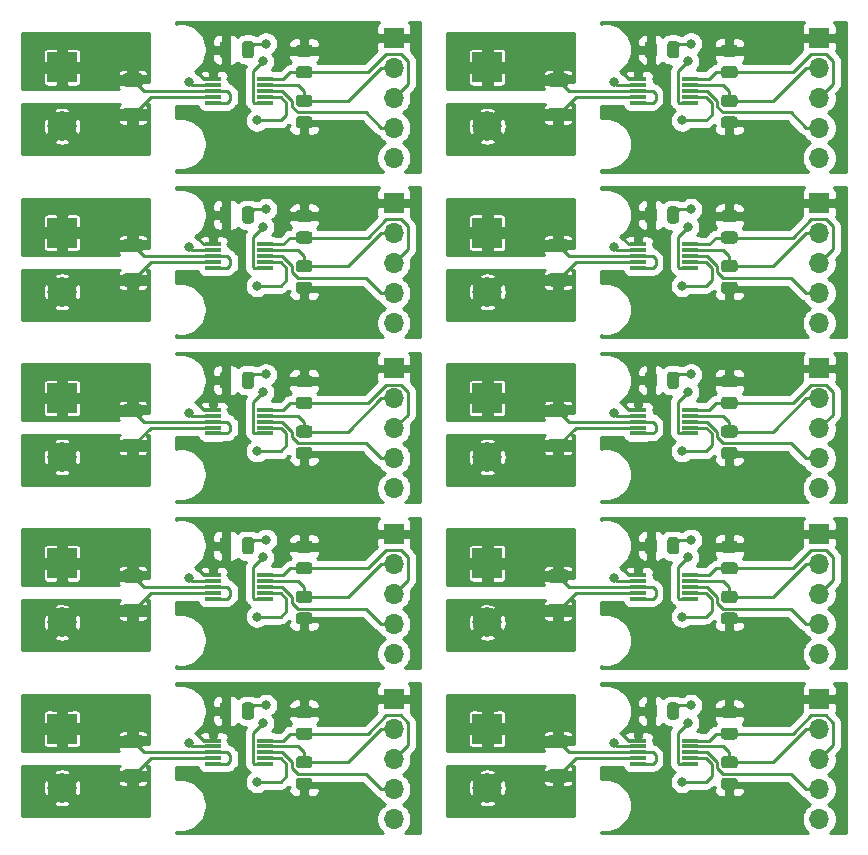
<source format=gbr>
%TF.GenerationSoftware,KiCad,Pcbnew,5.1.10*%
%TF.CreationDate,2021-11-07T07:50:52-05:00*%
%TF.ProjectId,CurrentSenseModule-RevB-10p,43757272-656e-4745-9365-6e73654d6f64,rev?*%
%TF.SameCoordinates,Original*%
%TF.FileFunction,Copper,L1,Top*%
%TF.FilePolarity,Positive*%
%FSLAX46Y46*%
G04 Gerber Fmt 4.6, Leading zero omitted, Abs format (unit mm)*
G04 Created by KiCad (PCBNEW 5.1.10) date 2021-11-07 07:50:52*
%MOMM*%
%LPD*%
G01*
G04 APERTURE LIST*
%TA.AperFunction,SMDPad,CuDef*%
%ADD10R,1.400000X0.300000*%
%TD*%
%TA.AperFunction,ComponentPad*%
%ADD11C,2.500000*%
%TD*%
%TA.AperFunction,ComponentPad*%
%ADD12R,2.500000X2.500000*%
%TD*%
%TA.AperFunction,ComponentPad*%
%ADD13O,1.700000X1.700000*%
%TD*%
%TA.AperFunction,ComponentPad*%
%ADD14R,1.700000X1.700000*%
%TD*%
%TA.AperFunction,ViaPad*%
%ADD15C,0.800000*%
%TD*%
%TA.AperFunction,Conductor*%
%ADD16C,0.250000*%
%TD*%
%TA.AperFunction,Conductor*%
%ADD17C,0.254000*%
%TD*%
%TA.AperFunction,Conductor*%
%ADD18C,0.100000*%
%TD*%
G04 APERTURE END LIST*
D10*
%TO.P,U1,10*%
%TO.N,Load+*%
X117550000Y-67750000D03*
%TO.P,U1,9*%
%TO.N,Load-*%
X117550000Y-67250000D03*
%TO.P,U1,8*%
%TO.N,Load+*%
X117550000Y-66750000D03*
%TO.P,U1,7*%
%TO.N,GND*%
X117550000Y-66250000D03*
%TO.P,U1,6*%
%TO.N,+3V3*%
X117550000Y-65750000D03*
%TO.P,U1,5*%
%TO.N,SCL*%
X121950000Y-65750000D03*
%TO.P,U1,4*%
%TO.N,SDA*%
X121950000Y-66250000D03*
%TO.P,U1,3*%
%TO.N,!ALERT*%
X121950000Y-66750000D03*
%TO.P,U1,2*%
%TO.N,A0*%
X121950000Y-67250000D03*
%TO.P,U1,1*%
%TO.N,A1*%
X121950000Y-67750000D03*
%TD*%
%TO.P,R3,2*%
%TO.N,SCL*%
%TA.AperFunction,SMDPad,CuDef*%
G36*
G01*
X124799998Y-64650000D02*
X125700002Y-64650000D01*
G75*
G02*
X125950000Y-64899998I0J-249998D01*
G01*
X125950000Y-65425002D01*
G75*
G02*
X125700002Y-65675000I-249998J0D01*
G01*
X124799998Y-65675000D01*
G75*
G02*
X124550000Y-65425002I0J249998D01*
G01*
X124550000Y-64899998D01*
G75*
G02*
X124799998Y-64650000I249998J0D01*
G01*
G37*
%TD.AperFunction*%
%TO.P,R3,1*%
%TO.N,+3V3*%
%TA.AperFunction,SMDPad,CuDef*%
G36*
G01*
X124799998Y-62825000D02*
X125700002Y-62825000D01*
G75*
G02*
X125950000Y-63074998I0J-249998D01*
G01*
X125950000Y-63600002D01*
G75*
G02*
X125700002Y-63850000I-249998J0D01*
G01*
X124799998Y-63850000D01*
G75*
G02*
X124550000Y-63600002I0J249998D01*
G01*
X124550000Y-63074998D01*
G75*
G02*
X124799998Y-62825000I249998J0D01*
G01*
G37*
%TD.AperFunction*%
%TD*%
%TO.P,R2,2*%
%TO.N,SDA*%
%TA.AperFunction,SMDPad,CuDef*%
G36*
G01*
X125700002Y-68100000D02*
X124799998Y-68100000D01*
G75*
G02*
X124550000Y-67850002I0J249998D01*
G01*
X124550000Y-67324998D01*
G75*
G02*
X124799998Y-67075000I249998J0D01*
G01*
X125700002Y-67075000D01*
G75*
G02*
X125950000Y-67324998I0J-249998D01*
G01*
X125950000Y-67850002D01*
G75*
G02*
X125700002Y-68100000I-249998J0D01*
G01*
G37*
%TD.AperFunction*%
%TO.P,R2,1*%
%TO.N,+3V3*%
%TA.AperFunction,SMDPad,CuDef*%
G36*
G01*
X125700002Y-69925000D02*
X124799998Y-69925000D01*
G75*
G02*
X124550000Y-69675002I0J249998D01*
G01*
X124550000Y-69149998D01*
G75*
G02*
X124799998Y-68900000I249998J0D01*
G01*
X125700002Y-68900000D01*
G75*
G02*
X125950000Y-69149998I0J-249998D01*
G01*
X125950000Y-69675002D01*
G75*
G02*
X125700002Y-69925000I-249998J0D01*
G01*
G37*
%TD.AperFunction*%
%TD*%
%TO.P,R1,2*%
%TO.N,Load-*%
%TA.AperFunction,SMDPad,CuDef*%
G36*
G01*
X110124998Y-68187500D02*
X111375002Y-68187500D01*
G75*
G02*
X111625000Y-68437498I0J-249998D01*
G01*
X111625000Y-69062502D01*
G75*
G02*
X111375002Y-69312500I-249998J0D01*
G01*
X110124998Y-69312500D01*
G75*
G02*
X109875000Y-69062502I0J249998D01*
G01*
X109875000Y-68437498D01*
G75*
G02*
X110124998Y-68187500I249998J0D01*
G01*
G37*
%TD.AperFunction*%
%TO.P,R1,1*%
%TO.N,Load+*%
%TA.AperFunction,SMDPad,CuDef*%
G36*
G01*
X110124998Y-65262500D02*
X111375002Y-65262500D01*
G75*
G02*
X111625000Y-65512498I0J-249998D01*
G01*
X111625000Y-66137502D01*
G75*
G02*
X111375002Y-66387500I-249998J0D01*
G01*
X110124998Y-66387500D01*
G75*
G02*
X109875000Y-66137502I0J249998D01*
G01*
X109875000Y-65512498D01*
G75*
G02*
X110124998Y-65262500I249998J0D01*
G01*
G37*
%TD.AperFunction*%
%TD*%
D11*
%TO.P,J2,2*%
%TO.N,Load-*%
X104750000Y-69750000D03*
D12*
%TO.P,J2,1*%
%TO.N,Load+*%
X104750000Y-64750000D03*
%TD*%
D13*
%TO.P,J1,5*%
%TO.N,GND*%
X132850000Y-72410000D03*
%TO.P,J1,4*%
%TO.N,!ALERT*%
X132850000Y-69870000D03*
%TO.P,J1,3*%
%TO.N,SCL*%
X132850000Y-67330000D03*
%TO.P,J1,2*%
%TO.N,SDA*%
X132850000Y-64790000D03*
D14*
%TO.P,J1,1*%
%TO.N,+3V3*%
X132850000Y-62250000D03*
%TD*%
%TO.P,C1,2*%
%TO.N,GND*%
%TA.AperFunction,SMDPad,CuDef*%
G36*
G01*
X120000000Y-63725000D02*
X120000000Y-62775000D01*
G75*
G02*
X120250000Y-62525000I250000J0D01*
G01*
X120750000Y-62525000D01*
G75*
G02*
X121000000Y-62775000I0J-250000D01*
G01*
X121000000Y-63725000D01*
G75*
G02*
X120750000Y-63975000I-250000J0D01*
G01*
X120250000Y-63975000D01*
G75*
G02*
X120000000Y-63725000I0J250000D01*
G01*
G37*
%TD.AperFunction*%
%TO.P,C1,1*%
%TO.N,+3V3*%
%TA.AperFunction,SMDPad,CuDef*%
G36*
G01*
X118100000Y-63725000D02*
X118100000Y-62775000D01*
G75*
G02*
X118350000Y-62525000I250000J0D01*
G01*
X118850000Y-62525000D01*
G75*
G02*
X119100000Y-62775000I0J-250000D01*
G01*
X119100000Y-63725000D01*
G75*
G02*
X118850000Y-63975000I-250000J0D01*
G01*
X118350000Y-63975000D01*
G75*
G02*
X118100000Y-63725000I0J250000D01*
G01*
G37*
%TD.AperFunction*%
%TD*%
D10*
%TO.P,U1,10*%
%TO.N,Load+*%
X117550000Y-81750000D03*
%TO.P,U1,9*%
%TO.N,Load-*%
X117550000Y-81250000D03*
%TO.P,U1,8*%
%TO.N,Load+*%
X117550000Y-80750000D03*
%TO.P,U1,7*%
%TO.N,GND*%
X117550000Y-80250000D03*
%TO.P,U1,6*%
%TO.N,+3V3*%
X117550000Y-79750000D03*
%TO.P,U1,5*%
%TO.N,SCL*%
X121950000Y-79750000D03*
%TO.P,U1,4*%
%TO.N,SDA*%
X121950000Y-80250000D03*
%TO.P,U1,3*%
%TO.N,!ALERT*%
X121950000Y-80750000D03*
%TO.P,U1,2*%
%TO.N,A0*%
X121950000Y-81250000D03*
%TO.P,U1,1*%
%TO.N,A1*%
X121950000Y-81750000D03*
%TD*%
%TO.P,R3,2*%
%TO.N,SCL*%
%TA.AperFunction,SMDPad,CuDef*%
G36*
G01*
X124799998Y-78650000D02*
X125700002Y-78650000D01*
G75*
G02*
X125950000Y-78899998I0J-249998D01*
G01*
X125950000Y-79425002D01*
G75*
G02*
X125700002Y-79675000I-249998J0D01*
G01*
X124799998Y-79675000D01*
G75*
G02*
X124550000Y-79425002I0J249998D01*
G01*
X124550000Y-78899998D01*
G75*
G02*
X124799998Y-78650000I249998J0D01*
G01*
G37*
%TD.AperFunction*%
%TO.P,R3,1*%
%TO.N,+3V3*%
%TA.AperFunction,SMDPad,CuDef*%
G36*
G01*
X124799998Y-76825000D02*
X125700002Y-76825000D01*
G75*
G02*
X125950000Y-77074998I0J-249998D01*
G01*
X125950000Y-77600002D01*
G75*
G02*
X125700002Y-77850000I-249998J0D01*
G01*
X124799998Y-77850000D01*
G75*
G02*
X124550000Y-77600002I0J249998D01*
G01*
X124550000Y-77074998D01*
G75*
G02*
X124799998Y-76825000I249998J0D01*
G01*
G37*
%TD.AperFunction*%
%TD*%
%TO.P,R2,2*%
%TO.N,SDA*%
%TA.AperFunction,SMDPad,CuDef*%
G36*
G01*
X125700002Y-82100000D02*
X124799998Y-82100000D01*
G75*
G02*
X124550000Y-81850002I0J249998D01*
G01*
X124550000Y-81324998D01*
G75*
G02*
X124799998Y-81075000I249998J0D01*
G01*
X125700002Y-81075000D01*
G75*
G02*
X125950000Y-81324998I0J-249998D01*
G01*
X125950000Y-81850002D01*
G75*
G02*
X125700002Y-82100000I-249998J0D01*
G01*
G37*
%TD.AperFunction*%
%TO.P,R2,1*%
%TO.N,+3V3*%
%TA.AperFunction,SMDPad,CuDef*%
G36*
G01*
X125700002Y-83925000D02*
X124799998Y-83925000D01*
G75*
G02*
X124550000Y-83675002I0J249998D01*
G01*
X124550000Y-83149998D01*
G75*
G02*
X124799998Y-82900000I249998J0D01*
G01*
X125700002Y-82900000D01*
G75*
G02*
X125950000Y-83149998I0J-249998D01*
G01*
X125950000Y-83675002D01*
G75*
G02*
X125700002Y-83925000I-249998J0D01*
G01*
G37*
%TD.AperFunction*%
%TD*%
%TO.P,R1,2*%
%TO.N,Load-*%
%TA.AperFunction,SMDPad,CuDef*%
G36*
G01*
X110124998Y-82187500D02*
X111375002Y-82187500D01*
G75*
G02*
X111625000Y-82437498I0J-249998D01*
G01*
X111625000Y-83062502D01*
G75*
G02*
X111375002Y-83312500I-249998J0D01*
G01*
X110124998Y-83312500D01*
G75*
G02*
X109875000Y-83062502I0J249998D01*
G01*
X109875000Y-82437498D01*
G75*
G02*
X110124998Y-82187500I249998J0D01*
G01*
G37*
%TD.AperFunction*%
%TO.P,R1,1*%
%TO.N,Load+*%
%TA.AperFunction,SMDPad,CuDef*%
G36*
G01*
X110124998Y-79262500D02*
X111375002Y-79262500D01*
G75*
G02*
X111625000Y-79512498I0J-249998D01*
G01*
X111625000Y-80137502D01*
G75*
G02*
X111375002Y-80387500I-249998J0D01*
G01*
X110124998Y-80387500D01*
G75*
G02*
X109875000Y-80137502I0J249998D01*
G01*
X109875000Y-79512498D01*
G75*
G02*
X110124998Y-79262500I249998J0D01*
G01*
G37*
%TD.AperFunction*%
%TD*%
D11*
%TO.P,J2,2*%
%TO.N,Load-*%
X104750000Y-83750000D03*
D12*
%TO.P,J2,1*%
%TO.N,Load+*%
X104750000Y-78750000D03*
%TD*%
D13*
%TO.P,J1,5*%
%TO.N,GND*%
X132850000Y-86410000D03*
%TO.P,J1,4*%
%TO.N,!ALERT*%
X132850000Y-83870000D03*
%TO.P,J1,3*%
%TO.N,SCL*%
X132850000Y-81330000D03*
%TO.P,J1,2*%
%TO.N,SDA*%
X132850000Y-78790000D03*
D14*
%TO.P,J1,1*%
%TO.N,+3V3*%
X132850000Y-76250000D03*
%TD*%
%TO.P,C1,2*%
%TO.N,GND*%
%TA.AperFunction,SMDPad,CuDef*%
G36*
G01*
X120000000Y-77725000D02*
X120000000Y-76775000D01*
G75*
G02*
X120250000Y-76525000I250000J0D01*
G01*
X120750000Y-76525000D01*
G75*
G02*
X121000000Y-76775000I0J-250000D01*
G01*
X121000000Y-77725000D01*
G75*
G02*
X120750000Y-77975000I-250000J0D01*
G01*
X120250000Y-77975000D01*
G75*
G02*
X120000000Y-77725000I0J250000D01*
G01*
G37*
%TD.AperFunction*%
%TO.P,C1,1*%
%TO.N,+3V3*%
%TA.AperFunction,SMDPad,CuDef*%
G36*
G01*
X118100000Y-77725000D02*
X118100000Y-76775000D01*
G75*
G02*
X118350000Y-76525000I250000J0D01*
G01*
X118850000Y-76525000D01*
G75*
G02*
X119100000Y-76775000I0J-250000D01*
G01*
X119100000Y-77725000D01*
G75*
G02*
X118850000Y-77975000I-250000J0D01*
G01*
X118350000Y-77975000D01*
G75*
G02*
X118100000Y-77725000I0J250000D01*
G01*
G37*
%TD.AperFunction*%
%TD*%
D10*
%TO.P,U1,10*%
%TO.N,Load+*%
X153550000Y-67750000D03*
%TO.P,U1,9*%
%TO.N,Load-*%
X153550000Y-67250000D03*
%TO.P,U1,8*%
%TO.N,Load+*%
X153550000Y-66750000D03*
%TO.P,U1,7*%
%TO.N,GND*%
X153550000Y-66250000D03*
%TO.P,U1,6*%
%TO.N,+3V3*%
X153550000Y-65750000D03*
%TO.P,U1,5*%
%TO.N,SCL*%
X157950000Y-65750000D03*
%TO.P,U1,4*%
%TO.N,SDA*%
X157950000Y-66250000D03*
%TO.P,U1,3*%
%TO.N,!ALERT*%
X157950000Y-66750000D03*
%TO.P,U1,2*%
%TO.N,A0*%
X157950000Y-67250000D03*
%TO.P,U1,1*%
%TO.N,A1*%
X157950000Y-67750000D03*
%TD*%
%TO.P,R3,2*%
%TO.N,SCL*%
%TA.AperFunction,SMDPad,CuDef*%
G36*
G01*
X160799998Y-64650000D02*
X161700002Y-64650000D01*
G75*
G02*
X161950000Y-64899998I0J-249998D01*
G01*
X161950000Y-65425002D01*
G75*
G02*
X161700002Y-65675000I-249998J0D01*
G01*
X160799998Y-65675000D01*
G75*
G02*
X160550000Y-65425002I0J249998D01*
G01*
X160550000Y-64899998D01*
G75*
G02*
X160799998Y-64650000I249998J0D01*
G01*
G37*
%TD.AperFunction*%
%TO.P,R3,1*%
%TO.N,+3V3*%
%TA.AperFunction,SMDPad,CuDef*%
G36*
G01*
X160799998Y-62825000D02*
X161700002Y-62825000D01*
G75*
G02*
X161950000Y-63074998I0J-249998D01*
G01*
X161950000Y-63600002D01*
G75*
G02*
X161700002Y-63850000I-249998J0D01*
G01*
X160799998Y-63850000D01*
G75*
G02*
X160550000Y-63600002I0J249998D01*
G01*
X160550000Y-63074998D01*
G75*
G02*
X160799998Y-62825000I249998J0D01*
G01*
G37*
%TD.AperFunction*%
%TD*%
%TO.P,R2,2*%
%TO.N,SDA*%
%TA.AperFunction,SMDPad,CuDef*%
G36*
G01*
X161700002Y-68100000D02*
X160799998Y-68100000D01*
G75*
G02*
X160550000Y-67850002I0J249998D01*
G01*
X160550000Y-67324998D01*
G75*
G02*
X160799998Y-67075000I249998J0D01*
G01*
X161700002Y-67075000D01*
G75*
G02*
X161950000Y-67324998I0J-249998D01*
G01*
X161950000Y-67850002D01*
G75*
G02*
X161700002Y-68100000I-249998J0D01*
G01*
G37*
%TD.AperFunction*%
%TO.P,R2,1*%
%TO.N,+3V3*%
%TA.AperFunction,SMDPad,CuDef*%
G36*
G01*
X161700002Y-69925000D02*
X160799998Y-69925000D01*
G75*
G02*
X160550000Y-69675002I0J249998D01*
G01*
X160550000Y-69149998D01*
G75*
G02*
X160799998Y-68900000I249998J0D01*
G01*
X161700002Y-68900000D01*
G75*
G02*
X161950000Y-69149998I0J-249998D01*
G01*
X161950000Y-69675002D01*
G75*
G02*
X161700002Y-69925000I-249998J0D01*
G01*
G37*
%TD.AperFunction*%
%TD*%
%TO.P,R1,2*%
%TO.N,Load-*%
%TA.AperFunction,SMDPad,CuDef*%
G36*
G01*
X146124998Y-68187500D02*
X147375002Y-68187500D01*
G75*
G02*
X147625000Y-68437498I0J-249998D01*
G01*
X147625000Y-69062502D01*
G75*
G02*
X147375002Y-69312500I-249998J0D01*
G01*
X146124998Y-69312500D01*
G75*
G02*
X145875000Y-69062502I0J249998D01*
G01*
X145875000Y-68437498D01*
G75*
G02*
X146124998Y-68187500I249998J0D01*
G01*
G37*
%TD.AperFunction*%
%TO.P,R1,1*%
%TO.N,Load+*%
%TA.AperFunction,SMDPad,CuDef*%
G36*
G01*
X146124998Y-65262500D02*
X147375002Y-65262500D01*
G75*
G02*
X147625000Y-65512498I0J-249998D01*
G01*
X147625000Y-66137502D01*
G75*
G02*
X147375002Y-66387500I-249998J0D01*
G01*
X146124998Y-66387500D01*
G75*
G02*
X145875000Y-66137502I0J249998D01*
G01*
X145875000Y-65512498D01*
G75*
G02*
X146124998Y-65262500I249998J0D01*
G01*
G37*
%TD.AperFunction*%
%TD*%
D11*
%TO.P,J2,2*%
%TO.N,Load-*%
X140750000Y-69750000D03*
D12*
%TO.P,J2,1*%
%TO.N,Load+*%
X140750000Y-64750000D03*
%TD*%
D13*
%TO.P,J1,5*%
%TO.N,GND*%
X168850000Y-72410000D03*
%TO.P,J1,4*%
%TO.N,!ALERT*%
X168850000Y-69870000D03*
%TO.P,J1,3*%
%TO.N,SCL*%
X168850000Y-67330000D03*
%TO.P,J1,2*%
%TO.N,SDA*%
X168850000Y-64790000D03*
D14*
%TO.P,J1,1*%
%TO.N,+3V3*%
X168850000Y-62250000D03*
%TD*%
%TO.P,C1,2*%
%TO.N,GND*%
%TA.AperFunction,SMDPad,CuDef*%
G36*
G01*
X156000000Y-63725000D02*
X156000000Y-62775000D01*
G75*
G02*
X156250000Y-62525000I250000J0D01*
G01*
X156750000Y-62525000D01*
G75*
G02*
X157000000Y-62775000I0J-250000D01*
G01*
X157000000Y-63725000D01*
G75*
G02*
X156750000Y-63975000I-250000J0D01*
G01*
X156250000Y-63975000D01*
G75*
G02*
X156000000Y-63725000I0J250000D01*
G01*
G37*
%TD.AperFunction*%
%TO.P,C1,1*%
%TO.N,+3V3*%
%TA.AperFunction,SMDPad,CuDef*%
G36*
G01*
X154100000Y-63725000D02*
X154100000Y-62775000D01*
G75*
G02*
X154350000Y-62525000I250000J0D01*
G01*
X154850000Y-62525000D01*
G75*
G02*
X155100000Y-62775000I0J-250000D01*
G01*
X155100000Y-63725000D01*
G75*
G02*
X154850000Y-63975000I-250000J0D01*
G01*
X154350000Y-63975000D01*
G75*
G02*
X154100000Y-63725000I0J250000D01*
G01*
G37*
%TD.AperFunction*%
%TD*%
D10*
%TO.P,U1,10*%
%TO.N,Load+*%
X153550000Y-81750000D03*
%TO.P,U1,9*%
%TO.N,Load-*%
X153550000Y-81250000D03*
%TO.P,U1,8*%
%TO.N,Load+*%
X153550000Y-80750000D03*
%TO.P,U1,7*%
%TO.N,GND*%
X153550000Y-80250000D03*
%TO.P,U1,6*%
%TO.N,+3V3*%
X153550000Y-79750000D03*
%TO.P,U1,5*%
%TO.N,SCL*%
X157950000Y-79750000D03*
%TO.P,U1,4*%
%TO.N,SDA*%
X157950000Y-80250000D03*
%TO.P,U1,3*%
%TO.N,!ALERT*%
X157950000Y-80750000D03*
%TO.P,U1,2*%
%TO.N,A0*%
X157950000Y-81250000D03*
%TO.P,U1,1*%
%TO.N,A1*%
X157950000Y-81750000D03*
%TD*%
%TO.P,R3,2*%
%TO.N,SCL*%
%TA.AperFunction,SMDPad,CuDef*%
G36*
G01*
X160799998Y-78650000D02*
X161700002Y-78650000D01*
G75*
G02*
X161950000Y-78899998I0J-249998D01*
G01*
X161950000Y-79425002D01*
G75*
G02*
X161700002Y-79675000I-249998J0D01*
G01*
X160799998Y-79675000D01*
G75*
G02*
X160550000Y-79425002I0J249998D01*
G01*
X160550000Y-78899998D01*
G75*
G02*
X160799998Y-78650000I249998J0D01*
G01*
G37*
%TD.AperFunction*%
%TO.P,R3,1*%
%TO.N,+3V3*%
%TA.AperFunction,SMDPad,CuDef*%
G36*
G01*
X160799998Y-76825000D02*
X161700002Y-76825000D01*
G75*
G02*
X161950000Y-77074998I0J-249998D01*
G01*
X161950000Y-77600002D01*
G75*
G02*
X161700002Y-77850000I-249998J0D01*
G01*
X160799998Y-77850000D01*
G75*
G02*
X160550000Y-77600002I0J249998D01*
G01*
X160550000Y-77074998D01*
G75*
G02*
X160799998Y-76825000I249998J0D01*
G01*
G37*
%TD.AperFunction*%
%TD*%
%TO.P,R2,2*%
%TO.N,SDA*%
%TA.AperFunction,SMDPad,CuDef*%
G36*
G01*
X161700002Y-82100000D02*
X160799998Y-82100000D01*
G75*
G02*
X160550000Y-81850002I0J249998D01*
G01*
X160550000Y-81324998D01*
G75*
G02*
X160799998Y-81075000I249998J0D01*
G01*
X161700002Y-81075000D01*
G75*
G02*
X161950000Y-81324998I0J-249998D01*
G01*
X161950000Y-81850002D01*
G75*
G02*
X161700002Y-82100000I-249998J0D01*
G01*
G37*
%TD.AperFunction*%
%TO.P,R2,1*%
%TO.N,+3V3*%
%TA.AperFunction,SMDPad,CuDef*%
G36*
G01*
X161700002Y-83925000D02*
X160799998Y-83925000D01*
G75*
G02*
X160550000Y-83675002I0J249998D01*
G01*
X160550000Y-83149998D01*
G75*
G02*
X160799998Y-82900000I249998J0D01*
G01*
X161700002Y-82900000D01*
G75*
G02*
X161950000Y-83149998I0J-249998D01*
G01*
X161950000Y-83675002D01*
G75*
G02*
X161700002Y-83925000I-249998J0D01*
G01*
G37*
%TD.AperFunction*%
%TD*%
%TO.P,R1,2*%
%TO.N,Load-*%
%TA.AperFunction,SMDPad,CuDef*%
G36*
G01*
X146124998Y-82187500D02*
X147375002Y-82187500D01*
G75*
G02*
X147625000Y-82437498I0J-249998D01*
G01*
X147625000Y-83062502D01*
G75*
G02*
X147375002Y-83312500I-249998J0D01*
G01*
X146124998Y-83312500D01*
G75*
G02*
X145875000Y-83062502I0J249998D01*
G01*
X145875000Y-82437498D01*
G75*
G02*
X146124998Y-82187500I249998J0D01*
G01*
G37*
%TD.AperFunction*%
%TO.P,R1,1*%
%TO.N,Load+*%
%TA.AperFunction,SMDPad,CuDef*%
G36*
G01*
X146124998Y-79262500D02*
X147375002Y-79262500D01*
G75*
G02*
X147625000Y-79512498I0J-249998D01*
G01*
X147625000Y-80137502D01*
G75*
G02*
X147375002Y-80387500I-249998J0D01*
G01*
X146124998Y-80387500D01*
G75*
G02*
X145875000Y-80137502I0J249998D01*
G01*
X145875000Y-79512498D01*
G75*
G02*
X146124998Y-79262500I249998J0D01*
G01*
G37*
%TD.AperFunction*%
%TD*%
D11*
%TO.P,J2,2*%
%TO.N,Load-*%
X140750000Y-83750000D03*
D12*
%TO.P,J2,1*%
%TO.N,Load+*%
X140750000Y-78750000D03*
%TD*%
D13*
%TO.P,J1,5*%
%TO.N,GND*%
X168850000Y-86410000D03*
%TO.P,J1,4*%
%TO.N,!ALERT*%
X168850000Y-83870000D03*
%TO.P,J1,3*%
%TO.N,SCL*%
X168850000Y-81330000D03*
%TO.P,J1,2*%
%TO.N,SDA*%
X168850000Y-78790000D03*
D14*
%TO.P,J1,1*%
%TO.N,+3V3*%
X168850000Y-76250000D03*
%TD*%
%TO.P,C1,2*%
%TO.N,GND*%
%TA.AperFunction,SMDPad,CuDef*%
G36*
G01*
X156000000Y-77725000D02*
X156000000Y-76775000D01*
G75*
G02*
X156250000Y-76525000I250000J0D01*
G01*
X156750000Y-76525000D01*
G75*
G02*
X157000000Y-76775000I0J-250000D01*
G01*
X157000000Y-77725000D01*
G75*
G02*
X156750000Y-77975000I-250000J0D01*
G01*
X156250000Y-77975000D01*
G75*
G02*
X156000000Y-77725000I0J250000D01*
G01*
G37*
%TD.AperFunction*%
%TO.P,C1,1*%
%TO.N,+3V3*%
%TA.AperFunction,SMDPad,CuDef*%
G36*
G01*
X154100000Y-77725000D02*
X154100000Y-76775000D01*
G75*
G02*
X154350000Y-76525000I250000J0D01*
G01*
X154850000Y-76525000D01*
G75*
G02*
X155100000Y-76775000I0J-250000D01*
G01*
X155100000Y-77725000D01*
G75*
G02*
X154850000Y-77975000I-250000J0D01*
G01*
X154350000Y-77975000D01*
G75*
G02*
X154100000Y-77725000I0J250000D01*
G01*
G37*
%TD.AperFunction*%
%TD*%
D10*
%TO.P,U1,10*%
%TO.N,Load+*%
X117550000Y-95750000D03*
%TO.P,U1,9*%
%TO.N,Load-*%
X117550000Y-95250000D03*
%TO.P,U1,8*%
%TO.N,Load+*%
X117550000Y-94750000D03*
%TO.P,U1,7*%
%TO.N,GND*%
X117550000Y-94250000D03*
%TO.P,U1,6*%
%TO.N,+3V3*%
X117550000Y-93750000D03*
%TO.P,U1,5*%
%TO.N,SCL*%
X121950000Y-93750000D03*
%TO.P,U1,4*%
%TO.N,SDA*%
X121950000Y-94250000D03*
%TO.P,U1,3*%
%TO.N,!ALERT*%
X121950000Y-94750000D03*
%TO.P,U1,2*%
%TO.N,A0*%
X121950000Y-95250000D03*
%TO.P,U1,1*%
%TO.N,A1*%
X121950000Y-95750000D03*
%TD*%
%TO.P,R3,2*%
%TO.N,SCL*%
%TA.AperFunction,SMDPad,CuDef*%
G36*
G01*
X124799998Y-92650000D02*
X125700002Y-92650000D01*
G75*
G02*
X125950000Y-92899998I0J-249998D01*
G01*
X125950000Y-93425002D01*
G75*
G02*
X125700002Y-93675000I-249998J0D01*
G01*
X124799998Y-93675000D01*
G75*
G02*
X124550000Y-93425002I0J249998D01*
G01*
X124550000Y-92899998D01*
G75*
G02*
X124799998Y-92650000I249998J0D01*
G01*
G37*
%TD.AperFunction*%
%TO.P,R3,1*%
%TO.N,+3V3*%
%TA.AperFunction,SMDPad,CuDef*%
G36*
G01*
X124799998Y-90825000D02*
X125700002Y-90825000D01*
G75*
G02*
X125950000Y-91074998I0J-249998D01*
G01*
X125950000Y-91600002D01*
G75*
G02*
X125700002Y-91850000I-249998J0D01*
G01*
X124799998Y-91850000D01*
G75*
G02*
X124550000Y-91600002I0J249998D01*
G01*
X124550000Y-91074998D01*
G75*
G02*
X124799998Y-90825000I249998J0D01*
G01*
G37*
%TD.AperFunction*%
%TD*%
%TO.P,R2,2*%
%TO.N,SDA*%
%TA.AperFunction,SMDPad,CuDef*%
G36*
G01*
X125700002Y-96100000D02*
X124799998Y-96100000D01*
G75*
G02*
X124550000Y-95850002I0J249998D01*
G01*
X124550000Y-95324998D01*
G75*
G02*
X124799998Y-95075000I249998J0D01*
G01*
X125700002Y-95075000D01*
G75*
G02*
X125950000Y-95324998I0J-249998D01*
G01*
X125950000Y-95850002D01*
G75*
G02*
X125700002Y-96100000I-249998J0D01*
G01*
G37*
%TD.AperFunction*%
%TO.P,R2,1*%
%TO.N,+3V3*%
%TA.AperFunction,SMDPad,CuDef*%
G36*
G01*
X125700002Y-97925000D02*
X124799998Y-97925000D01*
G75*
G02*
X124550000Y-97675002I0J249998D01*
G01*
X124550000Y-97149998D01*
G75*
G02*
X124799998Y-96900000I249998J0D01*
G01*
X125700002Y-96900000D01*
G75*
G02*
X125950000Y-97149998I0J-249998D01*
G01*
X125950000Y-97675002D01*
G75*
G02*
X125700002Y-97925000I-249998J0D01*
G01*
G37*
%TD.AperFunction*%
%TD*%
%TO.P,R1,2*%
%TO.N,Load-*%
%TA.AperFunction,SMDPad,CuDef*%
G36*
G01*
X110124998Y-96187500D02*
X111375002Y-96187500D01*
G75*
G02*
X111625000Y-96437498I0J-249998D01*
G01*
X111625000Y-97062502D01*
G75*
G02*
X111375002Y-97312500I-249998J0D01*
G01*
X110124998Y-97312500D01*
G75*
G02*
X109875000Y-97062502I0J249998D01*
G01*
X109875000Y-96437498D01*
G75*
G02*
X110124998Y-96187500I249998J0D01*
G01*
G37*
%TD.AperFunction*%
%TO.P,R1,1*%
%TO.N,Load+*%
%TA.AperFunction,SMDPad,CuDef*%
G36*
G01*
X110124998Y-93262500D02*
X111375002Y-93262500D01*
G75*
G02*
X111625000Y-93512498I0J-249998D01*
G01*
X111625000Y-94137502D01*
G75*
G02*
X111375002Y-94387500I-249998J0D01*
G01*
X110124998Y-94387500D01*
G75*
G02*
X109875000Y-94137502I0J249998D01*
G01*
X109875000Y-93512498D01*
G75*
G02*
X110124998Y-93262500I249998J0D01*
G01*
G37*
%TD.AperFunction*%
%TD*%
D11*
%TO.P,J2,2*%
%TO.N,Load-*%
X104750000Y-97750000D03*
D12*
%TO.P,J2,1*%
%TO.N,Load+*%
X104750000Y-92750000D03*
%TD*%
D13*
%TO.P,J1,5*%
%TO.N,GND*%
X132850000Y-100410000D03*
%TO.P,J1,4*%
%TO.N,!ALERT*%
X132850000Y-97870000D03*
%TO.P,J1,3*%
%TO.N,SCL*%
X132850000Y-95330000D03*
%TO.P,J1,2*%
%TO.N,SDA*%
X132850000Y-92790000D03*
D14*
%TO.P,J1,1*%
%TO.N,+3V3*%
X132850000Y-90250000D03*
%TD*%
%TO.P,C1,2*%
%TO.N,GND*%
%TA.AperFunction,SMDPad,CuDef*%
G36*
G01*
X120000000Y-91725000D02*
X120000000Y-90775000D01*
G75*
G02*
X120250000Y-90525000I250000J0D01*
G01*
X120750000Y-90525000D01*
G75*
G02*
X121000000Y-90775000I0J-250000D01*
G01*
X121000000Y-91725000D01*
G75*
G02*
X120750000Y-91975000I-250000J0D01*
G01*
X120250000Y-91975000D01*
G75*
G02*
X120000000Y-91725000I0J250000D01*
G01*
G37*
%TD.AperFunction*%
%TO.P,C1,1*%
%TO.N,+3V3*%
%TA.AperFunction,SMDPad,CuDef*%
G36*
G01*
X118100000Y-91725000D02*
X118100000Y-90775000D01*
G75*
G02*
X118350000Y-90525000I250000J0D01*
G01*
X118850000Y-90525000D01*
G75*
G02*
X119100000Y-90775000I0J-250000D01*
G01*
X119100000Y-91725000D01*
G75*
G02*
X118850000Y-91975000I-250000J0D01*
G01*
X118350000Y-91975000D01*
G75*
G02*
X118100000Y-91725000I0J250000D01*
G01*
G37*
%TD.AperFunction*%
%TD*%
D10*
%TO.P,U1,10*%
%TO.N,Load+*%
X153550000Y-95750000D03*
%TO.P,U1,9*%
%TO.N,Load-*%
X153550000Y-95250000D03*
%TO.P,U1,8*%
%TO.N,Load+*%
X153550000Y-94750000D03*
%TO.P,U1,7*%
%TO.N,GND*%
X153550000Y-94250000D03*
%TO.P,U1,6*%
%TO.N,+3V3*%
X153550000Y-93750000D03*
%TO.P,U1,5*%
%TO.N,SCL*%
X157950000Y-93750000D03*
%TO.P,U1,4*%
%TO.N,SDA*%
X157950000Y-94250000D03*
%TO.P,U1,3*%
%TO.N,!ALERT*%
X157950000Y-94750000D03*
%TO.P,U1,2*%
%TO.N,A0*%
X157950000Y-95250000D03*
%TO.P,U1,1*%
%TO.N,A1*%
X157950000Y-95750000D03*
%TD*%
%TO.P,R3,2*%
%TO.N,SCL*%
%TA.AperFunction,SMDPad,CuDef*%
G36*
G01*
X160799998Y-92650000D02*
X161700002Y-92650000D01*
G75*
G02*
X161950000Y-92899998I0J-249998D01*
G01*
X161950000Y-93425002D01*
G75*
G02*
X161700002Y-93675000I-249998J0D01*
G01*
X160799998Y-93675000D01*
G75*
G02*
X160550000Y-93425002I0J249998D01*
G01*
X160550000Y-92899998D01*
G75*
G02*
X160799998Y-92650000I249998J0D01*
G01*
G37*
%TD.AperFunction*%
%TO.P,R3,1*%
%TO.N,+3V3*%
%TA.AperFunction,SMDPad,CuDef*%
G36*
G01*
X160799998Y-90825000D02*
X161700002Y-90825000D01*
G75*
G02*
X161950000Y-91074998I0J-249998D01*
G01*
X161950000Y-91600002D01*
G75*
G02*
X161700002Y-91850000I-249998J0D01*
G01*
X160799998Y-91850000D01*
G75*
G02*
X160550000Y-91600002I0J249998D01*
G01*
X160550000Y-91074998D01*
G75*
G02*
X160799998Y-90825000I249998J0D01*
G01*
G37*
%TD.AperFunction*%
%TD*%
%TO.P,R2,2*%
%TO.N,SDA*%
%TA.AperFunction,SMDPad,CuDef*%
G36*
G01*
X161700002Y-96100000D02*
X160799998Y-96100000D01*
G75*
G02*
X160550000Y-95850002I0J249998D01*
G01*
X160550000Y-95324998D01*
G75*
G02*
X160799998Y-95075000I249998J0D01*
G01*
X161700002Y-95075000D01*
G75*
G02*
X161950000Y-95324998I0J-249998D01*
G01*
X161950000Y-95850002D01*
G75*
G02*
X161700002Y-96100000I-249998J0D01*
G01*
G37*
%TD.AperFunction*%
%TO.P,R2,1*%
%TO.N,+3V3*%
%TA.AperFunction,SMDPad,CuDef*%
G36*
G01*
X161700002Y-97925000D02*
X160799998Y-97925000D01*
G75*
G02*
X160550000Y-97675002I0J249998D01*
G01*
X160550000Y-97149998D01*
G75*
G02*
X160799998Y-96900000I249998J0D01*
G01*
X161700002Y-96900000D01*
G75*
G02*
X161950000Y-97149998I0J-249998D01*
G01*
X161950000Y-97675002D01*
G75*
G02*
X161700002Y-97925000I-249998J0D01*
G01*
G37*
%TD.AperFunction*%
%TD*%
%TO.P,R1,2*%
%TO.N,Load-*%
%TA.AperFunction,SMDPad,CuDef*%
G36*
G01*
X146124998Y-96187500D02*
X147375002Y-96187500D01*
G75*
G02*
X147625000Y-96437498I0J-249998D01*
G01*
X147625000Y-97062502D01*
G75*
G02*
X147375002Y-97312500I-249998J0D01*
G01*
X146124998Y-97312500D01*
G75*
G02*
X145875000Y-97062502I0J249998D01*
G01*
X145875000Y-96437498D01*
G75*
G02*
X146124998Y-96187500I249998J0D01*
G01*
G37*
%TD.AperFunction*%
%TO.P,R1,1*%
%TO.N,Load+*%
%TA.AperFunction,SMDPad,CuDef*%
G36*
G01*
X146124998Y-93262500D02*
X147375002Y-93262500D01*
G75*
G02*
X147625000Y-93512498I0J-249998D01*
G01*
X147625000Y-94137502D01*
G75*
G02*
X147375002Y-94387500I-249998J0D01*
G01*
X146124998Y-94387500D01*
G75*
G02*
X145875000Y-94137502I0J249998D01*
G01*
X145875000Y-93512498D01*
G75*
G02*
X146124998Y-93262500I249998J0D01*
G01*
G37*
%TD.AperFunction*%
%TD*%
D11*
%TO.P,J2,2*%
%TO.N,Load-*%
X140750000Y-97750000D03*
D12*
%TO.P,J2,1*%
%TO.N,Load+*%
X140750000Y-92750000D03*
%TD*%
D13*
%TO.P,J1,5*%
%TO.N,GND*%
X168850000Y-100410000D03*
%TO.P,J1,4*%
%TO.N,!ALERT*%
X168850000Y-97870000D03*
%TO.P,J1,3*%
%TO.N,SCL*%
X168850000Y-95330000D03*
%TO.P,J1,2*%
%TO.N,SDA*%
X168850000Y-92790000D03*
D14*
%TO.P,J1,1*%
%TO.N,+3V3*%
X168850000Y-90250000D03*
%TD*%
%TO.P,C1,2*%
%TO.N,GND*%
%TA.AperFunction,SMDPad,CuDef*%
G36*
G01*
X156000000Y-91725000D02*
X156000000Y-90775000D01*
G75*
G02*
X156250000Y-90525000I250000J0D01*
G01*
X156750000Y-90525000D01*
G75*
G02*
X157000000Y-90775000I0J-250000D01*
G01*
X157000000Y-91725000D01*
G75*
G02*
X156750000Y-91975000I-250000J0D01*
G01*
X156250000Y-91975000D01*
G75*
G02*
X156000000Y-91725000I0J250000D01*
G01*
G37*
%TD.AperFunction*%
%TO.P,C1,1*%
%TO.N,+3V3*%
%TA.AperFunction,SMDPad,CuDef*%
G36*
G01*
X154100000Y-91725000D02*
X154100000Y-90775000D01*
G75*
G02*
X154350000Y-90525000I250000J0D01*
G01*
X154850000Y-90525000D01*
G75*
G02*
X155100000Y-90775000I0J-250000D01*
G01*
X155100000Y-91725000D01*
G75*
G02*
X154850000Y-91975000I-250000J0D01*
G01*
X154350000Y-91975000D01*
G75*
G02*
X154100000Y-91725000I0J250000D01*
G01*
G37*
%TD.AperFunction*%
%TD*%
D10*
%TO.P,U1,10*%
%TO.N,Load+*%
X117550000Y-109750000D03*
%TO.P,U1,9*%
%TO.N,Load-*%
X117550000Y-109250000D03*
%TO.P,U1,8*%
%TO.N,Load+*%
X117550000Y-108750000D03*
%TO.P,U1,7*%
%TO.N,GND*%
X117550000Y-108250000D03*
%TO.P,U1,6*%
%TO.N,+3V3*%
X117550000Y-107750000D03*
%TO.P,U1,5*%
%TO.N,SCL*%
X121950000Y-107750000D03*
%TO.P,U1,4*%
%TO.N,SDA*%
X121950000Y-108250000D03*
%TO.P,U1,3*%
%TO.N,!ALERT*%
X121950000Y-108750000D03*
%TO.P,U1,2*%
%TO.N,A0*%
X121950000Y-109250000D03*
%TO.P,U1,1*%
%TO.N,A1*%
X121950000Y-109750000D03*
%TD*%
%TO.P,R3,2*%
%TO.N,SCL*%
%TA.AperFunction,SMDPad,CuDef*%
G36*
G01*
X124799998Y-106650000D02*
X125700002Y-106650000D01*
G75*
G02*
X125950000Y-106899998I0J-249998D01*
G01*
X125950000Y-107425002D01*
G75*
G02*
X125700002Y-107675000I-249998J0D01*
G01*
X124799998Y-107675000D01*
G75*
G02*
X124550000Y-107425002I0J249998D01*
G01*
X124550000Y-106899998D01*
G75*
G02*
X124799998Y-106650000I249998J0D01*
G01*
G37*
%TD.AperFunction*%
%TO.P,R3,1*%
%TO.N,+3V3*%
%TA.AperFunction,SMDPad,CuDef*%
G36*
G01*
X124799998Y-104825000D02*
X125700002Y-104825000D01*
G75*
G02*
X125950000Y-105074998I0J-249998D01*
G01*
X125950000Y-105600002D01*
G75*
G02*
X125700002Y-105850000I-249998J0D01*
G01*
X124799998Y-105850000D01*
G75*
G02*
X124550000Y-105600002I0J249998D01*
G01*
X124550000Y-105074998D01*
G75*
G02*
X124799998Y-104825000I249998J0D01*
G01*
G37*
%TD.AperFunction*%
%TD*%
%TO.P,R2,2*%
%TO.N,SDA*%
%TA.AperFunction,SMDPad,CuDef*%
G36*
G01*
X125700002Y-110100000D02*
X124799998Y-110100000D01*
G75*
G02*
X124550000Y-109850002I0J249998D01*
G01*
X124550000Y-109324998D01*
G75*
G02*
X124799998Y-109075000I249998J0D01*
G01*
X125700002Y-109075000D01*
G75*
G02*
X125950000Y-109324998I0J-249998D01*
G01*
X125950000Y-109850002D01*
G75*
G02*
X125700002Y-110100000I-249998J0D01*
G01*
G37*
%TD.AperFunction*%
%TO.P,R2,1*%
%TO.N,+3V3*%
%TA.AperFunction,SMDPad,CuDef*%
G36*
G01*
X125700002Y-111925000D02*
X124799998Y-111925000D01*
G75*
G02*
X124550000Y-111675002I0J249998D01*
G01*
X124550000Y-111149998D01*
G75*
G02*
X124799998Y-110900000I249998J0D01*
G01*
X125700002Y-110900000D01*
G75*
G02*
X125950000Y-111149998I0J-249998D01*
G01*
X125950000Y-111675002D01*
G75*
G02*
X125700002Y-111925000I-249998J0D01*
G01*
G37*
%TD.AperFunction*%
%TD*%
%TO.P,R1,2*%
%TO.N,Load-*%
%TA.AperFunction,SMDPad,CuDef*%
G36*
G01*
X110124998Y-110187500D02*
X111375002Y-110187500D01*
G75*
G02*
X111625000Y-110437498I0J-249998D01*
G01*
X111625000Y-111062502D01*
G75*
G02*
X111375002Y-111312500I-249998J0D01*
G01*
X110124998Y-111312500D01*
G75*
G02*
X109875000Y-111062502I0J249998D01*
G01*
X109875000Y-110437498D01*
G75*
G02*
X110124998Y-110187500I249998J0D01*
G01*
G37*
%TD.AperFunction*%
%TO.P,R1,1*%
%TO.N,Load+*%
%TA.AperFunction,SMDPad,CuDef*%
G36*
G01*
X110124998Y-107262500D02*
X111375002Y-107262500D01*
G75*
G02*
X111625000Y-107512498I0J-249998D01*
G01*
X111625000Y-108137502D01*
G75*
G02*
X111375002Y-108387500I-249998J0D01*
G01*
X110124998Y-108387500D01*
G75*
G02*
X109875000Y-108137502I0J249998D01*
G01*
X109875000Y-107512498D01*
G75*
G02*
X110124998Y-107262500I249998J0D01*
G01*
G37*
%TD.AperFunction*%
%TD*%
D11*
%TO.P,J2,2*%
%TO.N,Load-*%
X104750000Y-111750000D03*
D12*
%TO.P,J2,1*%
%TO.N,Load+*%
X104750000Y-106750000D03*
%TD*%
D13*
%TO.P,J1,5*%
%TO.N,GND*%
X132850000Y-114410000D03*
%TO.P,J1,4*%
%TO.N,!ALERT*%
X132850000Y-111870000D03*
%TO.P,J1,3*%
%TO.N,SCL*%
X132850000Y-109330000D03*
%TO.P,J1,2*%
%TO.N,SDA*%
X132850000Y-106790000D03*
D14*
%TO.P,J1,1*%
%TO.N,+3V3*%
X132850000Y-104250000D03*
%TD*%
%TO.P,C1,2*%
%TO.N,GND*%
%TA.AperFunction,SMDPad,CuDef*%
G36*
G01*
X120000000Y-105725000D02*
X120000000Y-104775000D01*
G75*
G02*
X120250000Y-104525000I250000J0D01*
G01*
X120750000Y-104525000D01*
G75*
G02*
X121000000Y-104775000I0J-250000D01*
G01*
X121000000Y-105725000D01*
G75*
G02*
X120750000Y-105975000I-250000J0D01*
G01*
X120250000Y-105975000D01*
G75*
G02*
X120000000Y-105725000I0J250000D01*
G01*
G37*
%TD.AperFunction*%
%TO.P,C1,1*%
%TO.N,+3V3*%
%TA.AperFunction,SMDPad,CuDef*%
G36*
G01*
X118100000Y-105725000D02*
X118100000Y-104775000D01*
G75*
G02*
X118350000Y-104525000I250000J0D01*
G01*
X118850000Y-104525000D01*
G75*
G02*
X119100000Y-104775000I0J-250000D01*
G01*
X119100000Y-105725000D01*
G75*
G02*
X118850000Y-105975000I-250000J0D01*
G01*
X118350000Y-105975000D01*
G75*
G02*
X118100000Y-105725000I0J250000D01*
G01*
G37*
%TD.AperFunction*%
%TD*%
D10*
%TO.P,U1,10*%
%TO.N,Load+*%
X153550000Y-109750000D03*
%TO.P,U1,9*%
%TO.N,Load-*%
X153550000Y-109250000D03*
%TO.P,U1,8*%
%TO.N,Load+*%
X153550000Y-108750000D03*
%TO.P,U1,7*%
%TO.N,GND*%
X153550000Y-108250000D03*
%TO.P,U1,6*%
%TO.N,+3V3*%
X153550000Y-107750000D03*
%TO.P,U1,5*%
%TO.N,SCL*%
X157950000Y-107750000D03*
%TO.P,U1,4*%
%TO.N,SDA*%
X157950000Y-108250000D03*
%TO.P,U1,3*%
%TO.N,!ALERT*%
X157950000Y-108750000D03*
%TO.P,U1,2*%
%TO.N,A0*%
X157950000Y-109250000D03*
%TO.P,U1,1*%
%TO.N,A1*%
X157950000Y-109750000D03*
%TD*%
%TO.P,R3,2*%
%TO.N,SCL*%
%TA.AperFunction,SMDPad,CuDef*%
G36*
G01*
X160799998Y-106650000D02*
X161700002Y-106650000D01*
G75*
G02*
X161950000Y-106899998I0J-249998D01*
G01*
X161950000Y-107425002D01*
G75*
G02*
X161700002Y-107675000I-249998J0D01*
G01*
X160799998Y-107675000D01*
G75*
G02*
X160550000Y-107425002I0J249998D01*
G01*
X160550000Y-106899998D01*
G75*
G02*
X160799998Y-106650000I249998J0D01*
G01*
G37*
%TD.AperFunction*%
%TO.P,R3,1*%
%TO.N,+3V3*%
%TA.AperFunction,SMDPad,CuDef*%
G36*
G01*
X160799998Y-104825000D02*
X161700002Y-104825000D01*
G75*
G02*
X161950000Y-105074998I0J-249998D01*
G01*
X161950000Y-105600002D01*
G75*
G02*
X161700002Y-105850000I-249998J0D01*
G01*
X160799998Y-105850000D01*
G75*
G02*
X160550000Y-105600002I0J249998D01*
G01*
X160550000Y-105074998D01*
G75*
G02*
X160799998Y-104825000I249998J0D01*
G01*
G37*
%TD.AperFunction*%
%TD*%
%TO.P,R2,2*%
%TO.N,SDA*%
%TA.AperFunction,SMDPad,CuDef*%
G36*
G01*
X161700002Y-110100000D02*
X160799998Y-110100000D01*
G75*
G02*
X160550000Y-109850002I0J249998D01*
G01*
X160550000Y-109324998D01*
G75*
G02*
X160799998Y-109075000I249998J0D01*
G01*
X161700002Y-109075000D01*
G75*
G02*
X161950000Y-109324998I0J-249998D01*
G01*
X161950000Y-109850002D01*
G75*
G02*
X161700002Y-110100000I-249998J0D01*
G01*
G37*
%TD.AperFunction*%
%TO.P,R2,1*%
%TO.N,+3V3*%
%TA.AperFunction,SMDPad,CuDef*%
G36*
G01*
X161700002Y-111925000D02*
X160799998Y-111925000D01*
G75*
G02*
X160550000Y-111675002I0J249998D01*
G01*
X160550000Y-111149998D01*
G75*
G02*
X160799998Y-110900000I249998J0D01*
G01*
X161700002Y-110900000D01*
G75*
G02*
X161950000Y-111149998I0J-249998D01*
G01*
X161950000Y-111675002D01*
G75*
G02*
X161700002Y-111925000I-249998J0D01*
G01*
G37*
%TD.AperFunction*%
%TD*%
%TO.P,R1,2*%
%TO.N,Load-*%
%TA.AperFunction,SMDPad,CuDef*%
G36*
G01*
X146124998Y-110187500D02*
X147375002Y-110187500D01*
G75*
G02*
X147625000Y-110437498I0J-249998D01*
G01*
X147625000Y-111062502D01*
G75*
G02*
X147375002Y-111312500I-249998J0D01*
G01*
X146124998Y-111312500D01*
G75*
G02*
X145875000Y-111062502I0J249998D01*
G01*
X145875000Y-110437498D01*
G75*
G02*
X146124998Y-110187500I249998J0D01*
G01*
G37*
%TD.AperFunction*%
%TO.P,R1,1*%
%TO.N,Load+*%
%TA.AperFunction,SMDPad,CuDef*%
G36*
G01*
X146124998Y-107262500D02*
X147375002Y-107262500D01*
G75*
G02*
X147625000Y-107512498I0J-249998D01*
G01*
X147625000Y-108137502D01*
G75*
G02*
X147375002Y-108387500I-249998J0D01*
G01*
X146124998Y-108387500D01*
G75*
G02*
X145875000Y-108137502I0J249998D01*
G01*
X145875000Y-107512498D01*
G75*
G02*
X146124998Y-107262500I249998J0D01*
G01*
G37*
%TD.AperFunction*%
%TD*%
D11*
%TO.P,J2,2*%
%TO.N,Load-*%
X140750000Y-111750000D03*
D12*
%TO.P,J2,1*%
%TO.N,Load+*%
X140750000Y-106750000D03*
%TD*%
D13*
%TO.P,J1,5*%
%TO.N,GND*%
X168850000Y-114410000D03*
%TO.P,J1,4*%
%TO.N,!ALERT*%
X168850000Y-111870000D03*
%TO.P,J1,3*%
%TO.N,SCL*%
X168850000Y-109330000D03*
%TO.P,J1,2*%
%TO.N,SDA*%
X168850000Y-106790000D03*
D14*
%TO.P,J1,1*%
%TO.N,+3V3*%
X168850000Y-104250000D03*
%TD*%
%TO.P,C1,2*%
%TO.N,GND*%
%TA.AperFunction,SMDPad,CuDef*%
G36*
G01*
X156000000Y-105725000D02*
X156000000Y-104775000D01*
G75*
G02*
X156250000Y-104525000I250000J0D01*
G01*
X156750000Y-104525000D01*
G75*
G02*
X157000000Y-104775000I0J-250000D01*
G01*
X157000000Y-105725000D01*
G75*
G02*
X156750000Y-105975000I-250000J0D01*
G01*
X156250000Y-105975000D01*
G75*
G02*
X156000000Y-105725000I0J250000D01*
G01*
G37*
%TD.AperFunction*%
%TO.P,C1,1*%
%TO.N,+3V3*%
%TA.AperFunction,SMDPad,CuDef*%
G36*
G01*
X154100000Y-105725000D02*
X154100000Y-104775000D01*
G75*
G02*
X154350000Y-104525000I250000J0D01*
G01*
X154850000Y-104525000D01*
G75*
G02*
X155100000Y-104775000I0J-250000D01*
G01*
X155100000Y-105725000D01*
G75*
G02*
X154850000Y-105975000I-250000J0D01*
G01*
X154350000Y-105975000D01*
G75*
G02*
X154100000Y-105725000I0J250000D01*
G01*
G37*
%TD.AperFunction*%
%TD*%
D10*
%TO.P,U1,10*%
%TO.N,Load+*%
X117550000Y-123750000D03*
%TO.P,U1,9*%
%TO.N,Load-*%
X117550000Y-123250000D03*
%TO.P,U1,8*%
%TO.N,Load+*%
X117550000Y-122750000D03*
%TO.P,U1,7*%
%TO.N,GND*%
X117550000Y-122250000D03*
%TO.P,U1,6*%
%TO.N,+3V3*%
X117550000Y-121750000D03*
%TO.P,U1,5*%
%TO.N,SCL*%
X121950000Y-121750000D03*
%TO.P,U1,4*%
%TO.N,SDA*%
X121950000Y-122250000D03*
%TO.P,U1,3*%
%TO.N,!ALERT*%
X121950000Y-122750000D03*
%TO.P,U1,2*%
%TO.N,A0*%
X121950000Y-123250000D03*
%TO.P,U1,1*%
%TO.N,A1*%
X121950000Y-123750000D03*
%TD*%
%TO.P,R3,2*%
%TO.N,SCL*%
%TA.AperFunction,SMDPad,CuDef*%
G36*
G01*
X124799998Y-120650000D02*
X125700002Y-120650000D01*
G75*
G02*
X125950000Y-120899998I0J-249998D01*
G01*
X125950000Y-121425002D01*
G75*
G02*
X125700002Y-121675000I-249998J0D01*
G01*
X124799998Y-121675000D01*
G75*
G02*
X124550000Y-121425002I0J249998D01*
G01*
X124550000Y-120899998D01*
G75*
G02*
X124799998Y-120650000I249998J0D01*
G01*
G37*
%TD.AperFunction*%
%TO.P,R3,1*%
%TO.N,+3V3*%
%TA.AperFunction,SMDPad,CuDef*%
G36*
G01*
X124799998Y-118825000D02*
X125700002Y-118825000D01*
G75*
G02*
X125950000Y-119074998I0J-249998D01*
G01*
X125950000Y-119600002D01*
G75*
G02*
X125700002Y-119850000I-249998J0D01*
G01*
X124799998Y-119850000D01*
G75*
G02*
X124550000Y-119600002I0J249998D01*
G01*
X124550000Y-119074998D01*
G75*
G02*
X124799998Y-118825000I249998J0D01*
G01*
G37*
%TD.AperFunction*%
%TD*%
%TO.P,R2,2*%
%TO.N,SDA*%
%TA.AperFunction,SMDPad,CuDef*%
G36*
G01*
X125700002Y-124100000D02*
X124799998Y-124100000D01*
G75*
G02*
X124550000Y-123850002I0J249998D01*
G01*
X124550000Y-123324998D01*
G75*
G02*
X124799998Y-123075000I249998J0D01*
G01*
X125700002Y-123075000D01*
G75*
G02*
X125950000Y-123324998I0J-249998D01*
G01*
X125950000Y-123850002D01*
G75*
G02*
X125700002Y-124100000I-249998J0D01*
G01*
G37*
%TD.AperFunction*%
%TO.P,R2,1*%
%TO.N,+3V3*%
%TA.AperFunction,SMDPad,CuDef*%
G36*
G01*
X125700002Y-125925000D02*
X124799998Y-125925000D01*
G75*
G02*
X124550000Y-125675002I0J249998D01*
G01*
X124550000Y-125149998D01*
G75*
G02*
X124799998Y-124900000I249998J0D01*
G01*
X125700002Y-124900000D01*
G75*
G02*
X125950000Y-125149998I0J-249998D01*
G01*
X125950000Y-125675002D01*
G75*
G02*
X125700002Y-125925000I-249998J0D01*
G01*
G37*
%TD.AperFunction*%
%TD*%
%TO.P,R1,2*%
%TO.N,Load-*%
%TA.AperFunction,SMDPad,CuDef*%
G36*
G01*
X110124998Y-124187500D02*
X111375002Y-124187500D01*
G75*
G02*
X111625000Y-124437498I0J-249998D01*
G01*
X111625000Y-125062502D01*
G75*
G02*
X111375002Y-125312500I-249998J0D01*
G01*
X110124998Y-125312500D01*
G75*
G02*
X109875000Y-125062502I0J249998D01*
G01*
X109875000Y-124437498D01*
G75*
G02*
X110124998Y-124187500I249998J0D01*
G01*
G37*
%TD.AperFunction*%
%TO.P,R1,1*%
%TO.N,Load+*%
%TA.AperFunction,SMDPad,CuDef*%
G36*
G01*
X110124998Y-121262500D02*
X111375002Y-121262500D01*
G75*
G02*
X111625000Y-121512498I0J-249998D01*
G01*
X111625000Y-122137502D01*
G75*
G02*
X111375002Y-122387500I-249998J0D01*
G01*
X110124998Y-122387500D01*
G75*
G02*
X109875000Y-122137502I0J249998D01*
G01*
X109875000Y-121512498D01*
G75*
G02*
X110124998Y-121262500I249998J0D01*
G01*
G37*
%TD.AperFunction*%
%TD*%
D11*
%TO.P,J2,2*%
%TO.N,Load-*%
X104750000Y-125750000D03*
D12*
%TO.P,J2,1*%
%TO.N,Load+*%
X104750000Y-120750000D03*
%TD*%
D13*
%TO.P,J1,5*%
%TO.N,GND*%
X132850000Y-128410000D03*
%TO.P,J1,4*%
%TO.N,!ALERT*%
X132850000Y-125870000D03*
%TO.P,J1,3*%
%TO.N,SCL*%
X132850000Y-123330000D03*
%TO.P,J1,2*%
%TO.N,SDA*%
X132850000Y-120790000D03*
D14*
%TO.P,J1,1*%
%TO.N,+3V3*%
X132850000Y-118250000D03*
%TD*%
%TO.P,C1,2*%
%TO.N,GND*%
%TA.AperFunction,SMDPad,CuDef*%
G36*
G01*
X120000000Y-119725000D02*
X120000000Y-118775000D01*
G75*
G02*
X120250000Y-118525000I250000J0D01*
G01*
X120750000Y-118525000D01*
G75*
G02*
X121000000Y-118775000I0J-250000D01*
G01*
X121000000Y-119725000D01*
G75*
G02*
X120750000Y-119975000I-250000J0D01*
G01*
X120250000Y-119975000D01*
G75*
G02*
X120000000Y-119725000I0J250000D01*
G01*
G37*
%TD.AperFunction*%
%TO.P,C1,1*%
%TO.N,+3V3*%
%TA.AperFunction,SMDPad,CuDef*%
G36*
G01*
X118100000Y-119725000D02*
X118100000Y-118775000D01*
G75*
G02*
X118350000Y-118525000I250000J0D01*
G01*
X118850000Y-118525000D01*
G75*
G02*
X119100000Y-118775000I0J-250000D01*
G01*
X119100000Y-119725000D01*
G75*
G02*
X118850000Y-119975000I-250000J0D01*
G01*
X118350000Y-119975000D01*
G75*
G02*
X118100000Y-119725000I0J250000D01*
G01*
G37*
%TD.AperFunction*%
%TD*%
D10*
%TO.P,U1,10*%
%TO.N,Load+*%
X153550000Y-123750000D03*
%TO.P,U1,9*%
%TO.N,Load-*%
X153550000Y-123250000D03*
%TO.P,U1,8*%
%TO.N,Load+*%
X153550000Y-122750000D03*
%TO.P,U1,7*%
%TO.N,GND*%
X153550000Y-122250000D03*
%TO.P,U1,6*%
%TO.N,+3V3*%
X153550000Y-121750000D03*
%TO.P,U1,5*%
%TO.N,SCL*%
X157950000Y-121750000D03*
%TO.P,U1,4*%
%TO.N,SDA*%
X157950000Y-122250000D03*
%TO.P,U1,3*%
%TO.N,!ALERT*%
X157950000Y-122750000D03*
%TO.P,U1,2*%
%TO.N,A0*%
X157950000Y-123250000D03*
%TO.P,U1,1*%
%TO.N,A1*%
X157950000Y-123750000D03*
%TD*%
%TO.P,R3,2*%
%TO.N,SCL*%
%TA.AperFunction,SMDPad,CuDef*%
G36*
G01*
X160799998Y-120650000D02*
X161700002Y-120650000D01*
G75*
G02*
X161950000Y-120899998I0J-249998D01*
G01*
X161950000Y-121425002D01*
G75*
G02*
X161700002Y-121675000I-249998J0D01*
G01*
X160799998Y-121675000D01*
G75*
G02*
X160550000Y-121425002I0J249998D01*
G01*
X160550000Y-120899998D01*
G75*
G02*
X160799998Y-120650000I249998J0D01*
G01*
G37*
%TD.AperFunction*%
%TO.P,R3,1*%
%TO.N,+3V3*%
%TA.AperFunction,SMDPad,CuDef*%
G36*
G01*
X160799998Y-118825000D02*
X161700002Y-118825000D01*
G75*
G02*
X161950000Y-119074998I0J-249998D01*
G01*
X161950000Y-119600002D01*
G75*
G02*
X161700002Y-119850000I-249998J0D01*
G01*
X160799998Y-119850000D01*
G75*
G02*
X160550000Y-119600002I0J249998D01*
G01*
X160550000Y-119074998D01*
G75*
G02*
X160799998Y-118825000I249998J0D01*
G01*
G37*
%TD.AperFunction*%
%TD*%
%TO.P,R2,2*%
%TO.N,SDA*%
%TA.AperFunction,SMDPad,CuDef*%
G36*
G01*
X161700002Y-124100000D02*
X160799998Y-124100000D01*
G75*
G02*
X160550000Y-123850002I0J249998D01*
G01*
X160550000Y-123324998D01*
G75*
G02*
X160799998Y-123075000I249998J0D01*
G01*
X161700002Y-123075000D01*
G75*
G02*
X161950000Y-123324998I0J-249998D01*
G01*
X161950000Y-123850002D01*
G75*
G02*
X161700002Y-124100000I-249998J0D01*
G01*
G37*
%TD.AperFunction*%
%TO.P,R2,1*%
%TO.N,+3V3*%
%TA.AperFunction,SMDPad,CuDef*%
G36*
G01*
X161700002Y-125925000D02*
X160799998Y-125925000D01*
G75*
G02*
X160550000Y-125675002I0J249998D01*
G01*
X160550000Y-125149998D01*
G75*
G02*
X160799998Y-124900000I249998J0D01*
G01*
X161700002Y-124900000D01*
G75*
G02*
X161950000Y-125149998I0J-249998D01*
G01*
X161950000Y-125675002D01*
G75*
G02*
X161700002Y-125925000I-249998J0D01*
G01*
G37*
%TD.AperFunction*%
%TD*%
%TO.P,R1,2*%
%TO.N,Load-*%
%TA.AperFunction,SMDPad,CuDef*%
G36*
G01*
X146124998Y-124187500D02*
X147375002Y-124187500D01*
G75*
G02*
X147625000Y-124437498I0J-249998D01*
G01*
X147625000Y-125062502D01*
G75*
G02*
X147375002Y-125312500I-249998J0D01*
G01*
X146124998Y-125312500D01*
G75*
G02*
X145875000Y-125062502I0J249998D01*
G01*
X145875000Y-124437498D01*
G75*
G02*
X146124998Y-124187500I249998J0D01*
G01*
G37*
%TD.AperFunction*%
%TO.P,R1,1*%
%TO.N,Load+*%
%TA.AperFunction,SMDPad,CuDef*%
G36*
G01*
X146124998Y-121262500D02*
X147375002Y-121262500D01*
G75*
G02*
X147625000Y-121512498I0J-249998D01*
G01*
X147625000Y-122137502D01*
G75*
G02*
X147375002Y-122387500I-249998J0D01*
G01*
X146124998Y-122387500D01*
G75*
G02*
X145875000Y-122137502I0J249998D01*
G01*
X145875000Y-121512498D01*
G75*
G02*
X146124998Y-121262500I249998J0D01*
G01*
G37*
%TD.AperFunction*%
%TD*%
D11*
%TO.P,J2,2*%
%TO.N,Load-*%
X140750000Y-125750000D03*
D12*
%TO.P,J2,1*%
%TO.N,Load+*%
X140750000Y-120750000D03*
%TD*%
D13*
%TO.P,J1,5*%
%TO.N,GND*%
X168850000Y-128410000D03*
%TO.P,J1,4*%
%TO.N,!ALERT*%
X168850000Y-125870000D03*
%TO.P,J1,3*%
%TO.N,SCL*%
X168850000Y-123330000D03*
%TO.P,J1,2*%
%TO.N,SDA*%
X168850000Y-120790000D03*
D14*
%TO.P,J1,1*%
%TO.N,+3V3*%
X168850000Y-118250000D03*
%TD*%
%TO.P,C1,2*%
%TO.N,GND*%
%TA.AperFunction,SMDPad,CuDef*%
G36*
G01*
X156000000Y-119725000D02*
X156000000Y-118775000D01*
G75*
G02*
X156250000Y-118525000I250000J0D01*
G01*
X156750000Y-118525000D01*
G75*
G02*
X157000000Y-118775000I0J-250000D01*
G01*
X157000000Y-119725000D01*
G75*
G02*
X156750000Y-119975000I-250000J0D01*
G01*
X156250000Y-119975000D01*
G75*
G02*
X156000000Y-119725000I0J250000D01*
G01*
G37*
%TD.AperFunction*%
%TO.P,C1,1*%
%TO.N,+3V3*%
%TA.AperFunction,SMDPad,CuDef*%
G36*
G01*
X154100000Y-119725000D02*
X154100000Y-118775000D01*
G75*
G02*
X154350000Y-118525000I250000J0D01*
G01*
X154850000Y-118525000D01*
G75*
G02*
X155100000Y-118775000I0J-250000D01*
G01*
X155100000Y-119725000D01*
G75*
G02*
X154850000Y-119975000I-250000J0D01*
G01*
X154350000Y-119975000D01*
G75*
G02*
X154100000Y-119725000I0J250000D01*
G01*
G37*
%TD.AperFunction*%
%TD*%
D15*
%TO.N,GND*%
X115500000Y-66000000D03*
X122000000Y-62750000D03*
X115500000Y-80000000D03*
X122000000Y-76750000D03*
X151500000Y-66000000D03*
X158000000Y-62750000D03*
X151500000Y-80000000D03*
X158000000Y-76750000D03*
X115500000Y-94000000D03*
X122000000Y-90750000D03*
X151500000Y-94000000D03*
X158000000Y-90750000D03*
X115500000Y-108000000D03*
X122000000Y-104750000D03*
X151500000Y-108000000D03*
X158000000Y-104750000D03*
X115500000Y-122000000D03*
X122000000Y-118750000D03*
X151500000Y-122000000D03*
X158000000Y-118750000D03*
%TO.N,+3V3*%
X118500000Y-70750000D03*
X119750000Y-65000000D03*
X118500000Y-84750000D03*
X119750000Y-79000000D03*
X154500000Y-70750000D03*
X155750000Y-65000000D03*
X154500000Y-84750000D03*
X155750000Y-79000000D03*
X118500000Y-98750000D03*
X119750000Y-93000000D03*
X154500000Y-98750000D03*
X155750000Y-93000000D03*
X118500000Y-112750000D03*
X119750000Y-107000000D03*
X154500000Y-112750000D03*
X155750000Y-107000000D03*
X118500000Y-126750000D03*
X119750000Y-121000000D03*
X154500000Y-126750000D03*
X155750000Y-121000000D03*
%TO.N,A1*%
X121750000Y-64250000D03*
X121750000Y-78250000D03*
X157750000Y-64250000D03*
X157750000Y-78250000D03*
X121750000Y-92250000D03*
X157750000Y-92250000D03*
X121750000Y-106250000D03*
X157750000Y-106250000D03*
X121750000Y-120250000D03*
X157750000Y-120250000D03*
%TO.N,A0*%
X121250000Y-69250000D03*
X121250000Y-83250000D03*
X157250000Y-69250000D03*
X157250000Y-83250000D03*
X121250000Y-97250000D03*
X157250000Y-97250000D03*
X121250000Y-111250000D03*
X157250000Y-111250000D03*
X121250000Y-125250000D03*
X157250000Y-125250000D03*
%TD*%
D16*
%TO.N,GND*%
X115750000Y-66250000D02*
X117550000Y-66250000D01*
X115500000Y-66000000D02*
X115750000Y-66250000D01*
X121000000Y-62750000D02*
X120500000Y-63250000D01*
X122000000Y-62750000D02*
X121000000Y-62750000D01*
X115750000Y-80250000D02*
X117550000Y-80250000D01*
X115500000Y-80000000D02*
X115750000Y-80250000D01*
X121000000Y-76750000D02*
X120500000Y-77250000D01*
X122000000Y-76750000D02*
X121000000Y-76750000D01*
X151750000Y-66250000D02*
X153550000Y-66250000D01*
X151500000Y-66000000D02*
X151750000Y-66250000D01*
X157000000Y-62750000D02*
X156500000Y-63250000D01*
X158000000Y-62750000D02*
X157000000Y-62750000D01*
X151750000Y-80250000D02*
X153550000Y-80250000D01*
X151500000Y-80000000D02*
X151750000Y-80250000D01*
X157000000Y-76750000D02*
X156500000Y-77250000D01*
X158000000Y-76750000D02*
X157000000Y-76750000D01*
X115750000Y-94250000D02*
X117550000Y-94250000D01*
X115500000Y-94000000D02*
X115750000Y-94250000D01*
X121000000Y-90750000D02*
X120500000Y-91250000D01*
X122000000Y-90750000D02*
X121000000Y-90750000D01*
X151750000Y-94250000D02*
X153550000Y-94250000D01*
X151500000Y-94000000D02*
X151750000Y-94250000D01*
X157000000Y-90750000D02*
X156500000Y-91250000D01*
X158000000Y-90750000D02*
X157000000Y-90750000D01*
X115750000Y-108250000D02*
X117550000Y-108250000D01*
X115500000Y-108000000D02*
X115750000Y-108250000D01*
X121000000Y-104750000D02*
X120500000Y-105250000D01*
X122000000Y-104750000D02*
X121000000Y-104750000D01*
X151750000Y-108250000D02*
X153550000Y-108250000D01*
X151500000Y-108000000D02*
X151750000Y-108250000D01*
X157000000Y-104750000D02*
X156500000Y-105250000D01*
X158000000Y-104750000D02*
X157000000Y-104750000D01*
X115750000Y-122250000D02*
X117550000Y-122250000D01*
X115500000Y-122000000D02*
X115750000Y-122250000D01*
X121000000Y-118750000D02*
X120500000Y-119250000D01*
X122000000Y-118750000D02*
X121000000Y-118750000D01*
X151750000Y-122250000D02*
X153550000Y-122250000D01*
X151500000Y-122000000D02*
X151750000Y-122250000D01*
X157000000Y-118750000D02*
X156500000Y-119250000D01*
X158000000Y-118750000D02*
X157000000Y-118750000D01*
%TO.N,+3V3*%
X117550000Y-65750000D02*
X116750000Y-65750000D01*
X116750000Y-65750000D02*
X116250000Y-65250000D01*
X117550000Y-79750000D02*
X116750000Y-79750000D01*
X116750000Y-79750000D02*
X116250000Y-79250000D01*
X153550000Y-65750000D02*
X152750000Y-65750000D01*
X152750000Y-65750000D02*
X152250000Y-65250000D01*
X153550000Y-79750000D02*
X152750000Y-79750000D01*
X152750000Y-79750000D02*
X152250000Y-79250000D01*
X117550000Y-93750000D02*
X116750000Y-93750000D01*
X116750000Y-93750000D02*
X116250000Y-93250000D01*
X153550000Y-93750000D02*
X152750000Y-93750000D01*
X152750000Y-93750000D02*
X152250000Y-93250000D01*
X117550000Y-107750000D02*
X116750000Y-107750000D01*
X116750000Y-107750000D02*
X116250000Y-107250000D01*
X153550000Y-107750000D02*
X152750000Y-107750000D01*
X152750000Y-107750000D02*
X152250000Y-107250000D01*
X117550000Y-121750000D02*
X116750000Y-121750000D01*
X116750000Y-121750000D02*
X116250000Y-121250000D01*
X153550000Y-121750000D02*
X152750000Y-121750000D01*
X152750000Y-121750000D02*
X152250000Y-121250000D01*
%TO.N,!ALERT*%
X130454990Y-68574990D02*
X131750000Y-69870000D01*
X124224990Y-68088180D02*
X124711800Y-68574990D01*
X124711800Y-68574990D02*
X130454990Y-68574990D01*
X124224990Y-67588580D02*
X124224990Y-68088180D01*
X123386410Y-66750000D02*
X124224990Y-67588580D01*
X121950000Y-66750000D02*
X123386410Y-66750000D01*
X131750000Y-69870000D02*
X132850000Y-69870000D01*
X130454990Y-82574990D02*
X131750000Y-83870000D01*
X124224990Y-82088180D02*
X124711800Y-82574990D01*
X124711800Y-82574990D02*
X130454990Y-82574990D01*
X124224990Y-81588580D02*
X124224990Y-82088180D01*
X123386410Y-80750000D02*
X124224990Y-81588580D01*
X121950000Y-80750000D02*
X123386410Y-80750000D01*
X131750000Y-83870000D02*
X132850000Y-83870000D01*
X166454990Y-68574990D02*
X167750000Y-69870000D01*
X160224990Y-68088180D02*
X160711800Y-68574990D01*
X160711800Y-68574990D02*
X166454990Y-68574990D01*
X160224990Y-67588580D02*
X160224990Y-68088180D01*
X159386410Y-66750000D02*
X160224990Y-67588580D01*
X157950000Y-66750000D02*
X159386410Y-66750000D01*
X167750000Y-69870000D02*
X168850000Y-69870000D01*
X166454990Y-82574990D02*
X167750000Y-83870000D01*
X160224990Y-82088180D02*
X160711800Y-82574990D01*
X160711800Y-82574990D02*
X166454990Y-82574990D01*
X160224990Y-81588580D02*
X160224990Y-82088180D01*
X159386410Y-80750000D02*
X160224990Y-81588580D01*
X157950000Y-80750000D02*
X159386410Y-80750000D01*
X167750000Y-83870000D02*
X168850000Y-83870000D01*
X130454990Y-96574990D02*
X131750000Y-97870000D01*
X124224990Y-96088180D02*
X124711800Y-96574990D01*
X124711800Y-96574990D02*
X130454990Y-96574990D01*
X124224990Y-95588580D02*
X124224990Y-96088180D01*
X123386410Y-94750000D02*
X124224990Y-95588580D01*
X121950000Y-94750000D02*
X123386410Y-94750000D01*
X131750000Y-97870000D02*
X132850000Y-97870000D01*
X166454990Y-96574990D02*
X167750000Y-97870000D01*
X160224990Y-96088180D02*
X160711800Y-96574990D01*
X160711800Y-96574990D02*
X166454990Y-96574990D01*
X160224990Y-95588580D02*
X160224990Y-96088180D01*
X159386410Y-94750000D02*
X160224990Y-95588580D01*
X157950000Y-94750000D02*
X159386410Y-94750000D01*
X167750000Y-97870000D02*
X168850000Y-97870000D01*
X130454990Y-110574990D02*
X131750000Y-111870000D01*
X124224990Y-110088180D02*
X124711800Y-110574990D01*
X124711800Y-110574990D02*
X130454990Y-110574990D01*
X124224990Y-109588580D02*
X124224990Y-110088180D01*
X123386410Y-108750000D02*
X124224990Y-109588580D01*
X121950000Y-108750000D02*
X123386410Y-108750000D01*
X131750000Y-111870000D02*
X132850000Y-111870000D01*
X166454990Y-110574990D02*
X167750000Y-111870000D01*
X160224990Y-110088180D02*
X160711800Y-110574990D01*
X160711800Y-110574990D02*
X166454990Y-110574990D01*
X160224990Y-109588580D02*
X160224990Y-110088180D01*
X159386410Y-108750000D02*
X160224990Y-109588580D01*
X157950000Y-108750000D02*
X159386410Y-108750000D01*
X167750000Y-111870000D02*
X168850000Y-111870000D01*
X130454990Y-124574990D02*
X131750000Y-125870000D01*
X124224990Y-124088180D02*
X124711800Y-124574990D01*
X124711800Y-124574990D02*
X130454990Y-124574990D01*
X124224990Y-123588580D02*
X124224990Y-124088180D01*
X123386410Y-122750000D02*
X124224990Y-123588580D01*
X121950000Y-122750000D02*
X123386410Y-122750000D01*
X131750000Y-125870000D02*
X132850000Y-125870000D01*
X166454990Y-124574990D02*
X167750000Y-125870000D01*
X160224990Y-124088180D02*
X160711800Y-124574990D01*
X160711800Y-124574990D02*
X166454990Y-124574990D01*
X160224990Y-123588580D02*
X160224990Y-124088180D01*
X159386410Y-122750000D02*
X160224990Y-123588580D01*
X157950000Y-122750000D02*
X159386410Y-122750000D01*
X167750000Y-125870000D02*
X168850000Y-125870000D01*
%TO.N,SCL*%
X125250000Y-65162500D02*
X124087500Y-65162500D01*
X123500000Y-65750000D02*
X121950000Y-65750000D01*
X124087500Y-65162500D02*
X123500000Y-65750000D01*
X134025001Y-66154999D02*
X132850000Y-67330000D01*
X134025001Y-64225999D02*
X134025001Y-66154999D01*
X133414001Y-63614999D02*
X134025001Y-64225999D01*
X132185001Y-63614999D02*
X133414001Y-63614999D01*
X130637500Y-65162500D02*
X132185001Y-63614999D01*
X125250000Y-65162500D02*
X130637500Y-65162500D01*
X125250000Y-79162500D02*
X124087500Y-79162500D01*
X123500000Y-79750000D02*
X121950000Y-79750000D01*
X124087500Y-79162500D02*
X123500000Y-79750000D01*
X134025001Y-80154999D02*
X132850000Y-81330000D01*
X134025001Y-78225999D02*
X134025001Y-80154999D01*
X133414001Y-77614999D02*
X134025001Y-78225999D01*
X132185001Y-77614999D02*
X133414001Y-77614999D01*
X130637500Y-79162500D02*
X132185001Y-77614999D01*
X125250000Y-79162500D02*
X130637500Y-79162500D01*
X161250000Y-65162500D02*
X160087500Y-65162500D01*
X159500000Y-65750000D02*
X157950000Y-65750000D01*
X160087500Y-65162500D02*
X159500000Y-65750000D01*
X170025001Y-66154999D02*
X168850000Y-67330000D01*
X170025001Y-64225999D02*
X170025001Y-66154999D01*
X169414001Y-63614999D02*
X170025001Y-64225999D01*
X168185001Y-63614999D02*
X169414001Y-63614999D01*
X166637500Y-65162500D02*
X168185001Y-63614999D01*
X161250000Y-65162500D02*
X166637500Y-65162500D01*
X161250000Y-79162500D02*
X160087500Y-79162500D01*
X159500000Y-79750000D02*
X157950000Y-79750000D01*
X160087500Y-79162500D02*
X159500000Y-79750000D01*
X170025001Y-80154999D02*
X168850000Y-81330000D01*
X170025001Y-78225999D02*
X170025001Y-80154999D01*
X169414001Y-77614999D02*
X170025001Y-78225999D01*
X168185001Y-77614999D02*
X169414001Y-77614999D01*
X166637500Y-79162500D02*
X168185001Y-77614999D01*
X161250000Y-79162500D02*
X166637500Y-79162500D01*
X125250000Y-93162500D02*
X124087500Y-93162500D01*
X123500000Y-93750000D02*
X121950000Y-93750000D01*
X124087500Y-93162500D02*
X123500000Y-93750000D01*
X134025001Y-94154999D02*
X132850000Y-95330000D01*
X134025001Y-92225999D02*
X134025001Y-94154999D01*
X133414001Y-91614999D02*
X134025001Y-92225999D01*
X132185001Y-91614999D02*
X133414001Y-91614999D01*
X130637500Y-93162500D02*
X132185001Y-91614999D01*
X125250000Y-93162500D02*
X130637500Y-93162500D01*
X161250000Y-93162500D02*
X160087500Y-93162500D01*
X159500000Y-93750000D02*
X157950000Y-93750000D01*
X160087500Y-93162500D02*
X159500000Y-93750000D01*
X170025001Y-94154999D02*
X168850000Y-95330000D01*
X170025001Y-92225999D02*
X170025001Y-94154999D01*
X169414001Y-91614999D02*
X170025001Y-92225999D01*
X168185001Y-91614999D02*
X169414001Y-91614999D01*
X166637500Y-93162500D02*
X168185001Y-91614999D01*
X161250000Y-93162500D02*
X166637500Y-93162500D01*
X125250000Y-107162500D02*
X124087500Y-107162500D01*
X123500000Y-107750000D02*
X121950000Y-107750000D01*
X124087500Y-107162500D02*
X123500000Y-107750000D01*
X134025001Y-108154999D02*
X132850000Y-109330000D01*
X134025001Y-106225999D02*
X134025001Y-108154999D01*
X133414001Y-105614999D02*
X134025001Y-106225999D01*
X132185001Y-105614999D02*
X133414001Y-105614999D01*
X130637500Y-107162500D02*
X132185001Y-105614999D01*
X125250000Y-107162500D02*
X130637500Y-107162500D01*
X161250000Y-107162500D02*
X160087500Y-107162500D01*
X159500000Y-107750000D02*
X157950000Y-107750000D01*
X160087500Y-107162500D02*
X159500000Y-107750000D01*
X170025001Y-108154999D02*
X168850000Y-109330000D01*
X170025001Y-106225999D02*
X170025001Y-108154999D01*
X169414001Y-105614999D02*
X170025001Y-106225999D01*
X168185001Y-105614999D02*
X169414001Y-105614999D01*
X166637500Y-107162500D02*
X168185001Y-105614999D01*
X161250000Y-107162500D02*
X166637500Y-107162500D01*
X125250000Y-121162500D02*
X124087500Y-121162500D01*
X123500000Y-121750000D02*
X121950000Y-121750000D01*
X124087500Y-121162500D02*
X123500000Y-121750000D01*
X134025001Y-122154999D02*
X132850000Y-123330000D01*
X134025001Y-120225999D02*
X134025001Y-122154999D01*
X133414001Y-119614999D02*
X134025001Y-120225999D01*
X132185001Y-119614999D02*
X133414001Y-119614999D01*
X130637500Y-121162500D02*
X132185001Y-119614999D01*
X125250000Y-121162500D02*
X130637500Y-121162500D01*
X161250000Y-121162500D02*
X160087500Y-121162500D01*
X159500000Y-121750000D02*
X157950000Y-121750000D01*
X160087500Y-121162500D02*
X159500000Y-121750000D01*
X170025001Y-122154999D02*
X168850000Y-123330000D01*
X170025001Y-120225999D02*
X170025001Y-122154999D01*
X169414001Y-119614999D02*
X170025001Y-120225999D01*
X168185001Y-119614999D02*
X169414001Y-119614999D01*
X166637500Y-121162500D02*
X168185001Y-119614999D01*
X161250000Y-121162500D02*
X166637500Y-121162500D01*
%TO.N,SDA*%
X121950000Y-66250000D02*
X124750000Y-66250000D01*
X125250000Y-66750000D02*
X125250000Y-67587500D01*
X124750000Y-66250000D02*
X125250000Y-66750000D01*
X128952500Y-67587500D02*
X131750000Y-64790000D01*
X125250000Y-67587500D02*
X128952500Y-67587500D01*
X131750000Y-64790000D02*
X132850000Y-64790000D01*
X121950000Y-80250000D02*
X124750000Y-80250000D01*
X125250000Y-80750000D02*
X125250000Y-81587500D01*
X124750000Y-80250000D02*
X125250000Y-80750000D01*
X128952500Y-81587500D02*
X131750000Y-78790000D01*
X125250000Y-81587500D02*
X128952500Y-81587500D01*
X131750000Y-78790000D02*
X132850000Y-78790000D01*
X157950000Y-66250000D02*
X160750000Y-66250000D01*
X161250000Y-66750000D02*
X161250000Y-67587500D01*
X160750000Y-66250000D02*
X161250000Y-66750000D01*
X164952500Y-67587500D02*
X167750000Y-64790000D01*
X161250000Y-67587500D02*
X164952500Y-67587500D01*
X167750000Y-64790000D02*
X168850000Y-64790000D01*
X157950000Y-80250000D02*
X160750000Y-80250000D01*
X161250000Y-80750000D02*
X161250000Y-81587500D01*
X160750000Y-80250000D02*
X161250000Y-80750000D01*
X164952500Y-81587500D02*
X167750000Y-78790000D01*
X161250000Y-81587500D02*
X164952500Y-81587500D01*
X167750000Y-78790000D02*
X168850000Y-78790000D01*
X121950000Y-94250000D02*
X124750000Y-94250000D01*
X125250000Y-94750000D02*
X125250000Y-95587500D01*
X124750000Y-94250000D02*
X125250000Y-94750000D01*
X128952500Y-95587500D02*
X131750000Y-92790000D01*
X125250000Y-95587500D02*
X128952500Y-95587500D01*
X131750000Y-92790000D02*
X132850000Y-92790000D01*
X157950000Y-94250000D02*
X160750000Y-94250000D01*
X161250000Y-94750000D02*
X161250000Y-95587500D01*
X160750000Y-94250000D02*
X161250000Y-94750000D01*
X164952500Y-95587500D02*
X167750000Y-92790000D01*
X161250000Y-95587500D02*
X164952500Y-95587500D01*
X167750000Y-92790000D02*
X168850000Y-92790000D01*
X121950000Y-108250000D02*
X124750000Y-108250000D01*
X125250000Y-108750000D02*
X125250000Y-109587500D01*
X124750000Y-108250000D02*
X125250000Y-108750000D01*
X128952500Y-109587500D02*
X131750000Y-106790000D01*
X125250000Y-109587500D02*
X128952500Y-109587500D01*
X131750000Y-106790000D02*
X132850000Y-106790000D01*
X157950000Y-108250000D02*
X160750000Y-108250000D01*
X161250000Y-108750000D02*
X161250000Y-109587500D01*
X160750000Y-108250000D02*
X161250000Y-108750000D01*
X164952500Y-109587500D02*
X167750000Y-106790000D01*
X161250000Y-109587500D02*
X164952500Y-109587500D01*
X167750000Y-106790000D02*
X168850000Y-106790000D01*
X121950000Y-122250000D02*
X124750000Y-122250000D01*
X125250000Y-122750000D02*
X125250000Y-123587500D01*
X124750000Y-122250000D02*
X125250000Y-122750000D01*
X128952500Y-123587500D02*
X131750000Y-120790000D01*
X125250000Y-123587500D02*
X128952500Y-123587500D01*
X131750000Y-120790000D02*
X132850000Y-120790000D01*
X157950000Y-122250000D02*
X160750000Y-122250000D01*
X161250000Y-122750000D02*
X161250000Y-123587500D01*
X160750000Y-122250000D02*
X161250000Y-122750000D01*
X164952500Y-123587500D02*
X167750000Y-120790000D01*
X161250000Y-123587500D02*
X164952500Y-123587500D01*
X167750000Y-120790000D02*
X168850000Y-120790000D01*
%TO.N,Load-*%
X111050000Y-69050000D02*
X110750000Y-68750000D01*
X112250000Y-67250000D02*
X110750000Y-68750000D01*
X117550000Y-67250000D02*
X112250000Y-67250000D01*
X111050000Y-83050000D02*
X110750000Y-82750000D01*
X112250000Y-81250000D02*
X110750000Y-82750000D01*
X117550000Y-81250000D02*
X112250000Y-81250000D01*
X147050000Y-69050000D02*
X146750000Y-68750000D01*
X148250000Y-67250000D02*
X146750000Y-68750000D01*
X153550000Y-67250000D02*
X148250000Y-67250000D01*
X147050000Y-83050000D02*
X146750000Y-82750000D01*
X148250000Y-81250000D02*
X146750000Y-82750000D01*
X153550000Y-81250000D02*
X148250000Y-81250000D01*
X111050000Y-97050000D02*
X110750000Y-96750000D01*
X112250000Y-95250000D02*
X110750000Y-96750000D01*
X117550000Y-95250000D02*
X112250000Y-95250000D01*
X147050000Y-97050000D02*
X146750000Y-96750000D01*
X148250000Y-95250000D02*
X146750000Y-96750000D01*
X153550000Y-95250000D02*
X148250000Y-95250000D01*
X111050000Y-111050000D02*
X110750000Y-110750000D01*
X112250000Y-109250000D02*
X110750000Y-110750000D01*
X117550000Y-109250000D02*
X112250000Y-109250000D01*
X147050000Y-111050000D02*
X146750000Y-110750000D01*
X148250000Y-109250000D02*
X146750000Y-110750000D01*
X153550000Y-109250000D02*
X148250000Y-109250000D01*
X111050000Y-125050000D02*
X110750000Y-124750000D01*
X112250000Y-123250000D02*
X110750000Y-124750000D01*
X117550000Y-123250000D02*
X112250000Y-123250000D01*
X147050000Y-125050000D02*
X146750000Y-124750000D01*
X148250000Y-123250000D02*
X146750000Y-124750000D01*
X153550000Y-123250000D02*
X148250000Y-123250000D01*
%TO.N,Load+*%
X117550000Y-67750000D02*
X118750000Y-67750000D01*
X118750000Y-67750000D02*
X119000000Y-67500000D01*
X119000000Y-67500000D02*
X119000000Y-67000000D01*
X118750000Y-66750000D02*
X117550000Y-66750000D01*
X119000000Y-67000000D02*
X118750000Y-66750000D01*
X111675000Y-66750000D02*
X110750000Y-65825000D01*
X117550000Y-66750000D02*
X111675000Y-66750000D01*
X117550000Y-81750000D02*
X118750000Y-81750000D01*
X118750000Y-81750000D02*
X119000000Y-81500000D01*
X119000000Y-81500000D02*
X119000000Y-81000000D01*
X118750000Y-80750000D02*
X117550000Y-80750000D01*
X119000000Y-81000000D02*
X118750000Y-80750000D01*
X111675000Y-80750000D02*
X110750000Y-79825000D01*
X117550000Y-80750000D02*
X111675000Y-80750000D01*
X153550000Y-67750000D02*
X154750000Y-67750000D01*
X154750000Y-67750000D02*
X155000000Y-67500000D01*
X155000000Y-67500000D02*
X155000000Y-67000000D01*
X154750000Y-66750000D02*
X153550000Y-66750000D01*
X155000000Y-67000000D02*
X154750000Y-66750000D01*
X147675000Y-66750000D02*
X146750000Y-65825000D01*
X153550000Y-66750000D02*
X147675000Y-66750000D01*
X153550000Y-81750000D02*
X154750000Y-81750000D01*
X154750000Y-81750000D02*
X155000000Y-81500000D01*
X155000000Y-81500000D02*
X155000000Y-81000000D01*
X154750000Y-80750000D02*
X153550000Y-80750000D01*
X155000000Y-81000000D02*
X154750000Y-80750000D01*
X147675000Y-80750000D02*
X146750000Y-79825000D01*
X153550000Y-80750000D02*
X147675000Y-80750000D01*
X117550000Y-95750000D02*
X118750000Y-95750000D01*
X118750000Y-95750000D02*
X119000000Y-95500000D01*
X119000000Y-95500000D02*
X119000000Y-95000000D01*
X118750000Y-94750000D02*
X117550000Y-94750000D01*
X119000000Y-95000000D02*
X118750000Y-94750000D01*
X111675000Y-94750000D02*
X110750000Y-93825000D01*
X117550000Y-94750000D02*
X111675000Y-94750000D01*
X153550000Y-95750000D02*
X154750000Y-95750000D01*
X154750000Y-95750000D02*
X155000000Y-95500000D01*
X155000000Y-95500000D02*
X155000000Y-95000000D01*
X154750000Y-94750000D02*
X153550000Y-94750000D01*
X155000000Y-95000000D02*
X154750000Y-94750000D01*
X147675000Y-94750000D02*
X146750000Y-93825000D01*
X153550000Y-94750000D02*
X147675000Y-94750000D01*
X117550000Y-109750000D02*
X118750000Y-109750000D01*
X118750000Y-109750000D02*
X119000000Y-109500000D01*
X119000000Y-109500000D02*
X119000000Y-109000000D01*
X118750000Y-108750000D02*
X117550000Y-108750000D01*
X119000000Y-109000000D02*
X118750000Y-108750000D01*
X111675000Y-108750000D02*
X110750000Y-107825000D01*
X117550000Y-108750000D02*
X111675000Y-108750000D01*
X153550000Y-109750000D02*
X154750000Y-109750000D01*
X154750000Y-109750000D02*
X155000000Y-109500000D01*
X155000000Y-109500000D02*
X155000000Y-109000000D01*
X154750000Y-108750000D02*
X153550000Y-108750000D01*
X155000000Y-109000000D02*
X154750000Y-108750000D01*
X147675000Y-108750000D02*
X146750000Y-107825000D01*
X153550000Y-108750000D02*
X147675000Y-108750000D01*
X117550000Y-123750000D02*
X118750000Y-123750000D01*
X118750000Y-123750000D02*
X119000000Y-123500000D01*
X119000000Y-123500000D02*
X119000000Y-123000000D01*
X118750000Y-122750000D02*
X117550000Y-122750000D01*
X119000000Y-123000000D02*
X118750000Y-122750000D01*
X111675000Y-122750000D02*
X110750000Y-121825000D01*
X117550000Y-122750000D02*
X111675000Y-122750000D01*
X153550000Y-123750000D02*
X154750000Y-123750000D01*
X154750000Y-123750000D02*
X155000000Y-123500000D01*
X155000000Y-123500000D02*
X155000000Y-123000000D01*
X154750000Y-122750000D02*
X153550000Y-122750000D01*
X155000000Y-123000000D02*
X154750000Y-122750000D01*
X147675000Y-122750000D02*
X146750000Y-121825000D01*
X153550000Y-122750000D02*
X147675000Y-122750000D01*
%TO.N,A1*%
X120924999Y-65075001D02*
X121750000Y-64250000D01*
X120924999Y-67674999D02*
X120924999Y-65075001D01*
X121000000Y-67750000D02*
X120924999Y-67674999D01*
X121950000Y-67750000D02*
X121000000Y-67750000D01*
X120924999Y-79075001D02*
X121750000Y-78250000D01*
X120924999Y-81674999D02*
X120924999Y-79075001D01*
X121000000Y-81750000D02*
X120924999Y-81674999D01*
X121950000Y-81750000D02*
X121000000Y-81750000D01*
X156924999Y-65075001D02*
X157750000Y-64250000D01*
X156924999Y-67674999D02*
X156924999Y-65075001D01*
X157000000Y-67750000D02*
X156924999Y-67674999D01*
X157950000Y-67750000D02*
X157000000Y-67750000D01*
X156924999Y-79075001D02*
X157750000Y-78250000D01*
X156924999Y-81674999D02*
X156924999Y-79075001D01*
X157000000Y-81750000D02*
X156924999Y-81674999D01*
X157950000Y-81750000D02*
X157000000Y-81750000D01*
X120924999Y-93075001D02*
X121750000Y-92250000D01*
X120924999Y-95674999D02*
X120924999Y-93075001D01*
X121000000Y-95750000D02*
X120924999Y-95674999D01*
X121950000Y-95750000D02*
X121000000Y-95750000D01*
X156924999Y-93075001D02*
X157750000Y-92250000D01*
X156924999Y-95674999D02*
X156924999Y-93075001D01*
X157000000Y-95750000D02*
X156924999Y-95674999D01*
X157950000Y-95750000D02*
X157000000Y-95750000D01*
X120924999Y-107075001D02*
X121750000Y-106250000D01*
X120924999Y-109674999D02*
X120924999Y-107075001D01*
X121000000Y-109750000D02*
X120924999Y-109674999D01*
X121950000Y-109750000D02*
X121000000Y-109750000D01*
X156924999Y-107075001D02*
X157750000Y-106250000D01*
X156924999Y-109674999D02*
X156924999Y-107075001D01*
X157000000Y-109750000D02*
X156924999Y-109674999D01*
X157950000Y-109750000D02*
X157000000Y-109750000D01*
X120924999Y-121075001D02*
X121750000Y-120250000D01*
X120924999Y-123674999D02*
X120924999Y-121075001D01*
X121000000Y-123750000D02*
X120924999Y-123674999D01*
X121950000Y-123750000D02*
X121000000Y-123750000D01*
X156924999Y-121075001D02*
X157750000Y-120250000D01*
X156924999Y-123674999D02*
X156924999Y-121075001D01*
X157000000Y-123750000D02*
X156924999Y-123674999D01*
X157950000Y-123750000D02*
X157000000Y-123750000D01*
%TO.N,A0*%
X123250000Y-67250000D02*
X121950000Y-67250000D01*
X123750000Y-68750000D02*
X123750000Y-67750000D01*
X121250000Y-69250000D02*
X123250000Y-69250000D01*
X123750000Y-67750000D02*
X123250000Y-67250000D01*
X123250000Y-69250000D02*
X123750000Y-68750000D01*
X123250000Y-81250000D02*
X121950000Y-81250000D01*
X123750000Y-82750000D02*
X123750000Y-81750000D01*
X121250000Y-83250000D02*
X123250000Y-83250000D01*
X123750000Y-81750000D02*
X123250000Y-81250000D01*
X123250000Y-83250000D02*
X123750000Y-82750000D01*
X159250000Y-67250000D02*
X157950000Y-67250000D01*
X159750000Y-68750000D02*
X159750000Y-67750000D01*
X157250000Y-69250000D02*
X159250000Y-69250000D01*
X159750000Y-67750000D02*
X159250000Y-67250000D01*
X159250000Y-69250000D02*
X159750000Y-68750000D01*
X159250000Y-81250000D02*
X157950000Y-81250000D01*
X159750000Y-82750000D02*
X159750000Y-81750000D01*
X157250000Y-83250000D02*
X159250000Y-83250000D01*
X159750000Y-81750000D02*
X159250000Y-81250000D01*
X159250000Y-83250000D02*
X159750000Y-82750000D01*
X123250000Y-95250000D02*
X121950000Y-95250000D01*
X123750000Y-96750000D02*
X123750000Y-95750000D01*
X121250000Y-97250000D02*
X123250000Y-97250000D01*
X123750000Y-95750000D02*
X123250000Y-95250000D01*
X123250000Y-97250000D02*
X123750000Y-96750000D01*
X159250000Y-95250000D02*
X157950000Y-95250000D01*
X159750000Y-96750000D02*
X159750000Y-95750000D01*
X157250000Y-97250000D02*
X159250000Y-97250000D01*
X159750000Y-95750000D02*
X159250000Y-95250000D01*
X159250000Y-97250000D02*
X159750000Y-96750000D01*
X123250000Y-109250000D02*
X121950000Y-109250000D01*
X123750000Y-110750000D02*
X123750000Y-109750000D01*
X121250000Y-111250000D02*
X123250000Y-111250000D01*
X123750000Y-109750000D02*
X123250000Y-109250000D01*
X123250000Y-111250000D02*
X123750000Y-110750000D01*
X159250000Y-109250000D02*
X157950000Y-109250000D01*
X159750000Y-110750000D02*
X159750000Y-109750000D01*
X157250000Y-111250000D02*
X159250000Y-111250000D01*
X159750000Y-109750000D02*
X159250000Y-109250000D01*
X159250000Y-111250000D02*
X159750000Y-110750000D01*
X123250000Y-123250000D02*
X121950000Y-123250000D01*
X123750000Y-124750000D02*
X123750000Y-123750000D01*
X121250000Y-125250000D02*
X123250000Y-125250000D01*
X123750000Y-123750000D02*
X123250000Y-123250000D01*
X123250000Y-125250000D02*
X123750000Y-124750000D01*
X159250000Y-123250000D02*
X157950000Y-123250000D01*
X159750000Y-124750000D02*
X159750000Y-123750000D01*
X157250000Y-125250000D02*
X159250000Y-125250000D01*
X159750000Y-123750000D02*
X159250000Y-123250000D01*
X159250000Y-125250000D02*
X159750000Y-124750000D01*
%TD*%
D17*
%TO.N,Load+*%
X112123000Y-66023000D02*
X111350000Y-66023000D01*
X111325224Y-66025440D01*
X111301399Y-66032667D01*
X111279443Y-66044403D01*
X111260197Y-66060197D01*
X111244403Y-66079443D01*
X111232667Y-66101399D01*
X111225440Y-66125224D01*
X111223000Y-66150000D01*
X111223000Y-66198000D01*
X111123000Y-66198000D01*
X111123000Y-66218000D01*
X110377000Y-66218000D01*
X110377000Y-66198000D01*
X109592250Y-66198000D01*
X109498000Y-66292250D01*
X109496176Y-66387500D01*
X109503455Y-66461405D01*
X109525012Y-66532470D01*
X109560019Y-66597963D01*
X109580566Y-66623000D01*
X101377000Y-66623000D01*
X101377000Y-66000000D01*
X103121176Y-66000000D01*
X103128455Y-66073905D01*
X103150012Y-66144970D01*
X103185019Y-66210463D01*
X103232131Y-66267869D01*
X103289537Y-66314981D01*
X103355030Y-66349988D01*
X103426095Y-66371545D01*
X103500000Y-66378824D01*
X104282750Y-66377000D01*
X104377000Y-66282750D01*
X104377000Y-65123000D01*
X105123000Y-65123000D01*
X105123000Y-66282750D01*
X105217250Y-66377000D01*
X106000000Y-66378824D01*
X106073905Y-66371545D01*
X106144970Y-66349988D01*
X106210463Y-66314981D01*
X106267869Y-66267869D01*
X106314981Y-66210463D01*
X106349988Y-66144970D01*
X106371545Y-66073905D01*
X106378824Y-66000000D01*
X106377106Y-65262500D01*
X109496176Y-65262500D01*
X109498000Y-65357750D01*
X109592250Y-65452000D01*
X110377000Y-65452000D01*
X110377000Y-64979750D01*
X111123000Y-64979750D01*
X111123000Y-65452000D01*
X111907750Y-65452000D01*
X112002000Y-65357750D01*
X112003824Y-65262500D01*
X111996545Y-65188595D01*
X111974988Y-65117530D01*
X111939981Y-65052037D01*
X111892869Y-64994631D01*
X111835463Y-64947519D01*
X111769970Y-64912512D01*
X111698905Y-64890955D01*
X111625000Y-64883676D01*
X111217250Y-64885500D01*
X111123000Y-64979750D01*
X110377000Y-64979750D01*
X110282750Y-64885500D01*
X109875000Y-64883676D01*
X109801095Y-64890955D01*
X109730030Y-64912512D01*
X109664537Y-64947519D01*
X109607131Y-64994631D01*
X109560019Y-65052037D01*
X109525012Y-65117530D01*
X109503455Y-65188595D01*
X109496176Y-65262500D01*
X106377106Y-65262500D01*
X106377000Y-65217250D01*
X106282750Y-65123000D01*
X105123000Y-65123000D01*
X104377000Y-65123000D01*
X103217250Y-65123000D01*
X103123000Y-65217250D01*
X103121176Y-66000000D01*
X101377000Y-66000000D01*
X101377000Y-63500000D01*
X103121176Y-63500000D01*
X103123000Y-64282750D01*
X103217250Y-64377000D01*
X104377000Y-64377000D01*
X104377000Y-63217250D01*
X105123000Y-63217250D01*
X105123000Y-64377000D01*
X106282750Y-64377000D01*
X106377000Y-64282750D01*
X106378824Y-63500000D01*
X106371545Y-63426095D01*
X106349988Y-63355030D01*
X106314981Y-63289537D01*
X106267869Y-63232131D01*
X106210463Y-63185019D01*
X106144970Y-63150012D01*
X106073905Y-63128455D01*
X106000000Y-63121176D01*
X105217250Y-63123000D01*
X105123000Y-63217250D01*
X104377000Y-63217250D01*
X104282750Y-63123000D01*
X103500000Y-63121176D01*
X103426095Y-63128455D01*
X103355030Y-63150012D01*
X103289537Y-63185019D01*
X103232131Y-63232131D01*
X103185019Y-63289537D01*
X103150012Y-63355030D01*
X103128455Y-63426095D01*
X103121176Y-63500000D01*
X101377000Y-63500000D01*
X101377000Y-61877000D01*
X112123000Y-61877000D01*
X112123000Y-66023000D01*
%TA.AperFunction,Conductor*%
D18*
G36*
X112123000Y-66023000D02*
G01*
X111350000Y-66023000D01*
X111325224Y-66025440D01*
X111301399Y-66032667D01*
X111279443Y-66044403D01*
X111260197Y-66060197D01*
X111244403Y-66079443D01*
X111232667Y-66101399D01*
X111225440Y-66125224D01*
X111223000Y-66150000D01*
X111223000Y-66198000D01*
X111123000Y-66198000D01*
X111123000Y-66218000D01*
X110377000Y-66218000D01*
X110377000Y-66198000D01*
X109592250Y-66198000D01*
X109498000Y-66292250D01*
X109496176Y-66387500D01*
X109503455Y-66461405D01*
X109525012Y-66532470D01*
X109560019Y-66597963D01*
X109580566Y-66623000D01*
X101377000Y-66623000D01*
X101377000Y-66000000D01*
X103121176Y-66000000D01*
X103128455Y-66073905D01*
X103150012Y-66144970D01*
X103185019Y-66210463D01*
X103232131Y-66267869D01*
X103289537Y-66314981D01*
X103355030Y-66349988D01*
X103426095Y-66371545D01*
X103500000Y-66378824D01*
X104282750Y-66377000D01*
X104377000Y-66282750D01*
X104377000Y-65123000D01*
X105123000Y-65123000D01*
X105123000Y-66282750D01*
X105217250Y-66377000D01*
X106000000Y-66378824D01*
X106073905Y-66371545D01*
X106144970Y-66349988D01*
X106210463Y-66314981D01*
X106267869Y-66267869D01*
X106314981Y-66210463D01*
X106349988Y-66144970D01*
X106371545Y-66073905D01*
X106378824Y-66000000D01*
X106377106Y-65262500D01*
X109496176Y-65262500D01*
X109498000Y-65357750D01*
X109592250Y-65452000D01*
X110377000Y-65452000D01*
X110377000Y-64979750D01*
X111123000Y-64979750D01*
X111123000Y-65452000D01*
X111907750Y-65452000D01*
X112002000Y-65357750D01*
X112003824Y-65262500D01*
X111996545Y-65188595D01*
X111974988Y-65117530D01*
X111939981Y-65052037D01*
X111892869Y-64994631D01*
X111835463Y-64947519D01*
X111769970Y-64912512D01*
X111698905Y-64890955D01*
X111625000Y-64883676D01*
X111217250Y-64885500D01*
X111123000Y-64979750D01*
X110377000Y-64979750D01*
X110282750Y-64885500D01*
X109875000Y-64883676D01*
X109801095Y-64890955D01*
X109730030Y-64912512D01*
X109664537Y-64947519D01*
X109607131Y-64994631D01*
X109560019Y-65052037D01*
X109525012Y-65117530D01*
X109503455Y-65188595D01*
X109496176Y-65262500D01*
X106377106Y-65262500D01*
X106377000Y-65217250D01*
X106282750Y-65123000D01*
X105123000Y-65123000D01*
X104377000Y-65123000D01*
X103217250Y-65123000D01*
X103123000Y-65217250D01*
X103121176Y-66000000D01*
X101377000Y-66000000D01*
X101377000Y-63500000D01*
X103121176Y-63500000D01*
X103123000Y-64282750D01*
X103217250Y-64377000D01*
X104377000Y-64377000D01*
X104377000Y-63217250D01*
X105123000Y-63217250D01*
X105123000Y-64377000D01*
X106282750Y-64377000D01*
X106377000Y-64282750D01*
X106378824Y-63500000D01*
X106371545Y-63426095D01*
X106349988Y-63355030D01*
X106314981Y-63289537D01*
X106267869Y-63232131D01*
X106210463Y-63185019D01*
X106144970Y-63150012D01*
X106073905Y-63128455D01*
X106000000Y-63121176D01*
X105217250Y-63123000D01*
X105123000Y-63217250D01*
X104377000Y-63217250D01*
X104282750Y-63123000D01*
X103500000Y-63121176D01*
X103426095Y-63128455D01*
X103355030Y-63150012D01*
X103289537Y-63185019D01*
X103232131Y-63232131D01*
X103185019Y-63289537D01*
X103150012Y-63355030D01*
X103128455Y-63426095D01*
X103121176Y-63500000D01*
X101377000Y-63500000D01*
X101377000Y-61877000D01*
X112123000Y-61877000D01*
X112123000Y-66023000D01*
G37*
%TD.AperFunction*%
%TD*%
D17*
%TO.N,Load-*%
X109607131Y-67919631D02*
X109560019Y-67977037D01*
X109525012Y-68042530D01*
X109503455Y-68113595D01*
X109496176Y-68187500D01*
X109498000Y-68282750D01*
X109592250Y-68377000D01*
X110377000Y-68377000D01*
X110377000Y-68357000D01*
X111123000Y-68357000D01*
X111123000Y-68377000D01*
X111907750Y-68377000D01*
X112002000Y-68282750D01*
X112003824Y-68187500D01*
X111996545Y-68113595D01*
X111974988Y-68042530D01*
X111939981Y-67977037D01*
X111892869Y-67919631D01*
X111840923Y-67877000D01*
X112123000Y-67877000D01*
X112123000Y-72123000D01*
X101377000Y-72123000D01*
X101377000Y-71070725D01*
X103956777Y-71070725D01*
X104116154Y-71256999D01*
X104422334Y-71351699D01*
X104741107Y-71384847D01*
X105060220Y-71355169D01*
X105367413Y-71263805D01*
X105383846Y-71256999D01*
X105543223Y-71070725D01*
X104750000Y-70277502D01*
X103956777Y-71070725D01*
X101377000Y-71070725D01*
X101377000Y-69741107D01*
X103115153Y-69741107D01*
X103144831Y-70060220D01*
X103236195Y-70367413D01*
X103243001Y-70383846D01*
X103429275Y-70543223D01*
X104222498Y-69750000D01*
X105277502Y-69750000D01*
X106070725Y-70543223D01*
X106256999Y-70383846D01*
X106351699Y-70077666D01*
X106384847Y-69758893D01*
X106355169Y-69439780D01*
X106317314Y-69312500D01*
X109496176Y-69312500D01*
X109503455Y-69386405D01*
X109525012Y-69457470D01*
X109560019Y-69522963D01*
X109607131Y-69580369D01*
X109664537Y-69627481D01*
X109730030Y-69662488D01*
X109801095Y-69684045D01*
X109875000Y-69691324D01*
X110282750Y-69689500D01*
X110377000Y-69595250D01*
X110377000Y-69123000D01*
X111123000Y-69123000D01*
X111123000Y-69595250D01*
X111217250Y-69689500D01*
X111625000Y-69691324D01*
X111698905Y-69684045D01*
X111769970Y-69662488D01*
X111835463Y-69627481D01*
X111892869Y-69580369D01*
X111939981Y-69522963D01*
X111974988Y-69457470D01*
X111996545Y-69386405D01*
X112003824Y-69312500D01*
X112002000Y-69217250D01*
X111907750Y-69123000D01*
X111123000Y-69123000D01*
X110377000Y-69123000D01*
X109592250Y-69123000D01*
X109498000Y-69217250D01*
X109496176Y-69312500D01*
X106317314Y-69312500D01*
X106263805Y-69132587D01*
X106256999Y-69116154D01*
X106070725Y-68956777D01*
X105277502Y-69750000D01*
X104222498Y-69750000D01*
X103429275Y-68956777D01*
X103243001Y-69116154D01*
X103148301Y-69422334D01*
X103115153Y-69741107D01*
X101377000Y-69741107D01*
X101377000Y-68429275D01*
X103956777Y-68429275D01*
X104750000Y-69222498D01*
X105543223Y-68429275D01*
X105383846Y-68243001D01*
X105077666Y-68148301D01*
X104758893Y-68115153D01*
X104439780Y-68144831D01*
X104132587Y-68236195D01*
X104116154Y-68243001D01*
X103956777Y-68429275D01*
X101377000Y-68429275D01*
X101377000Y-67877000D01*
X109659077Y-67877000D01*
X109607131Y-67919631D01*
%TA.AperFunction,Conductor*%
D18*
G36*
X109607131Y-67919631D02*
G01*
X109560019Y-67977037D01*
X109525012Y-68042530D01*
X109503455Y-68113595D01*
X109496176Y-68187500D01*
X109498000Y-68282750D01*
X109592250Y-68377000D01*
X110377000Y-68377000D01*
X110377000Y-68357000D01*
X111123000Y-68357000D01*
X111123000Y-68377000D01*
X111907750Y-68377000D01*
X112002000Y-68282750D01*
X112003824Y-68187500D01*
X111996545Y-68113595D01*
X111974988Y-68042530D01*
X111939981Y-67977037D01*
X111892869Y-67919631D01*
X111840923Y-67877000D01*
X112123000Y-67877000D01*
X112123000Y-72123000D01*
X101377000Y-72123000D01*
X101377000Y-71070725D01*
X103956777Y-71070725D01*
X104116154Y-71256999D01*
X104422334Y-71351699D01*
X104741107Y-71384847D01*
X105060220Y-71355169D01*
X105367413Y-71263805D01*
X105383846Y-71256999D01*
X105543223Y-71070725D01*
X104750000Y-70277502D01*
X103956777Y-71070725D01*
X101377000Y-71070725D01*
X101377000Y-69741107D01*
X103115153Y-69741107D01*
X103144831Y-70060220D01*
X103236195Y-70367413D01*
X103243001Y-70383846D01*
X103429275Y-70543223D01*
X104222498Y-69750000D01*
X105277502Y-69750000D01*
X106070725Y-70543223D01*
X106256999Y-70383846D01*
X106351699Y-70077666D01*
X106384847Y-69758893D01*
X106355169Y-69439780D01*
X106317314Y-69312500D01*
X109496176Y-69312500D01*
X109503455Y-69386405D01*
X109525012Y-69457470D01*
X109560019Y-69522963D01*
X109607131Y-69580369D01*
X109664537Y-69627481D01*
X109730030Y-69662488D01*
X109801095Y-69684045D01*
X109875000Y-69691324D01*
X110282750Y-69689500D01*
X110377000Y-69595250D01*
X110377000Y-69123000D01*
X111123000Y-69123000D01*
X111123000Y-69595250D01*
X111217250Y-69689500D01*
X111625000Y-69691324D01*
X111698905Y-69684045D01*
X111769970Y-69662488D01*
X111835463Y-69627481D01*
X111892869Y-69580369D01*
X111939981Y-69522963D01*
X111974988Y-69457470D01*
X111996545Y-69386405D01*
X112003824Y-69312500D01*
X112002000Y-69217250D01*
X111907750Y-69123000D01*
X111123000Y-69123000D01*
X110377000Y-69123000D01*
X109592250Y-69123000D01*
X109498000Y-69217250D01*
X109496176Y-69312500D01*
X106317314Y-69312500D01*
X106263805Y-69132587D01*
X106256999Y-69116154D01*
X106070725Y-68956777D01*
X105277502Y-69750000D01*
X104222498Y-69750000D01*
X103429275Y-68956777D01*
X103243001Y-69116154D01*
X103148301Y-69422334D01*
X103115153Y-69741107D01*
X101377000Y-69741107D01*
X101377000Y-68429275D01*
X103956777Y-68429275D01*
X104750000Y-69222498D01*
X105543223Y-68429275D01*
X105383846Y-68243001D01*
X105077666Y-68148301D01*
X104758893Y-68115153D01*
X104439780Y-68144831D01*
X104132587Y-68236195D01*
X104116154Y-68243001D01*
X103956777Y-68429275D01*
X101377000Y-68429275D01*
X101377000Y-67877000D01*
X109659077Y-67877000D01*
X109607131Y-67919631D01*
G37*
%TD.AperFunction*%
%TD*%
D17*
%TO.N,+3V3*%
X131548815Y-60948815D02*
X131469463Y-61045506D01*
X131410498Y-61155820D01*
X131374188Y-61275518D01*
X131361928Y-61400000D01*
X131365000Y-61843250D01*
X131523750Y-62002000D01*
X132602000Y-62002000D01*
X132602000Y-61982000D01*
X133098000Y-61982000D01*
X133098000Y-62002000D01*
X134176250Y-62002000D01*
X134335000Y-61843250D01*
X134338072Y-61400000D01*
X134325812Y-61275518D01*
X134289502Y-61155820D01*
X134230537Y-61045506D01*
X134151185Y-60948815D01*
X134103889Y-60910000D01*
X135090000Y-60910000D01*
X135090001Y-73590000D01*
X133756935Y-73590000D01*
X133796632Y-73563475D01*
X134003475Y-73356632D01*
X134165990Y-73113411D01*
X134277932Y-72843158D01*
X134335000Y-72556260D01*
X134335000Y-72263740D01*
X134277932Y-71976842D01*
X134165990Y-71706589D01*
X134003475Y-71463368D01*
X133796632Y-71256525D01*
X133622240Y-71140000D01*
X133796632Y-71023475D01*
X134003475Y-70816632D01*
X134165990Y-70573411D01*
X134277932Y-70303158D01*
X134335000Y-70016260D01*
X134335000Y-69723740D01*
X134277932Y-69436842D01*
X134165990Y-69166589D01*
X134003475Y-68923368D01*
X133796632Y-68716525D01*
X133622240Y-68600000D01*
X133796632Y-68483475D01*
X134003475Y-68276632D01*
X134165990Y-68033411D01*
X134277932Y-67763158D01*
X134335000Y-67476260D01*
X134335000Y-67183740D01*
X134291210Y-66963592D01*
X134536004Y-66718798D01*
X134565002Y-66695000D01*
X134659975Y-66579275D01*
X134730547Y-66447246D01*
X134774004Y-66303985D01*
X134785001Y-66192332D01*
X134785001Y-66192323D01*
X134788677Y-66155000D01*
X134785001Y-66117677D01*
X134785001Y-64263321D01*
X134788677Y-64225998D01*
X134785001Y-64188675D01*
X134785001Y-64188666D01*
X134774004Y-64077013D01*
X134730547Y-63933752D01*
X134659975Y-63801723D01*
X134629004Y-63763985D01*
X134588800Y-63714995D01*
X134588796Y-63714991D01*
X134565002Y-63685998D01*
X134536010Y-63662205D01*
X134264590Y-63390786D01*
X134289502Y-63344180D01*
X134325812Y-63224482D01*
X134338072Y-63100000D01*
X134335000Y-62656750D01*
X134176250Y-62498000D01*
X133098000Y-62498000D01*
X133098000Y-62518000D01*
X132602000Y-62518000D01*
X132602000Y-62498000D01*
X131523750Y-62498000D01*
X131365000Y-62656750D01*
X131361928Y-63100000D01*
X131374188Y-63224482D01*
X131403637Y-63321561D01*
X130322699Y-64402500D01*
X126435030Y-64402500D01*
X126371724Y-64325363D01*
X126401185Y-64301185D01*
X126480537Y-64204494D01*
X126539502Y-64094180D01*
X126575812Y-63974482D01*
X126588072Y-63850000D01*
X126585000Y-63744250D01*
X126426250Y-63585500D01*
X125498000Y-63585500D01*
X125498000Y-63605500D01*
X125002000Y-63605500D01*
X125002000Y-63585500D01*
X124073750Y-63585500D01*
X123915000Y-63744250D01*
X123911928Y-63850000D01*
X123924188Y-63974482D01*
X123960498Y-64094180D01*
X124019463Y-64204494D01*
X124098815Y-64301185D01*
X124128276Y-64325363D01*
X124066271Y-64400915D01*
X124050176Y-64402500D01*
X124050167Y-64402500D01*
X123938514Y-64413497D01*
X123795253Y-64456954D01*
X123663224Y-64527526D01*
X123663222Y-64527527D01*
X123663223Y-64527527D01*
X123576496Y-64598701D01*
X123576492Y-64598705D01*
X123547499Y-64622499D01*
X123523705Y-64651493D01*
X123185198Y-64990000D01*
X122826607Y-64990000D01*
X122774482Y-64974188D01*
X122650000Y-64961928D01*
X122501783Y-64961928D01*
X122553937Y-64909774D01*
X122667205Y-64740256D01*
X122745226Y-64551898D01*
X122785000Y-64351939D01*
X122785000Y-64148061D01*
X122745226Y-63948102D01*
X122667205Y-63759744D01*
X122569841Y-63614028D01*
X122659774Y-63553937D01*
X122803937Y-63409774D01*
X122917205Y-63240256D01*
X122995226Y-63051898D01*
X123035000Y-62851939D01*
X123035000Y-62825000D01*
X123911928Y-62825000D01*
X123915000Y-62930750D01*
X124073750Y-63089500D01*
X125002000Y-63089500D01*
X125002000Y-62348750D01*
X125498000Y-62348750D01*
X125498000Y-63089500D01*
X126426250Y-63089500D01*
X126585000Y-62930750D01*
X126588072Y-62825000D01*
X126575812Y-62700518D01*
X126539502Y-62580820D01*
X126480537Y-62470506D01*
X126401185Y-62373815D01*
X126304494Y-62294463D01*
X126194180Y-62235498D01*
X126074482Y-62199188D01*
X125950000Y-62186928D01*
X125656750Y-62190000D01*
X125498000Y-62348750D01*
X125002000Y-62348750D01*
X124843250Y-62190000D01*
X124550000Y-62186928D01*
X124425518Y-62199188D01*
X124305820Y-62235498D01*
X124195506Y-62294463D01*
X124098815Y-62373815D01*
X124019463Y-62470506D01*
X123960498Y-62580820D01*
X123924188Y-62700518D01*
X123911928Y-62825000D01*
X123035000Y-62825000D01*
X123035000Y-62648061D01*
X122995226Y-62448102D01*
X122917205Y-62259744D01*
X122803937Y-62090226D01*
X122659774Y-61946063D01*
X122490256Y-61832795D01*
X122301898Y-61754774D01*
X122101939Y-61715000D01*
X121898061Y-61715000D01*
X121698102Y-61754774D01*
X121509744Y-61832795D01*
X121340226Y-61946063D01*
X121296289Y-61990000D01*
X121156213Y-61990000D01*
X121089850Y-61954528D01*
X120923254Y-61903992D01*
X120750000Y-61886928D01*
X120250000Y-61886928D01*
X120076746Y-61903992D01*
X119910150Y-61954528D01*
X119756614Y-62036595D01*
X119622038Y-62147038D01*
X119616658Y-62153594D01*
X119551185Y-62073815D01*
X119454494Y-61994463D01*
X119344180Y-61935498D01*
X119224482Y-61899188D01*
X119100000Y-61886928D01*
X119006750Y-61890000D01*
X118848000Y-62048750D01*
X118848000Y-63002000D01*
X118868000Y-63002000D01*
X118868000Y-63498000D01*
X118848000Y-63498000D01*
X118848000Y-64451250D01*
X119006750Y-64610000D01*
X119100000Y-64613072D01*
X119224482Y-64600812D01*
X119344180Y-64564502D01*
X119454494Y-64505537D01*
X119551185Y-64426185D01*
X119616658Y-64346406D01*
X119622038Y-64352962D01*
X119756614Y-64463405D01*
X119910150Y-64545472D01*
X120076746Y-64596008D01*
X120250000Y-64613072D01*
X120320926Y-64613072D01*
X120290025Y-64650725D01*
X120219453Y-64782755D01*
X120195727Y-64860972D01*
X120175997Y-64926015D01*
X120174719Y-64938987D01*
X120161323Y-65075001D01*
X120165000Y-65112333D01*
X120164999Y-67637676D01*
X120161323Y-67674999D01*
X120164999Y-67712321D01*
X120164999Y-67712331D01*
X120175996Y-67823984D01*
X120215904Y-67955546D01*
X120219453Y-67967245D01*
X120290025Y-68099275D01*
X120313190Y-68127501D01*
X120384998Y-68215000D01*
X120413999Y-68238801D01*
X120436199Y-68261001D01*
X120459999Y-68290001D01*
X120575724Y-68384974D01*
X120634574Y-68416431D01*
X120590226Y-68446063D01*
X120446063Y-68590226D01*
X120332795Y-68759744D01*
X120254774Y-68948102D01*
X120215000Y-69148061D01*
X120215000Y-69351939D01*
X120254774Y-69551898D01*
X120332795Y-69740256D01*
X120446063Y-69909774D01*
X120590226Y-70053937D01*
X120759744Y-70167205D01*
X120948102Y-70245226D01*
X121148061Y-70285000D01*
X121351939Y-70285000D01*
X121551898Y-70245226D01*
X121740256Y-70167205D01*
X121909774Y-70053937D01*
X121953711Y-70010000D01*
X123212678Y-70010000D01*
X123250000Y-70013676D01*
X123287322Y-70010000D01*
X123287333Y-70010000D01*
X123398986Y-69999003D01*
X123542247Y-69955546D01*
X123674276Y-69884974D01*
X123790001Y-69790001D01*
X123813804Y-69760997D01*
X123915000Y-69659801D01*
X123915000Y-69660502D01*
X124073748Y-69660502D01*
X123915000Y-69819250D01*
X123911928Y-69925000D01*
X123924188Y-70049482D01*
X123960498Y-70169180D01*
X124019463Y-70279494D01*
X124098815Y-70376185D01*
X124195506Y-70455537D01*
X124305820Y-70514502D01*
X124425518Y-70550812D01*
X124550000Y-70563072D01*
X124843250Y-70560000D01*
X125002000Y-70401250D01*
X125002000Y-69660500D01*
X125498000Y-69660500D01*
X125498000Y-70401250D01*
X125656750Y-70560000D01*
X125950000Y-70563072D01*
X126074482Y-70550812D01*
X126194180Y-70514502D01*
X126304494Y-70455537D01*
X126401185Y-70376185D01*
X126480537Y-70279494D01*
X126539502Y-70169180D01*
X126575812Y-70049482D01*
X126588072Y-69925000D01*
X126585000Y-69819250D01*
X126426250Y-69660500D01*
X125498000Y-69660500D01*
X125002000Y-69660500D01*
X124982000Y-69660500D01*
X124982000Y-69334990D01*
X130140189Y-69334990D01*
X131186201Y-70381003D01*
X131209999Y-70410001D01*
X131325724Y-70504974D01*
X131457753Y-70575546D01*
X131555185Y-70605101D01*
X131696525Y-70816632D01*
X131903368Y-71023475D01*
X132077760Y-71140000D01*
X131903368Y-71256525D01*
X131696525Y-71463368D01*
X131534010Y-71706589D01*
X131422068Y-71976842D01*
X131365000Y-72263740D01*
X131365000Y-72556260D01*
X131422068Y-72843158D01*
X131534010Y-73113411D01*
X131696525Y-73356632D01*
X131903368Y-73563475D01*
X131943065Y-73590000D01*
X114377000Y-73590000D01*
X114377000Y-73454592D01*
X114529872Y-73485000D01*
X114970128Y-73485000D01*
X115401925Y-73399110D01*
X115808669Y-73230631D01*
X116174729Y-72986038D01*
X116486038Y-72674729D01*
X116730631Y-72308669D01*
X116899110Y-71901925D01*
X116985000Y-71470128D01*
X116985000Y-71029872D01*
X116899110Y-70598075D01*
X116730631Y-70191331D01*
X116486038Y-69825271D01*
X116174729Y-69513962D01*
X115808669Y-69269369D01*
X115401925Y-69100890D01*
X114970128Y-69015000D01*
X114529872Y-69015000D01*
X114377000Y-69045408D01*
X114377000Y-68010000D01*
X116222762Y-68010000D01*
X116224188Y-68024482D01*
X116260498Y-68144180D01*
X116319463Y-68254494D01*
X116398815Y-68351185D01*
X116495506Y-68430537D01*
X116605820Y-68489502D01*
X116725518Y-68525812D01*
X116850000Y-68538072D01*
X118250000Y-68538072D01*
X118374482Y-68525812D01*
X118426607Y-68510000D01*
X118712678Y-68510000D01*
X118750000Y-68513676D01*
X118787322Y-68510000D01*
X118787333Y-68510000D01*
X118898986Y-68499003D01*
X119042247Y-68455546D01*
X119174276Y-68384974D01*
X119290001Y-68290001D01*
X119313803Y-68260998D01*
X119511003Y-68063799D01*
X119540001Y-68040001D01*
X119634974Y-67924276D01*
X119705546Y-67792247D01*
X119749003Y-67648986D01*
X119760000Y-67537333D01*
X119760000Y-67537324D01*
X119763676Y-67500001D01*
X119760000Y-67462678D01*
X119760000Y-67037322D01*
X119763676Y-66999999D01*
X119760000Y-66962676D01*
X119760000Y-66962667D01*
X119749003Y-66851014D01*
X119705546Y-66707753D01*
X119634974Y-66575724D01*
X119540001Y-66459999D01*
X119511002Y-66436200D01*
X119313803Y-66239002D01*
X119290001Y-66209999D01*
X119174276Y-66115026D01*
X119042247Y-66044454D01*
X118898986Y-66000997D01*
X118878119Y-65998942D01*
X118877898Y-65996698D01*
X118885000Y-65931750D01*
X118852753Y-65899503D01*
X118839502Y-65855820D01*
X118780537Y-65745506D01*
X118747725Y-65705525D01*
X118885000Y-65568250D01*
X118873794Y-65465771D01*
X118835621Y-65346654D01*
X118774943Y-65237273D01*
X118694092Y-65141831D01*
X118596174Y-65063997D01*
X118484954Y-65006761D01*
X118364704Y-64972323D01*
X118240046Y-64962006D01*
X117956750Y-64965000D01*
X117798000Y-65123750D01*
X117798000Y-65461928D01*
X117302000Y-65461928D01*
X117302000Y-65123750D01*
X117143250Y-64965000D01*
X116859954Y-64962006D01*
X116735296Y-64972323D01*
X116615046Y-65006761D01*
X116503826Y-65063997D01*
X116405908Y-65141831D01*
X116325057Y-65237273D01*
X116280787Y-65317076D01*
X116159774Y-65196063D01*
X116010089Y-65096047D01*
X116174729Y-64986038D01*
X116486038Y-64674729D01*
X116730631Y-64308669D01*
X116868841Y-63975000D01*
X117461928Y-63975000D01*
X117474188Y-64099482D01*
X117510498Y-64219180D01*
X117569463Y-64329494D01*
X117648815Y-64426185D01*
X117745506Y-64505537D01*
X117855820Y-64564502D01*
X117975518Y-64600812D01*
X118100000Y-64613072D01*
X118193250Y-64610000D01*
X118352000Y-64451250D01*
X118352000Y-63498000D01*
X117623750Y-63498000D01*
X117465000Y-63656750D01*
X117461928Y-63975000D01*
X116868841Y-63975000D01*
X116899110Y-63901925D01*
X116985000Y-63470128D01*
X116985000Y-63029872D01*
X116899110Y-62598075D01*
X116868842Y-62525000D01*
X117461928Y-62525000D01*
X117465000Y-62843250D01*
X117623750Y-63002000D01*
X118352000Y-63002000D01*
X118352000Y-62048750D01*
X118193250Y-61890000D01*
X118100000Y-61886928D01*
X117975518Y-61899188D01*
X117855820Y-61935498D01*
X117745506Y-61994463D01*
X117648815Y-62073815D01*
X117569463Y-62170506D01*
X117510498Y-62280820D01*
X117474188Y-62400518D01*
X117461928Y-62525000D01*
X116868842Y-62525000D01*
X116730631Y-62191331D01*
X116486038Y-61825271D01*
X116174729Y-61513962D01*
X115808669Y-61269369D01*
X115401925Y-61100890D01*
X114970128Y-61015000D01*
X114529872Y-61015000D01*
X114377000Y-61045408D01*
X114377000Y-60910000D01*
X131596111Y-60910000D01*
X131548815Y-60948815D01*
%TA.AperFunction,Conductor*%
D18*
G36*
X131548815Y-60948815D02*
G01*
X131469463Y-61045506D01*
X131410498Y-61155820D01*
X131374188Y-61275518D01*
X131361928Y-61400000D01*
X131365000Y-61843250D01*
X131523750Y-62002000D01*
X132602000Y-62002000D01*
X132602000Y-61982000D01*
X133098000Y-61982000D01*
X133098000Y-62002000D01*
X134176250Y-62002000D01*
X134335000Y-61843250D01*
X134338072Y-61400000D01*
X134325812Y-61275518D01*
X134289502Y-61155820D01*
X134230537Y-61045506D01*
X134151185Y-60948815D01*
X134103889Y-60910000D01*
X135090000Y-60910000D01*
X135090001Y-73590000D01*
X133756935Y-73590000D01*
X133796632Y-73563475D01*
X134003475Y-73356632D01*
X134165990Y-73113411D01*
X134277932Y-72843158D01*
X134335000Y-72556260D01*
X134335000Y-72263740D01*
X134277932Y-71976842D01*
X134165990Y-71706589D01*
X134003475Y-71463368D01*
X133796632Y-71256525D01*
X133622240Y-71140000D01*
X133796632Y-71023475D01*
X134003475Y-70816632D01*
X134165990Y-70573411D01*
X134277932Y-70303158D01*
X134335000Y-70016260D01*
X134335000Y-69723740D01*
X134277932Y-69436842D01*
X134165990Y-69166589D01*
X134003475Y-68923368D01*
X133796632Y-68716525D01*
X133622240Y-68600000D01*
X133796632Y-68483475D01*
X134003475Y-68276632D01*
X134165990Y-68033411D01*
X134277932Y-67763158D01*
X134335000Y-67476260D01*
X134335000Y-67183740D01*
X134291210Y-66963592D01*
X134536004Y-66718798D01*
X134565002Y-66695000D01*
X134659975Y-66579275D01*
X134730547Y-66447246D01*
X134774004Y-66303985D01*
X134785001Y-66192332D01*
X134785001Y-66192323D01*
X134788677Y-66155000D01*
X134785001Y-66117677D01*
X134785001Y-64263321D01*
X134788677Y-64225998D01*
X134785001Y-64188675D01*
X134785001Y-64188666D01*
X134774004Y-64077013D01*
X134730547Y-63933752D01*
X134659975Y-63801723D01*
X134629004Y-63763985D01*
X134588800Y-63714995D01*
X134588796Y-63714991D01*
X134565002Y-63685998D01*
X134536010Y-63662205D01*
X134264590Y-63390786D01*
X134289502Y-63344180D01*
X134325812Y-63224482D01*
X134338072Y-63100000D01*
X134335000Y-62656750D01*
X134176250Y-62498000D01*
X133098000Y-62498000D01*
X133098000Y-62518000D01*
X132602000Y-62518000D01*
X132602000Y-62498000D01*
X131523750Y-62498000D01*
X131365000Y-62656750D01*
X131361928Y-63100000D01*
X131374188Y-63224482D01*
X131403637Y-63321561D01*
X130322699Y-64402500D01*
X126435030Y-64402500D01*
X126371724Y-64325363D01*
X126401185Y-64301185D01*
X126480537Y-64204494D01*
X126539502Y-64094180D01*
X126575812Y-63974482D01*
X126588072Y-63850000D01*
X126585000Y-63744250D01*
X126426250Y-63585500D01*
X125498000Y-63585500D01*
X125498000Y-63605500D01*
X125002000Y-63605500D01*
X125002000Y-63585500D01*
X124073750Y-63585500D01*
X123915000Y-63744250D01*
X123911928Y-63850000D01*
X123924188Y-63974482D01*
X123960498Y-64094180D01*
X124019463Y-64204494D01*
X124098815Y-64301185D01*
X124128276Y-64325363D01*
X124066271Y-64400915D01*
X124050176Y-64402500D01*
X124050167Y-64402500D01*
X123938514Y-64413497D01*
X123795253Y-64456954D01*
X123663224Y-64527526D01*
X123663222Y-64527527D01*
X123663223Y-64527527D01*
X123576496Y-64598701D01*
X123576492Y-64598705D01*
X123547499Y-64622499D01*
X123523705Y-64651493D01*
X123185198Y-64990000D01*
X122826607Y-64990000D01*
X122774482Y-64974188D01*
X122650000Y-64961928D01*
X122501783Y-64961928D01*
X122553937Y-64909774D01*
X122667205Y-64740256D01*
X122745226Y-64551898D01*
X122785000Y-64351939D01*
X122785000Y-64148061D01*
X122745226Y-63948102D01*
X122667205Y-63759744D01*
X122569841Y-63614028D01*
X122659774Y-63553937D01*
X122803937Y-63409774D01*
X122917205Y-63240256D01*
X122995226Y-63051898D01*
X123035000Y-62851939D01*
X123035000Y-62825000D01*
X123911928Y-62825000D01*
X123915000Y-62930750D01*
X124073750Y-63089500D01*
X125002000Y-63089500D01*
X125002000Y-62348750D01*
X125498000Y-62348750D01*
X125498000Y-63089500D01*
X126426250Y-63089500D01*
X126585000Y-62930750D01*
X126588072Y-62825000D01*
X126575812Y-62700518D01*
X126539502Y-62580820D01*
X126480537Y-62470506D01*
X126401185Y-62373815D01*
X126304494Y-62294463D01*
X126194180Y-62235498D01*
X126074482Y-62199188D01*
X125950000Y-62186928D01*
X125656750Y-62190000D01*
X125498000Y-62348750D01*
X125002000Y-62348750D01*
X124843250Y-62190000D01*
X124550000Y-62186928D01*
X124425518Y-62199188D01*
X124305820Y-62235498D01*
X124195506Y-62294463D01*
X124098815Y-62373815D01*
X124019463Y-62470506D01*
X123960498Y-62580820D01*
X123924188Y-62700518D01*
X123911928Y-62825000D01*
X123035000Y-62825000D01*
X123035000Y-62648061D01*
X122995226Y-62448102D01*
X122917205Y-62259744D01*
X122803937Y-62090226D01*
X122659774Y-61946063D01*
X122490256Y-61832795D01*
X122301898Y-61754774D01*
X122101939Y-61715000D01*
X121898061Y-61715000D01*
X121698102Y-61754774D01*
X121509744Y-61832795D01*
X121340226Y-61946063D01*
X121296289Y-61990000D01*
X121156213Y-61990000D01*
X121089850Y-61954528D01*
X120923254Y-61903992D01*
X120750000Y-61886928D01*
X120250000Y-61886928D01*
X120076746Y-61903992D01*
X119910150Y-61954528D01*
X119756614Y-62036595D01*
X119622038Y-62147038D01*
X119616658Y-62153594D01*
X119551185Y-62073815D01*
X119454494Y-61994463D01*
X119344180Y-61935498D01*
X119224482Y-61899188D01*
X119100000Y-61886928D01*
X119006750Y-61890000D01*
X118848000Y-62048750D01*
X118848000Y-63002000D01*
X118868000Y-63002000D01*
X118868000Y-63498000D01*
X118848000Y-63498000D01*
X118848000Y-64451250D01*
X119006750Y-64610000D01*
X119100000Y-64613072D01*
X119224482Y-64600812D01*
X119344180Y-64564502D01*
X119454494Y-64505537D01*
X119551185Y-64426185D01*
X119616658Y-64346406D01*
X119622038Y-64352962D01*
X119756614Y-64463405D01*
X119910150Y-64545472D01*
X120076746Y-64596008D01*
X120250000Y-64613072D01*
X120320926Y-64613072D01*
X120290025Y-64650725D01*
X120219453Y-64782755D01*
X120195727Y-64860972D01*
X120175997Y-64926015D01*
X120174719Y-64938987D01*
X120161323Y-65075001D01*
X120165000Y-65112333D01*
X120164999Y-67637676D01*
X120161323Y-67674999D01*
X120164999Y-67712321D01*
X120164999Y-67712331D01*
X120175996Y-67823984D01*
X120215904Y-67955546D01*
X120219453Y-67967245D01*
X120290025Y-68099275D01*
X120313190Y-68127501D01*
X120384998Y-68215000D01*
X120413999Y-68238801D01*
X120436199Y-68261001D01*
X120459999Y-68290001D01*
X120575724Y-68384974D01*
X120634574Y-68416431D01*
X120590226Y-68446063D01*
X120446063Y-68590226D01*
X120332795Y-68759744D01*
X120254774Y-68948102D01*
X120215000Y-69148061D01*
X120215000Y-69351939D01*
X120254774Y-69551898D01*
X120332795Y-69740256D01*
X120446063Y-69909774D01*
X120590226Y-70053937D01*
X120759744Y-70167205D01*
X120948102Y-70245226D01*
X121148061Y-70285000D01*
X121351939Y-70285000D01*
X121551898Y-70245226D01*
X121740256Y-70167205D01*
X121909774Y-70053937D01*
X121953711Y-70010000D01*
X123212678Y-70010000D01*
X123250000Y-70013676D01*
X123287322Y-70010000D01*
X123287333Y-70010000D01*
X123398986Y-69999003D01*
X123542247Y-69955546D01*
X123674276Y-69884974D01*
X123790001Y-69790001D01*
X123813804Y-69760997D01*
X123915000Y-69659801D01*
X123915000Y-69660502D01*
X124073748Y-69660502D01*
X123915000Y-69819250D01*
X123911928Y-69925000D01*
X123924188Y-70049482D01*
X123960498Y-70169180D01*
X124019463Y-70279494D01*
X124098815Y-70376185D01*
X124195506Y-70455537D01*
X124305820Y-70514502D01*
X124425518Y-70550812D01*
X124550000Y-70563072D01*
X124843250Y-70560000D01*
X125002000Y-70401250D01*
X125002000Y-69660500D01*
X125498000Y-69660500D01*
X125498000Y-70401250D01*
X125656750Y-70560000D01*
X125950000Y-70563072D01*
X126074482Y-70550812D01*
X126194180Y-70514502D01*
X126304494Y-70455537D01*
X126401185Y-70376185D01*
X126480537Y-70279494D01*
X126539502Y-70169180D01*
X126575812Y-70049482D01*
X126588072Y-69925000D01*
X126585000Y-69819250D01*
X126426250Y-69660500D01*
X125498000Y-69660500D01*
X125002000Y-69660500D01*
X124982000Y-69660500D01*
X124982000Y-69334990D01*
X130140189Y-69334990D01*
X131186201Y-70381003D01*
X131209999Y-70410001D01*
X131325724Y-70504974D01*
X131457753Y-70575546D01*
X131555185Y-70605101D01*
X131696525Y-70816632D01*
X131903368Y-71023475D01*
X132077760Y-71140000D01*
X131903368Y-71256525D01*
X131696525Y-71463368D01*
X131534010Y-71706589D01*
X131422068Y-71976842D01*
X131365000Y-72263740D01*
X131365000Y-72556260D01*
X131422068Y-72843158D01*
X131534010Y-73113411D01*
X131696525Y-73356632D01*
X131903368Y-73563475D01*
X131943065Y-73590000D01*
X114377000Y-73590000D01*
X114377000Y-73454592D01*
X114529872Y-73485000D01*
X114970128Y-73485000D01*
X115401925Y-73399110D01*
X115808669Y-73230631D01*
X116174729Y-72986038D01*
X116486038Y-72674729D01*
X116730631Y-72308669D01*
X116899110Y-71901925D01*
X116985000Y-71470128D01*
X116985000Y-71029872D01*
X116899110Y-70598075D01*
X116730631Y-70191331D01*
X116486038Y-69825271D01*
X116174729Y-69513962D01*
X115808669Y-69269369D01*
X115401925Y-69100890D01*
X114970128Y-69015000D01*
X114529872Y-69015000D01*
X114377000Y-69045408D01*
X114377000Y-68010000D01*
X116222762Y-68010000D01*
X116224188Y-68024482D01*
X116260498Y-68144180D01*
X116319463Y-68254494D01*
X116398815Y-68351185D01*
X116495506Y-68430537D01*
X116605820Y-68489502D01*
X116725518Y-68525812D01*
X116850000Y-68538072D01*
X118250000Y-68538072D01*
X118374482Y-68525812D01*
X118426607Y-68510000D01*
X118712678Y-68510000D01*
X118750000Y-68513676D01*
X118787322Y-68510000D01*
X118787333Y-68510000D01*
X118898986Y-68499003D01*
X119042247Y-68455546D01*
X119174276Y-68384974D01*
X119290001Y-68290001D01*
X119313803Y-68260998D01*
X119511003Y-68063799D01*
X119540001Y-68040001D01*
X119634974Y-67924276D01*
X119705546Y-67792247D01*
X119749003Y-67648986D01*
X119760000Y-67537333D01*
X119760000Y-67537324D01*
X119763676Y-67500001D01*
X119760000Y-67462678D01*
X119760000Y-67037322D01*
X119763676Y-66999999D01*
X119760000Y-66962676D01*
X119760000Y-66962667D01*
X119749003Y-66851014D01*
X119705546Y-66707753D01*
X119634974Y-66575724D01*
X119540001Y-66459999D01*
X119511002Y-66436200D01*
X119313803Y-66239002D01*
X119290001Y-66209999D01*
X119174276Y-66115026D01*
X119042247Y-66044454D01*
X118898986Y-66000997D01*
X118878119Y-65998942D01*
X118877898Y-65996698D01*
X118885000Y-65931750D01*
X118852753Y-65899503D01*
X118839502Y-65855820D01*
X118780537Y-65745506D01*
X118747725Y-65705525D01*
X118885000Y-65568250D01*
X118873794Y-65465771D01*
X118835621Y-65346654D01*
X118774943Y-65237273D01*
X118694092Y-65141831D01*
X118596174Y-65063997D01*
X118484954Y-65006761D01*
X118364704Y-64972323D01*
X118240046Y-64962006D01*
X117956750Y-64965000D01*
X117798000Y-65123750D01*
X117798000Y-65461928D01*
X117302000Y-65461928D01*
X117302000Y-65123750D01*
X117143250Y-64965000D01*
X116859954Y-64962006D01*
X116735296Y-64972323D01*
X116615046Y-65006761D01*
X116503826Y-65063997D01*
X116405908Y-65141831D01*
X116325057Y-65237273D01*
X116280787Y-65317076D01*
X116159774Y-65196063D01*
X116010089Y-65096047D01*
X116174729Y-64986038D01*
X116486038Y-64674729D01*
X116730631Y-64308669D01*
X116868841Y-63975000D01*
X117461928Y-63975000D01*
X117474188Y-64099482D01*
X117510498Y-64219180D01*
X117569463Y-64329494D01*
X117648815Y-64426185D01*
X117745506Y-64505537D01*
X117855820Y-64564502D01*
X117975518Y-64600812D01*
X118100000Y-64613072D01*
X118193250Y-64610000D01*
X118352000Y-64451250D01*
X118352000Y-63498000D01*
X117623750Y-63498000D01*
X117465000Y-63656750D01*
X117461928Y-63975000D01*
X116868841Y-63975000D01*
X116899110Y-63901925D01*
X116985000Y-63470128D01*
X116985000Y-63029872D01*
X116899110Y-62598075D01*
X116868842Y-62525000D01*
X117461928Y-62525000D01*
X117465000Y-62843250D01*
X117623750Y-63002000D01*
X118352000Y-63002000D01*
X118352000Y-62048750D01*
X118193250Y-61890000D01*
X118100000Y-61886928D01*
X117975518Y-61899188D01*
X117855820Y-61935498D01*
X117745506Y-61994463D01*
X117648815Y-62073815D01*
X117569463Y-62170506D01*
X117510498Y-62280820D01*
X117474188Y-62400518D01*
X117461928Y-62525000D01*
X116868842Y-62525000D01*
X116730631Y-62191331D01*
X116486038Y-61825271D01*
X116174729Y-61513962D01*
X115808669Y-61269369D01*
X115401925Y-61100890D01*
X114970128Y-61015000D01*
X114529872Y-61015000D01*
X114377000Y-61045408D01*
X114377000Y-60910000D01*
X131596111Y-60910000D01*
X131548815Y-60948815D01*
G37*
%TD.AperFunction*%
%TD*%
D17*
%TO.N,Load+*%
X112123000Y-80023000D02*
X111350000Y-80023000D01*
X111325224Y-80025440D01*
X111301399Y-80032667D01*
X111279443Y-80044403D01*
X111260197Y-80060197D01*
X111244403Y-80079443D01*
X111232667Y-80101399D01*
X111225440Y-80125224D01*
X111223000Y-80150000D01*
X111223000Y-80198000D01*
X111123000Y-80198000D01*
X111123000Y-80218000D01*
X110377000Y-80218000D01*
X110377000Y-80198000D01*
X109592250Y-80198000D01*
X109498000Y-80292250D01*
X109496176Y-80387500D01*
X109503455Y-80461405D01*
X109525012Y-80532470D01*
X109560019Y-80597963D01*
X109580566Y-80623000D01*
X101377000Y-80623000D01*
X101377000Y-80000000D01*
X103121176Y-80000000D01*
X103128455Y-80073905D01*
X103150012Y-80144970D01*
X103185019Y-80210463D01*
X103232131Y-80267869D01*
X103289537Y-80314981D01*
X103355030Y-80349988D01*
X103426095Y-80371545D01*
X103500000Y-80378824D01*
X104282750Y-80377000D01*
X104377000Y-80282750D01*
X104377000Y-79123000D01*
X105123000Y-79123000D01*
X105123000Y-80282750D01*
X105217250Y-80377000D01*
X106000000Y-80378824D01*
X106073905Y-80371545D01*
X106144970Y-80349988D01*
X106210463Y-80314981D01*
X106267869Y-80267869D01*
X106314981Y-80210463D01*
X106349988Y-80144970D01*
X106371545Y-80073905D01*
X106378824Y-80000000D01*
X106377106Y-79262500D01*
X109496176Y-79262500D01*
X109498000Y-79357750D01*
X109592250Y-79452000D01*
X110377000Y-79452000D01*
X110377000Y-78979750D01*
X111123000Y-78979750D01*
X111123000Y-79452000D01*
X111907750Y-79452000D01*
X112002000Y-79357750D01*
X112003824Y-79262500D01*
X111996545Y-79188595D01*
X111974988Y-79117530D01*
X111939981Y-79052037D01*
X111892869Y-78994631D01*
X111835463Y-78947519D01*
X111769970Y-78912512D01*
X111698905Y-78890955D01*
X111625000Y-78883676D01*
X111217250Y-78885500D01*
X111123000Y-78979750D01*
X110377000Y-78979750D01*
X110282750Y-78885500D01*
X109875000Y-78883676D01*
X109801095Y-78890955D01*
X109730030Y-78912512D01*
X109664537Y-78947519D01*
X109607131Y-78994631D01*
X109560019Y-79052037D01*
X109525012Y-79117530D01*
X109503455Y-79188595D01*
X109496176Y-79262500D01*
X106377106Y-79262500D01*
X106377000Y-79217250D01*
X106282750Y-79123000D01*
X105123000Y-79123000D01*
X104377000Y-79123000D01*
X103217250Y-79123000D01*
X103123000Y-79217250D01*
X103121176Y-80000000D01*
X101377000Y-80000000D01*
X101377000Y-77500000D01*
X103121176Y-77500000D01*
X103123000Y-78282750D01*
X103217250Y-78377000D01*
X104377000Y-78377000D01*
X104377000Y-77217250D01*
X105123000Y-77217250D01*
X105123000Y-78377000D01*
X106282750Y-78377000D01*
X106377000Y-78282750D01*
X106378824Y-77500000D01*
X106371545Y-77426095D01*
X106349988Y-77355030D01*
X106314981Y-77289537D01*
X106267869Y-77232131D01*
X106210463Y-77185019D01*
X106144970Y-77150012D01*
X106073905Y-77128455D01*
X106000000Y-77121176D01*
X105217250Y-77123000D01*
X105123000Y-77217250D01*
X104377000Y-77217250D01*
X104282750Y-77123000D01*
X103500000Y-77121176D01*
X103426095Y-77128455D01*
X103355030Y-77150012D01*
X103289537Y-77185019D01*
X103232131Y-77232131D01*
X103185019Y-77289537D01*
X103150012Y-77355030D01*
X103128455Y-77426095D01*
X103121176Y-77500000D01*
X101377000Y-77500000D01*
X101377000Y-75877000D01*
X112123000Y-75877000D01*
X112123000Y-80023000D01*
%TA.AperFunction,Conductor*%
D18*
G36*
X112123000Y-80023000D02*
G01*
X111350000Y-80023000D01*
X111325224Y-80025440D01*
X111301399Y-80032667D01*
X111279443Y-80044403D01*
X111260197Y-80060197D01*
X111244403Y-80079443D01*
X111232667Y-80101399D01*
X111225440Y-80125224D01*
X111223000Y-80150000D01*
X111223000Y-80198000D01*
X111123000Y-80198000D01*
X111123000Y-80218000D01*
X110377000Y-80218000D01*
X110377000Y-80198000D01*
X109592250Y-80198000D01*
X109498000Y-80292250D01*
X109496176Y-80387500D01*
X109503455Y-80461405D01*
X109525012Y-80532470D01*
X109560019Y-80597963D01*
X109580566Y-80623000D01*
X101377000Y-80623000D01*
X101377000Y-80000000D01*
X103121176Y-80000000D01*
X103128455Y-80073905D01*
X103150012Y-80144970D01*
X103185019Y-80210463D01*
X103232131Y-80267869D01*
X103289537Y-80314981D01*
X103355030Y-80349988D01*
X103426095Y-80371545D01*
X103500000Y-80378824D01*
X104282750Y-80377000D01*
X104377000Y-80282750D01*
X104377000Y-79123000D01*
X105123000Y-79123000D01*
X105123000Y-80282750D01*
X105217250Y-80377000D01*
X106000000Y-80378824D01*
X106073905Y-80371545D01*
X106144970Y-80349988D01*
X106210463Y-80314981D01*
X106267869Y-80267869D01*
X106314981Y-80210463D01*
X106349988Y-80144970D01*
X106371545Y-80073905D01*
X106378824Y-80000000D01*
X106377106Y-79262500D01*
X109496176Y-79262500D01*
X109498000Y-79357750D01*
X109592250Y-79452000D01*
X110377000Y-79452000D01*
X110377000Y-78979750D01*
X111123000Y-78979750D01*
X111123000Y-79452000D01*
X111907750Y-79452000D01*
X112002000Y-79357750D01*
X112003824Y-79262500D01*
X111996545Y-79188595D01*
X111974988Y-79117530D01*
X111939981Y-79052037D01*
X111892869Y-78994631D01*
X111835463Y-78947519D01*
X111769970Y-78912512D01*
X111698905Y-78890955D01*
X111625000Y-78883676D01*
X111217250Y-78885500D01*
X111123000Y-78979750D01*
X110377000Y-78979750D01*
X110282750Y-78885500D01*
X109875000Y-78883676D01*
X109801095Y-78890955D01*
X109730030Y-78912512D01*
X109664537Y-78947519D01*
X109607131Y-78994631D01*
X109560019Y-79052037D01*
X109525012Y-79117530D01*
X109503455Y-79188595D01*
X109496176Y-79262500D01*
X106377106Y-79262500D01*
X106377000Y-79217250D01*
X106282750Y-79123000D01*
X105123000Y-79123000D01*
X104377000Y-79123000D01*
X103217250Y-79123000D01*
X103123000Y-79217250D01*
X103121176Y-80000000D01*
X101377000Y-80000000D01*
X101377000Y-77500000D01*
X103121176Y-77500000D01*
X103123000Y-78282750D01*
X103217250Y-78377000D01*
X104377000Y-78377000D01*
X104377000Y-77217250D01*
X105123000Y-77217250D01*
X105123000Y-78377000D01*
X106282750Y-78377000D01*
X106377000Y-78282750D01*
X106378824Y-77500000D01*
X106371545Y-77426095D01*
X106349988Y-77355030D01*
X106314981Y-77289537D01*
X106267869Y-77232131D01*
X106210463Y-77185019D01*
X106144970Y-77150012D01*
X106073905Y-77128455D01*
X106000000Y-77121176D01*
X105217250Y-77123000D01*
X105123000Y-77217250D01*
X104377000Y-77217250D01*
X104282750Y-77123000D01*
X103500000Y-77121176D01*
X103426095Y-77128455D01*
X103355030Y-77150012D01*
X103289537Y-77185019D01*
X103232131Y-77232131D01*
X103185019Y-77289537D01*
X103150012Y-77355030D01*
X103128455Y-77426095D01*
X103121176Y-77500000D01*
X101377000Y-77500000D01*
X101377000Y-75877000D01*
X112123000Y-75877000D01*
X112123000Y-80023000D01*
G37*
%TD.AperFunction*%
%TD*%
D17*
%TO.N,Load-*%
X109607131Y-81919631D02*
X109560019Y-81977037D01*
X109525012Y-82042530D01*
X109503455Y-82113595D01*
X109496176Y-82187500D01*
X109498000Y-82282750D01*
X109592250Y-82377000D01*
X110377000Y-82377000D01*
X110377000Y-82357000D01*
X111123000Y-82357000D01*
X111123000Y-82377000D01*
X111907750Y-82377000D01*
X112002000Y-82282750D01*
X112003824Y-82187500D01*
X111996545Y-82113595D01*
X111974988Y-82042530D01*
X111939981Y-81977037D01*
X111892869Y-81919631D01*
X111840923Y-81877000D01*
X112123000Y-81877000D01*
X112123000Y-86123000D01*
X101377000Y-86123000D01*
X101377000Y-85070725D01*
X103956777Y-85070725D01*
X104116154Y-85256999D01*
X104422334Y-85351699D01*
X104741107Y-85384847D01*
X105060220Y-85355169D01*
X105367413Y-85263805D01*
X105383846Y-85256999D01*
X105543223Y-85070725D01*
X104750000Y-84277502D01*
X103956777Y-85070725D01*
X101377000Y-85070725D01*
X101377000Y-83741107D01*
X103115153Y-83741107D01*
X103144831Y-84060220D01*
X103236195Y-84367413D01*
X103243001Y-84383846D01*
X103429275Y-84543223D01*
X104222498Y-83750000D01*
X105277502Y-83750000D01*
X106070725Y-84543223D01*
X106256999Y-84383846D01*
X106351699Y-84077666D01*
X106384847Y-83758893D01*
X106355169Y-83439780D01*
X106317314Y-83312500D01*
X109496176Y-83312500D01*
X109503455Y-83386405D01*
X109525012Y-83457470D01*
X109560019Y-83522963D01*
X109607131Y-83580369D01*
X109664537Y-83627481D01*
X109730030Y-83662488D01*
X109801095Y-83684045D01*
X109875000Y-83691324D01*
X110282750Y-83689500D01*
X110377000Y-83595250D01*
X110377000Y-83123000D01*
X111123000Y-83123000D01*
X111123000Y-83595250D01*
X111217250Y-83689500D01*
X111625000Y-83691324D01*
X111698905Y-83684045D01*
X111769970Y-83662488D01*
X111835463Y-83627481D01*
X111892869Y-83580369D01*
X111939981Y-83522963D01*
X111974988Y-83457470D01*
X111996545Y-83386405D01*
X112003824Y-83312500D01*
X112002000Y-83217250D01*
X111907750Y-83123000D01*
X111123000Y-83123000D01*
X110377000Y-83123000D01*
X109592250Y-83123000D01*
X109498000Y-83217250D01*
X109496176Y-83312500D01*
X106317314Y-83312500D01*
X106263805Y-83132587D01*
X106256999Y-83116154D01*
X106070725Y-82956777D01*
X105277502Y-83750000D01*
X104222498Y-83750000D01*
X103429275Y-82956777D01*
X103243001Y-83116154D01*
X103148301Y-83422334D01*
X103115153Y-83741107D01*
X101377000Y-83741107D01*
X101377000Y-82429275D01*
X103956777Y-82429275D01*
X104750000Y-83222498D01*
X105543223Y-82429275D01*
X105383846Y-82243001D01*
X105077666Y-82148301D01*
X104758893Y-82115153D01*
X104439780Y-82144831D01*
X104132587Y-82236195D01*
X104116154Y-82243001D01*
X103956777Y-82429275D01*
X101377000Y-82429275D01*
X101377000Y-81877000D01*
X109659077Y-81877000D01*
X109607131Y-81919631D01*
%TA.AperFunction,Conductor*%
D18*
G36*
X109607131Y-81919631D02*
G01*
X109560019Y-81977037D01*
X109525012Y-82042530D01*
X109503455Y-82113595D01*
X109496176Y-82187500D01*
X109498000Y-82282750D01*
X109592250Y-82377000D01*
X110377000Y-82377000D01*
X110377000Y-82357000D01*
X111123000Y-82357000D01*
X111123000Y-82377000D01*
X111907750Y-82377000D01*
X112002000Y-82282750D01*
X112003824Y-82187500D01*
X111996545Y-82113595D01*
X111974988Y-82042530D01*
X111939981Y-81977037D01*
X111892869Y-81919631D01*
X111840923Y-81877000D01*
X112123000Y-81877000D01*
X112123000Y-86123000D01*
X101377000Y-86123000D01*
X101377000Y-85070725D01*
X103956777Y-85070725D01*
X104116154Y-85256999D01*
X104422334Y-85351699D01*
X104741107Y-85384847D01*
X105060220Y-85355169D01*
X105367413Y-85263805D01*
X105383846Y-85256999D01*
X105543223Y-85070725D01*
X104750000Y-84277502D01*
X103956777Y-85070725D01*
X101377000Y-85070725D01*
X101377000Y-83741107D01*
X103115153Y-83741107D01*
X103144831Y-84060220D01*
X103236195Y-84367413D01*
X103243001Y-84383846D01*
X103429275Y-84543223D01*
X104222498Y-83750000D01*
X105277502Y-83750000D01*
X106070725Y-84543223D01*
X106256999Y-84383846D01*
X106351699Y-84077666D01*
X106384847Y-83758893D01*
X106355169Y-83439780D01*
X106317314Y-83312500D01*
X109496176Y-83312500D01*
X109503455Y-83386405D01*
X109525012Y-83457470D01*
X109560019Y-83522963D01*
X109607131Y-83580369D01*
X109664537Y-83627481D01*
X109730030Y-83662488D01*
X109801095Y-83684045D01*
X109875000Y-83691324D01*
X110282750Y-83689500D01*
X110377000Y-83595250D01*
X110377000Y-83123000D01*
X111123000Y-83123000D01*
X111123000Y-83595250D01*
X111217250Y-83689500D01*
X111625000Y-83691324D01*
X111698905Y-83684045D01*
X111769970Y-83662488D01*
X111835463Y-83627481D01*
X111892869Y-83580369D01*
X111939981Y-83522963D01*
X111974988Y-83457470D01*
X111996545Y-83386405D01*
X112003824Y-83312500D01*
X112002000Y-83217250D01*
X111907750Y-83123000D01*
X111123000Y-83123000D01*
X110377000Y-83123000D01*
X109592250Y-83123000D01*
X109498000Y-83217250D01*
X109496176Y-83312500D01*
X106317314Y-83312500D01*
X106263805Y-83132587D01*
X106256999Y-83116154D01*
X106070725Y-82956777D01*
X105277502Y-83750000D01*
X104222498Y-83750000D01*
X103429275Y-82956777D01*
X103243001Y-83116154D01*
X103148301Y-83422334D01*
X103115153Y-83741107D01*
X101377000Y-83741107D01*
X101377000Y-82429275D01*
X103956777Y-82429275D01*
X104750000Y-83222498D01*
X105543223Y-82429275D01*
X105383846Y-82243001D01*
X105077666Y-82148301D01*
X104758893Y-82115153D01*
X104439780Y-82144831D01*
X104132587Y-82236195D01*
X104116154Y-82243001D01*
X103956777Y-82429275D01*
X101377000Y-82429275D01*
X101377000Y-81877000D01*
X109659077Y-81877000D01*
X109607131Y-81919631D01*
G37*
%TD.AperFunction*%
%TD*%
D17*
%TO.N,+3V3*%
X131548815Y-74948815D02*
X131469463Y-75045506D01*
X131410498Y-75155820D01*
X131374188Y-75275518D01*
X131361928Y-75400000D01*
X131365000Y-75843250D01*
X131523750Y-76002000D01*
X132602000Y-76002000D01*
X132602000Y-75982000D01*
X133098000Y-75982000D01*
X133098000Y-76002000D01*
X134176250Y-76002000D01*
X134335000Y-75843250D01*
X134338072Y-75400000D01*
X134325812Y-75275518D01*
X134289502Y-75155820D01*
X134230537Y-75045506D01*
X134151185Y-74948815D01*
X134103889Y-74910000D01*
X135090000Y-74910000D01*
X135090001Y-87590000D01*
X133756935Y-87590000D01*
X133796632Y-87563475D01*
X134003475Y-87356632D01*
X134165990Y-87113411D01*
X134277932Y-86843158D01*
X134335000Y-86556260D01*
X134335000Y-86263740D01*
X134277932Y-85976842D01*
X134165990Y-85706589D01*
X134003475Y-85463368D01*
X133796632Y-85256525D01*
X133622240Y-85140000D01*
X133796632Y-85023475D01*
X134003475Y-84816632D01*
X134165990Y-84573411D01*
X134277932Y-84303158D01*
X134335000Y-84016260D01*
X134335000Y-83723740D01*
X134277932Y-83436842D01*
X134165990Y-83166589D01*
X134003475Y-82923368D01*
X133796632Y-82716525D01*
X133622240Y-82600000D01*
X133796632Y-82483475D01*
X134003475Y-82276632D01*
X134165990Y-82033411D01*
X134277932Y-81763158D01*
X134335000Y-81476260D01*
X134335000Y-81183740D01*
X134291210Y-80963592D01*
X134536004Y-80718798D01*
X134565002Y-80695000D01*
X134659975Y-80579275D01*
X134730547Y-80447246D01*
X134774004Y-80303985D01*
X134785001Y-80192332D01*
X134785001Y-80192323D01*
X134788677Y-80155000D01*
X134785001Y-80117677D01*
X134785001Y-78263321D01*
X134788677Y-78225998D01*
X134785001Y-78188675D01*
X134785001Y-78188666D01*
X134774004Y-78077013D01*
X134730547Y-77933752D01*
X134659975Y-77801723D01*
X134629004Y-77763985D01*
X134588800Y-77714995D01*
X134588796Y-77714991D01*
X134565002Y-77685998D01*
X134536010Y-77662205D01*
X134264590Y-77390786D01*
X134289502Y-77344180D01*
X134325812Y-77224482D01*
X134338072Y-77100000D01*
X134335000Y-76656750D01*
X134176250Y-76498000D01*
X133098000Y-76498000D01*
X133098000Y-76518000D01*
X132602000Y-76518000D01*
X132602000Y-76498000D01*
X131523750Y-76498000D01*
X131365000Y-76656750D01*
X131361928Y-77100000D01*
X131374188Y-77224482D01*
X131403637Y-77321561D01*
X130322699Y-78402500D01*
X126435030Y-78402500D01*
X126371724Y-78325363D01*
X126401185Y-78301185D01*
X126480537Y-78204494D01*
X126539502Y-78094180D01*
X126575812Y-77974482D01*
X126588072Y-77850000D01*
X126585000Y-77744250D01*
X126426250Y-77585500D01*
X125498000Y-77585500D01*
X125498000Y-77605500D01*
X125002000Y-77605500D01*
X125002000Y-77585500D01*
X124073750Y-77585500D01*
X123915000Y-77744250D01*
X123911928Y-77850000D01*
X123924188Y-77974482D01*
X123960498Y-78094180D01*
X124019463Y-78204494D01*
X124098815Y-78301185D01*
X124128276Y-78325363D01*
X124066271Y-78400915D01*
X124050176Y-78402500D01*
X124050167Y-78402500D01*
X123938514Y-78413497D01*
X123795253Y-78456954D01*
X123663224Y-78527526D01*
X123663222Y-78527527D01*
X123663223Y-78527527D01*
X123576496Y-78598701D01*
X123576492Y-78598705D01*
X123547499Y-78622499D01*
X123523705Y-78651493D01*
X123185198Y-78990000D01*
X122826607Y-78990000D01*
X122774482Y-78974188D01*
X122650000Y-78961928D01*
X122501783Y-78961928D01*
X122553937Y-78909774D01*
X122667205Y-78740256D01*
X122745226Y-78551898D01*
X122785000Y-78351939D01*
X122785000Y-78148061D01*
X122745226Y-77948102D01*
X122667205Y-77759744D01*
X122569841Y-77614028D01*
X122659774Y-77553937D01*
X122803937Y-77409774D01*
X122917205Y-77240256D01*
X122995226Y-77051898D01*
X123035000Y-76851939D01*
X123035000Y-76825000D01*
X123911928Y-76825000D01*
X123915000Y-76930750D01*
X124073750Y-77089500D01*
X125002000Y-77089500D01*
X125002000Y-76348750D01*
X125498000Y-76348750D01*
X125498000Y-77089500D01*
X126426250Y-77089500D01*
X126585000Y-76930750D01*
X126588072Y-76825000D01*
X126575812Y-76700518D01*
X126539502Y-76580820D01*
X126480537Y-76470506D01*
X126401185Y-76373815D01*
X126304494Y-76294463D01*
X126194180Y-76235498D01*
X126074482Y-76199188D01*
X125950000Y-76186928D01*
X125656750Y-76190000D01*
X125498000Y-76348750D01*
X125002000Y-76348750D01*
X124843250Y-76190000D01*
X124550000Y-76186928D01*
X124425518Y-76199188D01*
X124305820Y-76235498D01*
X124195506Y-76294463D01*
X124098815Y-76373815D01*
X124019463Y-76470506D01*
X123960498Y-76580820D01*
X123924188Y-76700518D01*
X123911928Y-76825000D01*
X123035000Y-76825000D01*
X123035000Y-76648061D01*
X122995226Y-76448102D01*
X122917205Y-76259744D01*
X122803937Y-76090226D01*
X122659774Y-75946063D01*
X122490256Y-75832795D01*
X122301898Y-75754774D01*
X122101939Y-75715000D01*
X121898061Y-75715000D01*
X121698102Y-75754774D01*
X121509744Y-75832795D01*
X121340226Y-75946063D01*
X121296289Y-75990000D01*
X121156213Y-75990000D01*
X121089850Y-75954528D01*
X120923254Y-75903992D01*
X120750000Y-75886928D01*
X120250000Y-75886928D01*
X120076746Y-75903992D01*
X119910150Y-75954528D01*
X119756614Y-76036595D01*
X119622038Y-76147038D01*
X119616658Y-76153594D01*
X119551185Y-76073815D01*
X119454494Y-75994463D01*
X119344180Y-75935498D01*
X119224482Y-75899188D01*
X119100000Y-75886928D01*
X119006750Y-75890000D01*
X118848000Y-76048750D01*
X118848000Y-77002000D01*
X118868000Y-77002000D01*
X118868000Y-77498000D01*
X118848000Y-77498000D01*
X118848000Y-78451250D01*
X119006750Y-78610000D01*
X119100000Y-78613072D01*
X119224482Y-78600812D01*
X119344180Y-78564502D01*
X119454494Y-78505537D01*
X119551185Y-78426185D01*
X119616658Y-78346406D01*
X119622038Y-78352962D01*
X119756614Y-78463405D01*
X119910150Y-78545472D01*
X120076746Y-78596008D01*
X120250000Y-78613072D01*
X120320926Y-78613072D01*
X120290025Y-78650725D01*
X120219453Y-78782755D01*
X120195727Y-78860972D01*
X120175997Y-78926015D01*
X120174719Y-78938987D01*
X120161323Y-79075001D01*
X120165000Y-79112333D01*
X120164999Y-81637676D01*
X120161323Y-81674999D01*
X120164999Y-81712321D01*
X120164999Y-81712331D01*
X120175996Y-81823984D01*
X120215904Y-81955546D01*
X120219453Y-81967245D01*
X120290025Y-82099275D01*
X120313190Y-82127501D01*
X120384998Y-82215000D01*
X120413999Y-82238801D01*
X120436199Y-82261001D01*
X120459999Y-82290001D01*
X120575724Y-82384974D01*
X120634574Y-82416431D01*
X120590226Y-82446063D01*
X120446063Y-82590226D01*
X120332795Y-82759744D01*
X120254774Y-82948102D01*
X120215000Y-83148061D01*
X120215000Y-83351939D01*
X120254774Y-83551898D01*
X120332795Y-83740256D01*
X120446063Y-83909774D01*
X120590226Y-84053937D01*
X120759744Y-84167205D01*
X120948102Y-84245226D01*
X121148061Y-84285000D01*
X121351939Y-84285000D01*
X121551898Y-84245226D01*
X121740256Y-84167205D01*
X121909774Y-84053937D01*
X121953711Y-84010000D01*
X123212678Y-84010000D01*
X123250000Y-84013676D01*
X123287322Y-84010000D01*
X123287333Y-84010000D01*
X123398986Y-83999003D01*
X123542247Y-83955546D01*
X123674276Y-83884974D01*
X123790001Y-83790001D01*
X123813804Y-83760997D01*
X123915000Y-83659801D01*
X123915000Y-83660502D01*
X124073748Y-83660502D01*
X123915000Y-83819250D01*
X123911928Y-83925000D01*
X123924188Y-84049482D01*
X123960498Y-84169180D01*
X124019463Y-84279494D01*
X124098815Y-84376185D01*
X124195506Y-84455537D01*
X124305820Y-84514502D01*
X124425518Y-84550812D01*
X124550000Y-84563072D01*
X124843250Y-84560000D01*
X125002000Y-84401250D01*
X125002000Y-83660500D01*
X125498000Y-83660500D01*
X125498000Y-84401250D01*
X125656750Y-84560000D01*
X125950000Y-84563072D01*
X126074482Y-84550812D01*
X126194180Y-84514502D01*
X126304494Y-84455537D01*
X126401185Y-84376185D01*
X126480537Y-84279494D01*
X126539502Y-84169180D01*
X126575812Y-84049482D01*
X126588072Y-83925000D01*
X126585000Y-83819250D01*
X126426250Y-83660500D01*
X125498000Y-83660500D01*
X125002000Y-83660500D01*
X124982000Y-83660500D01*
X124982000Y-83334990D01*
X130140189Y-83334990D01*
X131186201Y-84381003D01*
X131209999Y-84410001D01*
X131325724Y-84504974D01*
X131457753Y-84575546D01*
X131555185Y-84605101D01*
X131696525Y-84816632D01*
X131903368Y-85023475D01*
X132077760Y-85140000D01*
X131903368Y-85256525D01*
X131696525Y-85463368D01*
X131534010Y-85706589D01*
X131422068Y-85976842D01*
X131365000Y-86263740D01*
X131365000Y-86556260D01*
X131422068Y-86843158D01*
X131534010Y-87113411D01*
X131696525Y-87356632D01*
X131903368Y-87563475D01*
X131943065Y-87590000D01*
X114377000Y-87590000D01*
X114377000Y-87454592D01*
X114529872Y-87485000D01*
X114970128Y-87485000D01*
X115401925Y-87399110D01*
X115808669Y-87230631D01*
X116174729Y-86986038D01*
X116486038Y-86674729D01*
X116730631Y-86308669D01*
X116899110Y-85901925D01*
X116985000Y-85470128D01*
X116985000Y-85029872D01*
X116899110Y-84598075D01*
X116730631Y-84191331D01*
X116486038Y-83825271D01*
X116174729Y-83513962D01*
X115808669Y-83269369D01*
X115401925Y-83100890D01*
X114970128Y-83015000D01*
X114529872Y-83015000D01*
X114377000Y-83045408D01*
X114377000Y-82010000D01*
X116222762Y-82010000D01*
X116224188Y-82024482D01*
X116260498Y-82144180D01*
X116319463Y-82254494D01*
X116398815Y-82351185D01*
X116495506Y-82430537D01*
X116605820Y-82489502D01*
X116725518Y-82525812D01*
X116850000Y-82538072D01*
X118250000Y-82538072D01*
X118374482Y-82525812D01*
X118426607Y-82510000D01*
X118712678Y-82510000D01*
X118750000Y-82513676D01*
X118787322Y-82510000D01*
X118787333Y-82510000D01*
X118898986Y-82499003D01*
X119042247Y-82455546D01*
X119174276Y-82384974D01*
X119290001Y-82290001D01*
X119313803Y-82260998D01*
X119511003Y-82063799D01*
X119540001Y-82040001D01*
X119634974Y-81924276D01*
X119705546Y-81792247D01*
X119749003Y-81648986D01*
X119760000Y-81537333D01*
X119760000Y-81537324D01*
X119763676Y-81500001D01*
X119760000Y-81462678D01*
X119760000Y-81037322D01*
X119763676Y-80999999D01*
X119760000Y-80962676D01*
X119760000Y-80962667D01*
X119749003Y-80851014D01*
X119705546Y-80707753D01*
X119634974Y-80575724D01*
X119540001Y-80459999D01*
X119511002Y-80436200D01*
X119313803Y-80239002D01*
X119290001Y-80209999D01*
X119174276Y-80115026D01*
X119042247Y-80044454D01*
X118898986Y-80000997D01*
X118878119Y-79998942D01*
X118877898Y-79996698D01*
X118885000Y-79931750D01*
X118852753Y-79899503D01*
X118839502Y-79855820D01*
X118780537Y-79745506D01*
X118747725Y-79705525D01*
X118885000Y-79568250D01*
X118873794Y-79465771D01*
X118835621Y-79346654D01*
X118774943Y-79237273D01*
X118694092Y-79141831D01*
X118596174Y-79063997D01*
X118484954Y-79006761D01*
X118364704Y-78972323D01*
X118240046Y-78962006D01*
X117956750Y-78965000D01*
X117798000Y-79123750D01*
X117798000Y-79461928D01*
X117302000Y-79461928D01*
X117302000Y-79123750D01*
X117143250Y-78965000D01*
X116859954Y-78962006D01*
X116735296Y-78972323D01*
X116615046Y-79006761D01*
X116503826Y-79063997D01*
X116405908Y-79141831D01*
X116325057Y-79237273D01*
X116280787Y-79317076D01*
X116159774Y-79196063D01*
X116010089Y-79096047D01*
X116174729Y-78986038D01*
X116486038Y-78674729D01*
X116730631Y-78308669D01*
X116868841Y-77975000D01*
X117461928Y-77975000D01*
X117474188Y-78099482D01*
X117510498Y-78219180D01*
X117569463Y-78329494D01*
X117648815Y-78426185D01*
X117745506Y-78505537D01*
X117855820Y-78564502D01*
X117975518Y-78600812D01*
X118100000Y-78613072D01*
X118193250Y-78610000D01*
X118352000Y-78451250D01*
X118352000Y-77498000D01*
X117623750Y-77498000D01*
X117465000Y-77656750D01*
X117461928Y-77975000D01*
X116868841Y-77975000D01*
X116899110Y-77901925D01*
X116985000Y-77470128D01*
X116985000Y-77029872D01*
X116899110Y-76598075D01*
X116868842Y-76525000D01*
X117461928Y-76525000D01*
X117465000Y-76843250D01*
X117623750Y-77002000D01*
X118352000Y-77002000D01*
X118352000Y-76048750D01*
X118193250Y-75890000D01*
X118100000Y-75886928D01*
X117975518Y-75899188D01*
X117855820Y-75935498D01*
X117745506Y-75994463D01*
X117648815Y-76073815D01*
X117569463Y-76170506D01*
X117510498Y-76280820D01*
X117474188Y-76400518D01*
X117461928Y-76525000D01*
X116868842Y-76525000D01*
X116730631Y-76191331D01*
X116486038Y-75825271D01*
X116174729Y-75513962D01*
X115808669Y-75269369D01*
X115401925Y-75100890D01*
X114970128Y-75015000D01*
X114529872Y-75015000D01*
X114377000Y-75045408D01*
X114377000Y-74910000D01*
X131596111Y-74910000D01*
X131548815Y-74948815D01*
%TA.AperFunction,Conductor*%
D18*
G36*
X131548815Y-74948815D02*
G01*
X131469463Y-75045506D01*
X131410498Y-75155820D01*
X131374188Y-75275518D01*
X131361928Y-75400000D01*
X131365000Y-75843250D01*
X131523750Y-76002000D01*
X132602000Y-76002000D01*
X132602000Y-75982000D01*
X133098000Y-75982000D01*
X133098000Y-76002000D01*
X134176250Y-76002000D01*
X134335000Y-75843250D01*
X134338072Y-75400000D01*
X134325812Y-75275518D01*
X134289502Y-75155820D01*
X134230537Y-75045506D01*
X134151185Y-74948815D01*
X134103889Y-74910000D01*
X135090000Y-74910000D01*
X135090001Y-87590000D01*
X133756935Y-87590000D01*
X133796632Y-87563475D01*
X134003475Y-87356632D01*
X134165990Y-87113411D01*
X134277932Y-86843158D01*
X134335000Y-86556260D01*
X134335000Y-86263740D01*
X134277932Y-85976842D01*
X134165990Y-85706589D01*
X134003475Y-85463368D01*
X133796632Y-85256525D01*
X133622240Y-85140000D01*
X133796632Y-85023475D01*
X134003475Y-84816632D01*
X134165990Y-84573411D01*
X134277932Y-84303158D01*
X134335000Y-84016260D01*
X134335000Y-83723740D01*
X134277932Y-83436842D01*
X134165990Y-83166589D01*
X134003475Y-82923368D01*
X133796632Y-82716525D01*
X133622240Y-82600000D01*
X133796632Y-82483475D01*
X134003475Y-82276632D01*
X134165990Y-82033411D01*
X134277932Y-81763158D01*
X134335000Y-81476260D01*
X134335000Y-81183740D01*
X134291210Y-80963592D01*
X134536004Y-80718798D01*
X134565002Y-80695000D01*
X134659975Y-80579275D01*
X134730547Y-80447246D01*
X134774004Y-80303985D01*
X134785001Y-80192332D01*
X134785001Y-80192323D01*
X134788677Y-80155000D01*
X134785001Y-80117677D01*
X134785001Y-78263321D01*
X134788677Y-78225998D01*
X134785001Y-78188675D01*
X134785001Y-78188666D01*
X134774004Y-78077013D01*
X134730547Y-77933752D01*
X134659975Y-77801723D01*
X134629004Y-77763985D01*
X134588800Y-77714995D01*
X134588796Y-77714991D01*
X134565002Y-77685998D01*
X134536010Y-77662205D01*
X134264590Y-77390786D01*
X134289502Y-77344180D01*
X134325812Y-77224482D01*
X134338072Y-77100000D01*
X134335000Y-76656750D01*
X134176250Y-76498000D01*
X133098000Y-76498000D01*
X133098000Y-76518000D01*
X132602000Y-76518000D01*
X132602000Y-76498000D01*
X131523750Y-76498000D01*
X131365000Y-76656750D01*
X131361928Y-77100000D01*
X131374188Y-77224482D01*
X131403637Y-77321561D01*
X130322699Y-78402500D01*
X126435030Y-78402500D01*
X126371724Y-78325363D01*
X126401185Y-78301185D01*
X126480537Y-78204494D01*
X126539502Y-78094180D01*
X126575812Y-77974482D01*
X126588072Y-77850000D01*
X126585000Y-77744250D01*
X126426250Y-77585500D01*
X125498000Y-77585500D01*
X125498000Y-77605500D01*
X125002000Y-77605500D01*
X125002000Y-77585500D01*
X124073750Y-77585500D01*
X123915000Y-77744250D01*
X123911928Y-77850000D01*
X123924188Y-77974482D01*
X123960498Y-78094180D01*
X124019463Y-78204494D01*
X124098815Y-78301185D01*
X124128276Y-78325363D01*
X124066271Y-78400915D01*
X124050176Y-78402500D01*
X124050167Y-78402500D01*
X123938514Y-78413497D01*
X123795253Y-78456954D01*
X123663224Y-78527526D01*
X123663222Y-78527527D01*
X123663223Y-78527527D01*
X123576496Y-78598701D01*
X123576492Y-78598705D01*
X123547499Y-78622499D01*
X123523705Y-78651493D01*
X123185198Y-78990000D01*
X122826607Y-78990000D01*
X122774482Y-78974188D01*
X122650000Y-78961928D01*
X122501783Y-78961928D01*
X122553937Y-78909774D01*
X122667205Y-78740256D01*
X122745226Y-78551898D01*
X122785000Y-78351939D01*
X122785000Y-78148061D01*
X122745226Y-77948102D01*
X122667205Y-77759744D01*
X122569841Y-77614028D01*
X122659774Y-77553937D01*
X122803937Y-77409774D01*
X122917205Y-77240256D01*
X122995226Y-77051898D01*
X123035000Y-76851939D01*
X123035000Y-76825000D01*
X123911928Y-76825000D01*
X123915000Y-76930750D01*
X124073750Y-77089500D01*
X125002000Y-77089500D01*
X125002000Y-76348750D01*
X125498000Y-76348750D01*
X125498000Y-77089500D01*
X126426250Y-77089500D01*
X126585000Y-76930750D01*
X126588072Y-76825000D01*
X126575812Y-76700518D01*
X126539502Y-76580820D01*
X126480537Y-76470506D01*
X126401185Y-76373815D01*
X126304494Y-76294463D01*
X126194180Y-76235498D01*
X126074482Y-76199188D01*
X125950000Y-76186928D01*
X125656750Y-76190000D01*
X125498000Y-76348750D01*
X125002000Y-76348750D01*
X124843250Y-76190000D01*
X124550000Y-76186928D01*
X124425518Y-76199188D01*
X124305820Y-76235498D01*
X124195506Y-76294463D01*
X124098815Y-76373815D01*
X124019463Y-76470506D01*
X123960498Y-76580820D01*
X123924188Y-76700518D01*
X123911928Y-76825000D01*
X123035000Y-76825000D01*
X123035000Y-76648061D01*
X122995226Y-76448102D01*
X122917205Y-76259744D01*
X122803937Y-76090226D01*
X122659774Y-75946063D01*
X122490256Y-75832795D01*
X122301898Y-75754774D01*
X122101939Y-75715000D01*
X121898061Y-75715000D01*
X121698102Y-75754774D01*
X121509744Y-75832795D01*
X121340226Y-75946063D01*
X121296289Y-75990000D01*
X121156213Y-75990000D01*
X121089850Y-75954528D01*
X120923254Y-75903992D01*
X120750000Y-75886928D01*
X120250000Y-75886928D01*
X120076746Y-75903992D01*
X119910150Y-75954528D01*
X119756614Y-76036595D01*
X119622038Y-76147038D01*
X119616658Y-76153594D01*
X119551185Y-76073815D01*
X119454494Y-75994463D01*
X119344180Y-75935498D01*
X119224482Y-75899188D01*
X119100000Y-75886928D01*
X119006750Y-75890000D01*
X118848000Y-76048750D01*
X118848000Y-77002000D01*
X118868000Y-77002000D01*
X118868000Y-77498000D01*
X118848000Y-77498000D01*
X118848000Y-78451250D01*
X119006750Y-78610000D01*
X119100000Y-78613072D01*
X119224482Y-78600812D01*
X119344180Y-78564502D01*
X119454494Y-78505537D01*
X119551185Y-78426185D01*
X119616658Y-78346406D01*
X119622038Y-78352962D01*
X119756614Y-78463405D01*
X119910150Y-78545472D01*
X120076746Y-78596008D01*
X120250000Y-78613072D01*
X120320926Y-78613072D01*
X120290025Y-78650725D01*
X120219453Y-78782755D01*
X120195727Y-78860972D01*
X120175997Y-78926015D01*
X120174719Y-78938987D01*
X120161323Y-79075001D01*
X120165000Y-79112333D01*
X120164999Y-81637676D01*
X120161323Y-81674999D01*
X120164999Y-81712321D01*
X120164999Y-81712331D01*
X120175996Y-81823984D01*
X120215904Y-81955546D01*
X120219453Y-81967245D01*
X120290025Y-82099275D01*
X120313190Y-82127501D01*
X120384998Y-82215000D01*
X120413999Y-82238801D01*
X120436199Y-82261001D01*
X120459999Y-82290001D01*
X120575724Y-82384974D01*
X120634574Y-82416431D01*
X120590226Y-82446063D01*
X120446063Y-82590226D01*
X120332795Y-82759744D01*
X120254774Y-82948102D01*
X120215000Y-83148061D01*
X120215000Y-83351939D01*
X120254774Y-83551898D01*
X120332795Y-83740256D01*
X120446063Y-83909774D01*
X120590226Y-84053937D01*
X120759744Y-84167205D01*
X120948102Y-84245226D01*
X121148061Y-84285000D01*
X121351939Y-84285000D01*
X121551898Y-84245226D01*
X121740256Y-84167205D01*
X121909774Y-84053937D01*
X121953711Y-84010000D01*
X123212678Y-84010000D01*
X123250000Y-84013676D01*
X123287322Y-84010000D01*
X123287333Y-84010000D01*
X123398986Y-83999003D01*
X123542247Y-83955546D01*
X123674276Y-83884974D01*
X123790001Y-83790001D01*
X123813804Y-83760997D01*
X123915000Y-83659801D01*
X123915000Y-83660502D01*
X124073748Y-83660502D01*
X123915000Y-83819250D01*
X123911928Y-83925000D01*
X123924188Y-84049482D01*
X123960498Y-84169180D01*
X124019463Y-84279494D01*
X124098815Y-84376185D01*
X124195506Y-84455537D01*
X124305820Y-84514502D01*
X124425518Y-84550812D01*
X124550000Y-84563072D01*
X124843250Y-84560000D01*
X125002000Y-84401250D01*
X125002000Y-83660500D01*
X125498000Y-83660500D01*
X125498000Y-84401250D01*
X125656750Y-84560000D01*
X125950000Y-84563072D01*
X126074482Y-84550812D01*
X126194180Y-84514502D01*
X126304494Y-84455537D01*
X126401185Y-84376185D01*
X126480537Y-84279494D01*
X126539502Y-84169180D01*
X126575812Y-84049482D01*
X126588072Y-83925000D01*
X126585000Y-83819250D01*
X126426250Y-83660500D01*
X125498000Y-83660500D01*
X125002000Y-83660500D01*
X124982000Y-83660500D01*
X124982000Y-83334990D01*
X130140189Y-83334990D01*
X131186201Y-84381003D01*
X131209999Y-84410001D01*
X131325724Y-84504974D01*
X131457753Y-84575546D01*
X131555185Y-84605101D01*
X131696525Y-84816632D01*
X131903368Y-85023475D01*
X132077760Y-85140000D01*
X131903368Y-85256525D01*
X131696525Y-85463368D01*
X131534010Y-85706589D01*
X131422068Y-85976842D01*
X131365000Y-86263740D01*
X131365000Y-86556260D01*
X131422068Y-86843158D01*
X131534010Y-87113411D01*
X131696525Y-87356632D01*
X131903368Y-87563475D01*
X131943065Y-87590000D01*
X114377000Y-87590000D01*
X114377000Y-87454592D01*
X114529872Y-87485000D01*
X114970128Y-87485000D01*
X115401925Y-87399110D01*
X115808669Y-87230631D01*
X116174729Y-86986038D01*
X116486038Y-86674729D01*
X116730631Y-86308669D01*
X116899110Y-85901925D01*
X116985000Y-85470128D01*
X116985000Y-85029872D01*
X116899110Y-84598075D01*
X116730631Y-84191331D01*
X116486038Y-83825271D01*
X116174729Y-83513962D01*
X115808669Y-83269369D01*
X115401925Y-83100890D01*
X114970128Y-83015000D01*
X114529872Y-83015000D01*
X114377000Y-83045408D01*
X114377000Y-82010000D01*
X116222762Y-82010000D01*
X116224188Y-82024482D01*
X116260498Y-82144180D01*
X116319463Y-82254494D01*
X116398815Y-82351185D01*
X116495506Y-82430537D01*
X116605820Y-82489502D01*
X116725518Y-82525812D01*
X116850000Y-82538072D01*
X118250000Y-82538072D01*
X118374482Y-82525812D01*
X118426607Y-82510000D01*
X118712678Y-82510000D01*
X118750000Y-82513676D01*
X118787322Y-82510000D01*
X118787333Y-82510000D01*
X118898986Y-82499003D01*
X119042247Y-82455546D01*
X119174276Y-82384974D01*
X119290001Y-82290001D01*
X119313803Y-82260998D01*
X119511003Y-82063799D01*
X119540001Y-82040001D01*
X119634974Y-81924276D01*
X119705546Y-81792247D01*
X119749003Y-81648986D01*
X119760000Y-81537333D01*
X119760000Y-81537324D01*
X119763676Y-81500001D01*
X119760000Y-81462678D01*
X119760000Y-81037322D01*
X119763676Y-80999999D01*
X119760000Y-80962676D01*
X119760000Y-80962667D01*
X119749003Y-80851014D01*
X119705546Y-80707753D01*
X119634974Y-80575724D01*
X119540001Y-80459999D01*
X119511002Y-80436200D01*
X119313803Y-80239002D01*
X119290001Y-80209999D01*
X119174276Y-80115026D01*
X119042247Y-80044454D01*
X118898986Y-80000997D01*
X118878119Y-79998942D01*
X118877898Y-79996698D01*
X118885000Y-79931750D01*
X118852753Y-79899503D01*
X118839502Y-79855820D01*
X118780537Y-79745506D01*
X118747725Y-79705525D01*
X118885000Y-79568250D01*
X118873794Y-79465771D01*
X118835621Y-79346654D01*
X118774943Y-79237273D01*
X118694092Y-79141831D01*
X118596174Y-79063997D01*
X118484954Y-79006761D01*
X118364704Y-78972323D01*
X118240046Y-78962006D01*
X117956750Y-78965000D01*
X117798000Y-79123750D01*
X117798000Y-79461928D01*
X117302000Y-79461928D01*
X117302000Y-79123750D01*
X117143250Y-78965000D01*
X116859954Y-78962006D01*
X116735296Y-78972323D01*
X116615046Y-79006761D01*
X116503826Y-79063997D01*
X116405908Y-79141831D01*
X116325057Y-79237273D01*
X116280787Y-79317076D01*
X116159774Y-79196063D01*
X116010089Y-79096047D01*
X116174729Y-78986038D01*
X116486038Y-78674729D01*
X116730631Y-78308669D01*
X116868841Y-77975000D01*
X117461928Y-77975000D01*
X117474188Y-78099482D01*
X117510498Y-78219180D01*
X117569463Y-78329494D01*
X117648815Y-78426185D01*
X117745506Y-78505537D01*
X117855820Y-78564502D01*
X117975518Y-78600812D01*
X118100000Y-78613072D01*
X118193250Y-78610000D01*
X118352000Y-78451250D01*
X118352000Y-77498000D01*
X117623750Y-77498000D01*
X117465000Y-77656750D01*
X117461928Y-77975000D01*
X116868841Y-77975000D01*
X116899110Y-77901925D01*
X116985000Y-77470128D01*
X116985000Y-77029872D01*
X116899110Y-76598075D01*
X116868842Y-76525000D01*
X117461928Y-76525000D01*
X117465000Y-76843250D01*
X117623750Y-77002000D01*
X118352000Y-77002000D01*
X118352000Y-76048750D01*
X118193250Y-75890000D01*
X118100000Y-75886928D01*
X117975518Y-75899188D01*
X117855820Y-75935498D01*
X117745506Y-75994463D01*
X117648815Y-76073815D01*
X117569463Y-76170506D01*
X117510498Y-76280820D01*
X117474188Y-76400518D01*
X117461928Y-76525000D01*
X116868842Y-76525000D01*
X116730631Y-76191331D01*
X116486038Y-75825271D01*
X116174729Y-75513962D01*
X115808669Y-75269369D01*
X115401925Y-75100890D01*
X114970128Y-75015000D01*
X114529872Y-75015000D01*
X114377000Y-75045408D01*
X114377000Y-74910000D01*
X131596111Y-74910000D01*
X131548815Y-74948815D01*
G37*
%TD.AperFunction*%
%TD*%
D17*
%TO.N,Load+*%
X148123000Y-66023000D02*
X147350000Y-66023000D01*
X147325224Y-66025440D01*
X147301399Y-66032667D01*
X147279443Y-66044403D01*
X147260197Y-66060197D01*
X147244403Y-66079443D01*
X147232667Y-66101399D01*
X147225440Y-66125224D01*
X147223000Y-66150000D01*
X147223000Y-66198000D01*
X147123000Y-66198000D01*
X147123000Y-66218000D01*
X146377000Y-66218000D01*
X146377000Y-66198000D01*
X145592250Y-66198000D01*
X145498000Y-66292250D01*
X145496176Y-66387500D01*
X145503455Y-66461405D01*
X145525012Y-66532470D01*
X145560019Y-66597963D01*
X145580566Y-66623000D01*
X137377000Y-66623000D01*
X137377000Y-66000000D01*
X139121176Y-66000000D01*
X139128455Y-66073905D01*
X139150012Y-66144970D01*
X139185019Y-66210463D01*
X139232131Y-66267869D01*
X139289537Y-66314981D01*
X139355030Y-66349988D01*
X139426095Y-66371545D01*
X139500000Y-66378824D01*
X140282750Y-66377000D01*
X140377000Y-66282750D01*
X140377000Y-65123000D01*
X141123000Y-65123000D01*
X141123000Y-66282750D01*
X141217250Y-66377000D01*
X142000000Y-66378824D01*
X142073905Y-66371545D01*
X142144970Y-66349988D01*
X142210463Y-66314981D01*
X142267869Y-66267869D01*
X142314981Y-66210463D01*
X142349988Y-66144970D01*
X142371545Y-66073905D01*
X142378824Y-66000000D01*
X142377106Y-65262500D01*
X145496176Y-65262500D01*
X145498000Y-65357750D01*
X145592250Y-65452000D01*
X146377000Y-65452000D01*
X146377000Y-64979750D01*
X147123000Y-64979750D01*
X147123000Y-65452000D01*
X147907750Y-65452000D01*
X148002000Y-65357750D01*
X148003824Y-65262500D01*
X147996545Y-65188595D01*
X147974988Y-65117530D01*
X147939981Y-65052037D01*
X147892869Y-64994631D01*
X147835463Y-64947519D01*
X147769970Y-64912512D01*
X147698905Y-64890955D01*
X147625000Y-64883676D01*
X147217250Y-64885500D01*
X147123000Y-64979750D01*
X146377000Y-64979750D01*
X146282750Y-64885500D01*
X145875000Y-64883676D01*
X145801095Y-64890955D01*
X145730030Y-64912512D01*
X145664537Y-64947519D01*
X145607131Y-64994631D01*
X145560019Y-65052037D01*
X145525012Y-65117530D01*
X145503455Y-65188595D01*
X145496176Y-65262500D01*
X142377106Y-65262500D01*
X142377000Y-65217250D01*
X142282750Y-65123000D01*
X141123000Y-65123000D01*
X140377000Y-65123000D01*
X139217250Y-65123000D01*
X139123000Y-65217250D01*
X139121176Y-66000000D01*
X137377000Y-66000000D01*
X137377000Y-63500000D01*
X139121176Y-63500000D01*
X139123000Y-64282750D01*
X139217250Y-64377000D01*
X140377000Y-64377000D01*
X140377000Y-63217250D01*
X141123000Y-63217250D01*
X141123000Y-64377000D01*
X142282750Y-64377000D01*
X142377000Y-64282750D01*
X142378824Y-63500000D01*
X142371545Y-63426095D01*
X142349988Y-63355030D01*
X142314981Y-63289537D01*
X142267869Y-63232131D01*
X142210463Y-63185019D01*
X142144970Y-63150012D01*
X142073905Y-63128455D01*
X142000000Y-63121176D01*
X141217250Y-63123000D01*
X141123000Y-63217250D01*
X140377000Y-63217250D01*
X140282750Y-63123000D01*
X139500000Y-63121176D01*
X139426095Y-63128455D01*
X139355030Y-63150012D01*
X139289537Y-63185019D01*
X139232131Y-63232131D01*
X139185019Y-63289537D01*
X139150012Y-63355030D01*
X139128455Y-63426095D01*
X139121176Y-63500000D01*
X137377000Y-63500000D01*
X137377000Y-61877000D01*
X148123000Y-61877000D01*
X148123000Y-66023000D01*
%TA.AperFunction,Conductor*%
D18*
G36*
X148123000Y-66023000D02*
G01*
X147350000Y-66023000D01*
X147325224Y-66025440D01*
X147301399Y-66032667D01*
X147279443Y-66044403D01*
X147260197Y-66060197D01*
X147244403Y-66079443D01*
X147232667Y-66101399D01*
X147225440Y-66125224D01*
X147223000Y-66150000D01*
X147223000Y-66198000D01*
X147123000Y-66198000D01*
X147123000Y-66218000D01*
X146377000Y-66218000D01*
X146377000Y-66198000D01*
X145592250Y-66198000D01*
X145498000Y-66292250D01*
X145496176Y-66387500D01*
X145503455Y-66461405D01*
X145525012Y-66532470D01*
X145560019Y-66597963D01*
X145580566Y-66623000D01*
X137377000Y-66623000D01*
X137377000Y-66000000D01*
X139121176Y-66000000D01*
X139128455Y-66073905D01*
X139150012Y-66144970D01*
X139185019Y-66210463D01*
X139232131Y-66267869D01*
X139289537Y-66314981D01*
X139355030Y-66349988D01*
X139426095Y-66371545D01*
X139500000Y-66378824D01*
X140282750Y-66377000D01*
X140377000Y-66282750D01*
X140377000Y-65123000D01*
X141123000Y-65123000D01*
X141123000Y-66282750D01*
X141217250Y-66377000D01*
X142000000Y-66378824D01*
X142073905Y-66371545D01*
X142144970Y-66349988D01*
X142210463Y-66314981D01*
X142267869Y-66267869D01*
X142314981Y-66210463D01*
X142349988Y-66144970D01*
X142371545Y-66073905D01*
X142378824Y-66000000D01*
X142377106Y-65262500D01*
X145496176Y-65262500D01*
X145498000Y-65357750D01*
X145592250Y-65452000D01*
X146377000Y-65452000D01*
X146377000Y-64979750D01*
X147123000Y-64979750D01*
X147123000Y-65452000D01*
X147907750Y-65452000D01*
X148002000Y-65357750D01*
X148003824Y-65262500D01*
X147996545Y-65188595D01*
X147974988Y-65117530D01*
X147939981Y-65052037D01*
X147892869Y-64994631D01*
X147835463Y-64947519D01*
X147769970Y-64912512D01*
X147698905Y-64890955D01*
X147625000Y-64883676D01*
X147217250Y-64885500D01*
X147123000Y-64979750D01*
X146377000Y-64979750D01*
X146282750Y-64885500D01*
X145875000Y-64883676D01*
X145801095Y-64890955D01*
X145730030Y-64912512D01*
X145664537Y-64947519D01*
X145607131Y-64994631D01*
X145560019Y-65052037D01*
X145525012Y-65117530D01*
X145503455Y-65188595D01*
X145496176Y-65262500D01*
X142377106Y-65262500D01*
X142377000Y-65217250D01*
X142282750Y-65123000D01*
X141123000Y-65123000D01*
X140377000Y-65123000D01*
X139217250Y-65123000D01*
X139123000Y-65217250D01*
X139121176Y-66000000D01*
X137377000Y-66000000D01*
X137377000Y-63500000D01*
X139121176Y-63500000D01*
X139123000Y-64282750D01*
X139217250Y-64377000D01*
X140377000Y-64377000D01*
X140377000Y-63217250D01*
X141123000Y-63217250D01*
X141123000Y-64377000D01*
X142282750Y-64377000D01*
X142377000Y-64282750D01*
X142378824Y-63500000D01*
X142371545Y-63426095D01*
X142349988Y-63355030D01*
X142314981Y-63289537D01*
X142267869Y-63232131D01*
X142210463Y-63185019D01*
X142144970Y-63150012D01*
X142073905Y-63128455D01*
X142000000Y-63121176D01*
X141217250Y-63123000D01*
X141123000Y-63217250D01*
X140377000Y-63217250D01*
X140282750Y-63123000D01*
X139500000Y-63121176D01*
X139426095Y-63128455D01*
X139355030Y-63150012D01*
X139289537Y-63185019D01*
X139232131Y-63232131D01*
X139185019Y-63289537D01*
X139150012Y-63355030D01*
X139128455Y-63426095D01*
X139121176Y-63500000D01*
X137377000Y-63500000D01*
X137377000Y-61877000D01*
X148123000Y-61877000D01*
X148123000Y-66023000D01*
G37*
%TD.AperFunction*%
%TD*%
D17*
%TO.N,Load-*%
X145607131Y-67919631D02*
X145560019Y-67977037D01*
X145525012Y-68042530D01*
X145503455Y-68113595D01*
X145496176Y-68187500D01*
X145498000Y-68282750D01*
X145592250Y-68377000D01*
X146377000Y-68377000D01*
X146377000Y-68357000D01*
X147123000Y-68357000D01*
X147123000Y-68377000D01*
X147907750Y-68377000D01*
X148002000Y-68282750D01*
X148003824Y-68187500D01*
X147996545Y-68113595D01*
X147974988Y-68042530D01*
X147939981Y-67977037D01*
X147892869Y-67919631D01*
X147840923Y-67877000D01*
X148123000Y-67877000D01*
X148123000Y-72123000D01*
X137377000Y-72123000D01*
X137377000Y-71070725D01*
X139956777Y-71070725D01*
X140116154Y-71256999D01*
X140422334Y-71351699D01*
X140741107Y-71384847D01*
X141060220Y-71355169D01*
X141367413Y-71263805D01*
X141383846Y-71256999D01*
X141543223Y-71070725D01*
X140750000Y-70277502D01*
X139956777Y-71070725D01*
X137377000Y-71070725D01*
X137377000Y-69741107D01*
X139115153Y-69741107D01*
X139144831Y-70060220D01*
X139236195Y-70367413D01*
X139243001Y-70383846D01*
X139429275Y-70543223D01*
X140222498Y-69750000D01*
X141277502Y-69750000D01*
X142070725Y-70543223D01*
X142256999Y-70383846D01*
X142351699Y-70077666D01*
X142384847Y-69758893D01*
X142355169Y-69439780D01*
X142317314Y-69312500D01*
X145496176Y-69312500D01*
X145503455Y-69386405D01*
X145525012Y-69457470D01*
X145560019Y-69522963D01*
X145607131Y-69580369D01*
X145664537Y-69627481D01*
X145730030Y-69662488D01*
X145801095Y-69684045D01*
X145875000Y-69691324D01*
X146282750Y-69689500D01*
X146377000Y-69595250D01*
X146377000Y-69123000D01*
X147123000Y-69123000D01*
X147123000Y-69595250D01*
X147217250Y-69689500D01*
X147625000Y-69691324D01*
X147698905Y-69684045D01*
X147769970Y-69662488D01*
X147835463Y-69627481D01*
X147892869Y-69580369D01*
X147939981Y-69522963D01*
X147974988Y-69457470D01*
X147996545Y-69386405D01*
X148003824Y-69312500D01*
X148002000Y-69217250D01*
X147907750Y-69123000D01*
X147123000Y-69123000D01*
X146377000Y-69123000D01*
X145592250Y-69123000D01*
X145498000Y-69217250D01*
X145496176Y-69312500D01*
X142317314Y-69312500D01*
X142263805Y-69132587D01*
X142256999Y-69116154D01*
X142070725Y-68956777D01*
X141277502Y-69750000D01*
X140222498Y-69750000D01*
X139429275Y-68956777D01*
X139243001Y-69116154D01*
X139148301Y-69422334D01*
X139115153Y-69741107D01*
X137377000Y-69741107D01*
X137377000Y-68429275D01*
X139956777Y-68429275D01*
X140750000Y-69222498D01*
X141543223Y-68429275D01*
X141383846Y-68243001D01*
X141077666Y-68148301D01*
X140758893Y-68115153D01*
X140439780Y-68144831D01*
X140132587Y-68236195D01*
X140116154Y-68243001D01*
X139956777Y-68429275D01*
X137377000Y-68429275D01*
X137377000Y-67877000D01*
X145659077Y-67877000D01*
X145607131Y-67919631D01*
%TA.AperFunction,Conductor*%
D18*
G36*
X145607131Y-67919631D02*
G01*
X145560019Y-67977037D01*
X145525012Y-68042530D01*
X145503455Y-68113595D01*
X145496176Y-68187500D01*
X145498000Y-68282750D01*
X145592250Y-68377000D01*
X146377000Y-68377000D01*
X146377000Y-68357000D01*
X147123000Y-68357000D01*
X147123000Y-68377000D01*
X147907750Y-68377000D01*
X148002000Y-68282750D01*
X148003824Y-68187500D01*
X147996545Y-68113595D01*
X147974988Y-68042530D01*
X147939981Y-67977037D01*
X147892869Y-67919631D01*
X147840923Y-67877000D01*
X148123000Y-67877000D01*
X148123000Y-72123000D01*
X137377000Y-72123000D01*
X137377000Y-71070725D01*
X139956777Y-71070725D01*
X140116154Y-71256999D01*
X140422334Y-71351699D01*
X140741107Y-71384847D01*
X141060220Y-71355169D01*
X141367413Y-71263805D01*
X141383846Y-71256999D01*
X141543223Y-71070725D01*
X140750000Y-70277502D01*
X139956777Y-71070725D01*
X137377000Y-71070725D01*
X137377000Y-69741107D01*
X139115153Y-69741107D01*
X139144831Y-70060220D01*
X139236195Y-70367413D01*
X139243001Y-70383846D01*
X139429275Y-70543223D01*
X140222498Y-69750000D01*
X141277502Y-69750000D01*
X142070725Y-70543223D01*
X142256999Y-70383846D01*
X142351699Y-70077666D01*
X142384847Y-69758893D01*
X142355169Y-69439780D01*
X142317314Y-69312500D01*
X145496176Y-69312500D01*
X145503455Y-69386405D01*
X145525012Y-69457470D01*
X145560019Y-69522963D01*
X145607131Y-69580369D01*
X145664537Y-69627481D01*
X145730030Y-69662488D01*
X145801095Y-69684045D01*
X145875000Y-69691324D01*
X146282750Y-69689500D01*
X146377000Y-69595250D01*
X146377000Y-69123000D01*
X147123000Y-69123000D01*
X147123000Y-69595250D01*
X147217250Y-69689500D01*
X147625000Y-69691324D01*
X147698905Y-69684045D01*
X147769970Y-69662488D01*
X147835463Y-69627481D01*
X147892869Y-69580369D01*
X147939981Y-69522963D01*
X147974988Y-69457470D01*
X147996545Y-69386405D01*
X148003824Y-69312500D01*
X148002000Y-69217250D01*
X147907750Y-69123000D01*
X147123000Y-69123000D01*
X146377000Y-69123000D01*
X145592250Y-69123000D01*
X145498000Y-69217250D01*
X145496176Y-69312500D01*
X142317314Y-69312500D01*
X142263805Y-69132587D01*
X142256999Y-69116154D01*
X142070725Y-68956777D01*
X141277502Y-69750000D01*
X140222498Y-69750000D01*
X139429275Y-68956777D01*
X139243001Y-69116154D01*
X139148301Y-69422334D01*
X139115153Y-69741107D01*
X137377000Y-69741107D01*
X137377000Y-68429275D01*
X139956777Y-68429275D01*
X140750000Y-69222498D01*
X141543223Y-68429275D01*
X141383846Y-68243001D01*
X141077666Y-68148301D01*
X140758893Y-68115153D01*
X140439780Y-68144831D01*
X140132587Y-68236195D01*
X140116154Y-68243001D01*
X139956777Y-68429275D01*
X137377000Y-68429275D01*
X137377000Y-67877000D01*
X145659077Y-67877000D01*
X145607131Y-67919631D01*
G37*
%TD.AperFunction*%
%TD*%
D17*
%TO.N,+3V3*%
X167548815Y-60948815D02*
X167469463Y-61045506D01*
X167410498Y-61155820D01*
X167374188Y-61275518D01*
X167361928Y-61400000D01*
X167365000Y-61843250D01*
X167523750Y-62002000D01*
X168602000Y-62002000D01*
X168602000Y-61982000D01*
X169098000Y-61982000D01*
X169098000Y-62002000D01*
X170176250Y-62002000D01*
X170335000Y-61843250D01*
X170338072Y-61400000D01*
X170325812Y-61275518D01*
X170289502Y-61155820D01*
X170230537Y-61045506D01*
X170151185Y-60948815D01*
X170103889Y-60910000D01*
X171090000Y-60910000D01*
X171090001Y-73590000D01*
X169756935Y-73590000D01*
X169796632Y-73563475D01*
X170003475Y-73356632D01*
X170165990Y-73113411D01*
X170277932Y-72843158D01*
X170335000Y-72556260D01*
X170335000Y-72263740D01*
X170277932Y-71976842D01*
X170165990Y-71706589D01*
X170003475Y-71463368D01*
X169796632Y-71256525D01*
X169622240Y-71140000D01*
X169796632Y-71023475D01*
X170003475Y-70816632D01*
X170165990Y-70573411D01*
X170277932Y-70303158D01*
X170335000Y-70016260D01*
X170335000Y-69723740D01*
X170277932Y-69436842D01*
X170165990Y-69166589D01*
X170003475Y-68923368D01*
X169796632Y-68716525D01*
X169622240Y-68600000D01*
X169796632Y-68483475D01*
X170003475Y-68276632D01*
X170165990Y-68033411D01*
X170277932Y-67763158D01*
X170335000Y-67476260D01*
X170335000Y-67183740D01*
X170291210Y-66963592D01*
X170536004Y-66718798D01*
X170565002Y-66695000D01*
X170659975Y-66579275D01*
X170730547Y-66447246D01*
X170774004Y-66303985D01*
X170785001Y-66192332D01*
X170785001Y-66192323D01*
X170788677Y-66155000D01*
X170785001Y-66117677D01*
X170785001Y-64263321D01*
X170788677Y-64225998D01*
X170785001Y-64188675D01*
X170785001Y-64188666D01*
X170774004Y-64077013D01*
X170730547Y-63933752D01*
X170659975Y-63801723D01*
X170629004Y-63763985D01*
X170588800Y-63714995D01*
X170588796Y-63714991D01*
X170565002Y-63685998D01*
X170536010Y-63662205D01*
X170264590Y-63390786D01*
X170289502Y-63344180D01*
X170325812Y-63224482D01*
X170338072Y-63100000D01*
X170335000Y-62656750D01*
X170176250Y-62498000D01*
X169098000Y-62498000D01*
X169098000Y-62518000D01*
X168602000Y-62518000D01*
X168602000Y-62498000D01*
X167523750Y-62498000D01*
X167365000Y-62656750D01*
X167361928Y-63100000D01*
X167374188Y-63224482D01*
X167403637Y-63321561D01*
X166322699Y-64402500D01*
X162435030Y-64402500D01*
X162371724Y-64325363D01*
X162401185Y-64301185D01*
X162480537Y-64204494D01*
X162539502Y-64094180D01*
X162575812Y-63974482D01*
X162588072Y-63850000D01*
X162585000Y-63744250D01*
X162426250Y-63585500D01*
X161498000Y-63585500D01*
X161498000Y-63605500D01*
X161002000Y-63605500D01*
X161002000Y-63585500D01*
X160073750Y-63585500D01*
X159915000Y-63744250D01*
X159911928Y-63850000D01*
X159924188Y-63974482D01*
X159960498Y-64094180D01*
X160019463Y-64204494D01*
X160098815Y-64301185D01*
X160128276Y-64325363D01*
X160066271Y-64400915D01*
X160050176Y-64402500D01*
X160050167Y-64402500D01*
X159938514Y-64413497D01*
X159795253Y-64456954D01*
X159663224Y-64527526D01*
X159663222Y-64527527D01*
X159663223Y-64527527D01*
X159576496Y-64598701D01*
X159576492Y-64598705D01*
X159547499Y-64622499D01*
X159523705Y-64651493D01*
X159185198Y-64990000D01*
X158826607Y-64990000D01*
X158774482Y-64974188D01*
X158650000Y-64961928D01*
X158501783Y-64961928D01*
X158553937Y-64909774D01*
X158667205Y-64740256D01*
X158745226Y-64551898D01*
X158785000Y-64351939D01*
X158785000Y-64148061D01*
X158745226Y-63948102D01*
X158667205Y-63759744D01*
X158569841Y-63614028D01*
X158659774Y-63553937D01*
X158803937Y-63409774D01*
X158917205Y-63240256D01*
X158995226Y-63051898D01*
X159035000Y-62851939D01*
X159035000Y-62825000D01*
X159911928Y-62825000D01*
X159915000Y-62930750D01*
X160073750Y-63089500D01*
X161002000Y-63089500D01*
X161002000Y-62348750D01*
X161498000Y-62348750D01*
X161498000Y-63089500D01*
X162426250Y-63089500D01*
X162585000Y-62930750D01*
X162588072Y-62825000D01*
X162575812Y-62700518D01*
X162539502Y-62580820D01*
X162480537Y-62470506D01*
X162401185Y-62373815D01*
X162304494Y-62294463D01*
X162194180Y-62235498D01*
X162074482Y-62199188D01*
X161950000Y-62186928D01*
X161656750Y-62190000D01*
X161498000Y-62348750D01*
X161002000Y-62348750D01*
X160843250Y-62190000D01*
X160550000Y-62186928D01*
X160425518Y-62199188D01*
X160305820Y-62235498D01*
X160195506Y-62294463D01*
X160098815Y-62373815D01*
X160019463Y-62470506D01*
X159960498Y-62580820D01*
X159924188Y-62700518D01*
X159911928Y-62825000D01*
X159035000Y-62825000D01*
X159035000Y-62648061D01*
X158995226Y-62448102D01*
X158917205Y-62259744D01*
X158803937Y-62090226D01*
X158659774Y-61946063D01*
X158490256Y-61832795D01*
X158301898Y-61754774D01*
X158101939Y-61715000D01*
X157898061Y-61715000D01*
X157698102Y-61754774D01*
X157509744Y-61832795D01*
X157340226Y-61946063D01*
X157296289Y-61990000D01*
X157156213Y-61990000D01*
X157089850Y-61954528D01*
X156923254Y-61903992D01*
X156750000Y-61886928D01*
X156250000Y-61886928D01*
X156076746Y-61903992D01*
X155910150Y-61954528D01*
X155756614Y-62036595D01*
X155622038Y-62147038D01*
X155616658Y-62153594D01*
X155551185Y-62073815D01*
X155454494Y-61994463D01*
X155344180Y-61935498D01*
X155224482Y-61899188D01*
X155100000Y-61886928D01*
X155006750Y-61890000D01*
X154848000Y-62048750D01*
X154848000Y-63002000D01*
X154868000Y-63002000D01*
X154868000Y-63498000D01*
X154848000Y-63498000D01*
X154848000Y-64451250D01*
X155006750Y-64610000D01*
X155100000Y-64613072D01*
X155224482Y-64600812D01*
X155344180Y-64564502D01*
X155454494Y-64505537D01*
X155551185Y-64426185D01*
X155616658Y-64346406D01*
X155622038Y-64352962D01*
X155756614Y-64463405D01*
X155910150Y-64545472D01*
X156076746Y-64596008D01*
X156250000Y-64613072D01*
X156320926Y-64613072D01*
X156290025Y-64650725D01*
X156219453Y-64782755D01*
X156195727Y-64860972D01*
X156175997Y-64926015D01*
X156174719Y-64938987D01*
X156161323Y-65075001D01*
X156165000Y-65112333D01*
X156164999Y-67637676D01*
X156161323Y-67674999D01*
X156164999Y-67712321D01*
X156164999Y-67712331D01*
X156175996Y-67823984D01*
X156215904Y-67955546D01*
X156219453Y-67967245D01*
X156290025Y-68099275D01*
X156313190Y-68127501D01*
X156384998Y-68215000D01*
X156413999Y-68238801D01*
X156436199Y-68261001D01*
X156459999Y-68290001D01*
X156575724Y-68384974D01*
X156634574Y-68416431D01*
X156590226Y-68446063D01*
X156446063Y-68590226D01*
X156332795Y-68759744D01*
X156254774Y-68948102D01*
X156215000Y-69148061D01*
X156215000Y-69351939D01*
X156254774Y-69551898D01*
X156332795Y-69740256D01*
X156446063Y-69909774D01*
X156590226Y-70053937D01*
X156759744Y-70167205D01*
X156948102Y-70245226D01*
X157148061Y-70285000D01*
X157351939Y-70285000D01*
X157551898Y-70245226D01*
X157740256Y-70167205D01*
X157909774Y-70053937D01*
X157953711Y-70010000D01*
X159212678Y-70010000D01*
X159250000Y-70013676D01*
X159287322Y-70010000D01*
X159287333Y-70010000D01*
X159398986Y-69999003D01*
X159542247Y-69955546D01*
X159674276Y-69884974D01*
X159790001Y-69790001D01*
X159813804Y-69760997D01*
X159915000Y-69659801D01*
X159915000Y-69660502D01*
X160073748Y-69660502D01*
X159915000Y-69819250D01*
X159911928Y-69925000D01*
X159924188Y-70049482D01*
X159960498Y-70169180D01*
X160019463Y-70279494D01*
X160098815Y-70376185D01*
X160195506Y-70455537D01*
X160305820Y-70514502D01*
X160425518Y-70550812D01*
X160550000Y-70563072D01*
X160843250Y-70560000D01*
X161002000Y-70401250D01*
X161002000Y-69660500D01*
X161498000Y-69660500D01*
X161498000Y-70401250D01*
X161656750Y-70560000D01*
X161950000Y-70563072D01*
X162074482Y-70550812D01*
X162194180Y-70514502D01*
X162304494Y-70455537D01*
X162401185Y-70376185D01*
X162480537Y-70279494D01*
X162539502Y-70169180D01*
X162575812Y-70049482D01*
X162588072Y-69925000D01*
X162585000Y-69819250D01*
X162426250Y-69660500D01*
X161498000Y-69660500D01*
X161002000Y-69660500D01*
X160982000Y-69660500D01*
X160982000Y-69334990D01*
X166140189Y-69334990D01*
X167186201Y-70381003D01*
X167209999Y-70410001D01*
X167325724Y-70504974D01*
X167457753Y-70575546D01*
X167555185Y-70605101D01*
X167696525Y-70816632D01*
X167903368Y-71023475D01*
X168077760Y-71140000D01*
X167903368Y-71256525D01*
X167696525Y-71463368D01*
X167534010Y-71706589D01*
X167422068Y-71976842D01*
X167365000Y-72263740D01*
X167365000Y-72556260D01*
X167422068Y-72843158D01*
X167534010Y-73113411D01*
X167696525Y-73356632D01*
X167903368Y-73563475D01*
X167943065Y-73590000D01*
X150377000Y-73590000D01*
X150377000Y-73454592D01*
X150529872Y-73485000D01*
X150970128Y-73485000D01*
X151401925Y-73399110D01*
X151808669Y-73230631D01*
X152174729Y-72986038D01*
X152486038Y-72674729D01*
X152730631Y-72308669D01*
X152899110Y-71901925D01*
X152985000Y-71470128D01*
X152985000Y-71029872D01*
X152899110Y-70598075D01*
X152730631Y-70191331D01*
X152486038Y-69825271D01*
X152174729Y-69513962D01*
X151808669Y-69269369D01*
X151401925Y-69100890D01*
X150970128Y-69015000D01*
X150529872Y-69015000D01*
X150377000Y-69045408D01*
X150377000Y-68010000D01*
X152222762Y-68010000D01*
X152224188Y-68024482D01*
X152260498Y-68144180D01*
X152319463Y-68254494D01*
X152398815Y-68351185D01*
X152495506Y-68430537D01*
X152605820Y-68489502D01*
X152725518Y-68525812D01*
X152850000Y-68538072D01*
X154250000Y-68538072D01*
X154374482Y-68525812D01*
X154426607Y-68510000D01*
X154712678Y-68510000D01*
X154750000Y-68513676D01*
X154787322Y-68510000D01*
X154787333Y-68510000D01*
X154898986Y-68499003D01*
X155042247Y-68455546D01*
X155174276Y-68384974D01*
X155290001Y-68290001D01*
X155313803Y-68260998D01*
X155511003Y-68063799D01*
X155540001Y-68040001D01*
X155634974Y-67924276D01*
X155705546Y-67792247D01*
X155749003Y-67648986D01*
X155760000Y-67537333D01*
X155760000Y-67537324D01*
X155763676Y-67500001D01*
X155760000Y-67462678D01*
X155760000Y-67037322D01*
X155763676Y-66999999D01*
X155760000Y-66962676D01*
X155760000Y-66962667D01*
X155749003Y-66851014D01*
X155705546Y-66707753D01*
X155634974Y-66575724D01*
X155540001Y-66459999D01*
X155511002Y-66436200D01*
X155313803Y-66239002D01*
X155290001Y-66209999D01*
X155174276Y-66115026D01*
X155042247Y-66044454D01*
X154898986Y-66000997D01*
X154878119Y-65998942D01*
X154877898Y-65996698D01*
X154885000Y-65931750D01*
X154852753Y-65899503D01*
X154839502Y-65855820D01*
X154780537Y-65745506D01*
X154747725Y-65705525D01*
X154885000Y-65568250D01*
X154873794Y-65465771D01*
X154835621Y-65346654D01*
X154774943Y-65237273D01*
X154694092Y-65141831D01*
X154596174Y-65063997D01*
X154484954Y-65006761D01*
X154364704Y-64972323D01*
X154240046Y-64962006D01*
X153956750Y-64965000D01*
X153798000Y-65123750D01*
X153798000Y-65461928D01*
X153302000Y-65461928D01*
X153302000Y-65123750D01*
X153143250Y-64965000D01*
X152859954Y-64962006D01*
X152735296Y-64972323D01*
X152615046Y-65006761D01*
X152503826Y-65063997D01*
X152405908Y-65141831D01*
X152325057Y-65237273D01*
X152280787Y-65317076D01*
X152159774Y-65196063D01*
X152010089Y-65096047D01*
X152174729Y-64986038D01*
X152486038Y-64674729D01*
X152730631Y-64308669D01*
X152868841Y-63975000D01*
X153461928Y-63975000D01*
X153474188Y-64099482D01*
X153510498Y-64219180D01*
X153569463Y-64329494D01*
X153648815Y-64426185D01*
X153745506Y-64505537D01*
X153855820Y-64564502D01*
X153975518Y-64600812D01*
X154100000Y-64613072D01*
X154193250Y-64610000D01*
X154352000Y-64451250D01*
X154352000Y-63498000D01*
X153623750Y-63498000D01*
X153465000Y-63656750D01*
X153461928Y-63975000D01*
X152868841Y-63975000D01*
X152899110Y-63901925D01*
X152985000Y-63470128D01*
X152985000Y-63029872D01*
X152899110Y-62598075D01*
X152868842Y-62525000D01*
X153461928Y-62525000D01*
X153465000Y-62843250D01*
X153623750Y-63002000D01*
X154352000Y-63002000D01*
X154352000Y-62048750D01*
X154193250Y-61890000D01*
X154100000Y-61886928D01*
X153975518Y-61899188D01*
X153855820Y-61935498D01*
X153745506Y-61994463D01*
X153648815Y-62073815D01*
X153569463Y-62170506D01*
X153510498Y-62280820D01*
X153474188Y-62400518D01*
X153461928Y-62525000D01*
X152868842Y-62525000D01*
X152730631Y-62191331D01*
X152486038Y-61825271D01*
X152174729Y-61513962D01*
X151808669Y-61269369D01*
X151401925Y-61100890D01*
X150970128Y-61015000D01*
X150529872Y-61015000D01*
X150377000Y-61045408D01*
X150377000Y-60910000D01*
X167596111Y-60910000D01*
X167548815Y-60948815D01*
%TA.AperFunction,Conductor*%
D18*
G36*
X167548815Y-60948815D02*
G01*
X167469463Y-61045506D01*
X167410498Y-61155820D01*
X167374188Y-61275518D01*
X167361928Y-61400000D01*
X167365000Y-61843250D01*
X167523750Y-62002000D01*
X168602000Y-62002000D01*
X168602000Y-61982000D01*
X169098000Y-61982000D01*
X169098000Y-62002000D01*
X170176250Y-62002000D01*
X170335000Y-61843250D01*
X170338072Y-61400000D01*
X170325812Y-61275518D01*
X170289502Y-61155820D01*
X170230537Y-61045506D01*
X170151185Y-60948815D01*
X170103889Y-60910000D01*
X171090000Y-60910000D01*
X171090001Y-73590000D01*
X169756935Y-73590000D01*
X169796632Y-73563475D01*
X170003475Y-73356632D01*
X170165990Y-73113411D01*
X170277932Y-72843158D01*
X170335000Y-72556260D01*
X170335000Y-72263740D01*
X170277932Y-71976842D01*
X170165990Y-71706589D01*
X170003475Y-71463368D01*
X169796632Y-71256525D01*
X169622240Y-71140000D01*
X169796632Y-71023475D01*
X170003475Y-70816632D01*
X170165990Y-70573411D01*
X170277932Y-70303158D01*
X170335000Y-70016260D01*
X170335000Y-69723740D01*
X170277932Y-69436842D01*
X170165990Y-69166589D01*
X170003475Y-68923368D01*
X169796632Y-68716525D01*
X169622240Y-68600000D01*
X169796632Y-68483475D01*
X170003475Y-68276632D01*
X170165990Y-68033411D01*
X170277932Y-67763158D01*
X170335000Y-67476260D01*
X170335000Y-67183740D01*
X170291210Y-66963592D01*
X170536004Y-66718798D01*
X170565002Y-66695000D01*
X170659975Y-66579275D01*
X170730547Y-66447246D01*
X170774004Y-66303985D01*
X170785001Y-66192332D01*
X170785001Y-66192323D01*
X170788677Y-66155000D01*
X170785001Y-66117677D01*
X170785001Y-64263321D01*
X170788677Y-64225998D01*
X170785001Y-64188675D01*
X170785001Y-64188666D01*
X170774004Y-64077013D01*
X170730547Y-63933752D01*
X170659975Y-63801723D01*
X170629004Y-63763985D01*
X170588800Y-63714995D01*
X170588796Y-63714991D01*
X170565002Y-63685998D01*
X170536010Y-63662205D01*
X170264590Y-63390786D01*
X170289502Y-63344180D01*
X170325812Y-63224482D01*
X170338072Y-63100000D01*
X170335000Y-62656750D01*
X170176250Y-62498000D01*
X169098000Y-62498000D01*
X169098000Y-62518000D01*
X168602000Y-62518000D01*
X168602000Y-62498000D01*
X167523750Y-62498000D01*
X167365000Y-62656750D01*
X167361928Y-63100000D01*
X167374188Y-63224482D01*
X167403637Y-63321561D01*
X166322699Y-64402500D01*
X162435030Y-64402500D01*
X162371724Y-64325363D01*
X162401185Y-64301185D01*
X162480537Y-64204494D01*
X162539502Y-64094180D01*
X162575812Y-63974482D01*
X162588072Y-63850000D01*
X162585000Y-63744250D01*
X162426250Y-63585500D01*
X161498000Y-63585500D01*
X161498000Y-63605500D01*
X161002000Y-63605500D01*
X161002000Y-63585500D01*
X160073750Y-63585500D01*
X159915000Y-63744250D01*
X159911928Y-63850000D01*
X159924188Y-63974482D01*
X159960498Y-64094180D01*
X160019463Y-64204494D01*
X160098815Y-64301185D01*
X160128276Y-64325363D01*
X160066271Y-64400915D01*
X160050176Y-64402500D01*
X160050167Y-64402500D01*
X159938514Y-64413497D01*
X159795253Y-64456954D01*
X159663224Y-64527526D01*
X159663222Y-64527527D01*
X159663223Y-64527527D01*
X159576496Y-64598701D01*
X159576492Y-64598705D01*
X159547499Y-64622499D01*
X159523705Y-64651493D01*
X159185198Y-64990000D01*
X158826607Y-64990000D01*
X158774482Y-64974188D01*
X158650000Y-64961928D01*
X158501783Y-64961928D01*
X158553937Y-64909774D01*
X158667205Y-64740256D01*
X158745226Y-64551898D01*
X158785000Y-64351939D01*
X158785000Y-64148061D01*
X158745226Y-63948102D01*
X158667205Y-63759744D01*
X158569841Y-63614028D01*
X158659774Y-63553937D01*
X158803937Y-63409774D01*
X158917205Y-63240256D01*
X158995226Y-63051898D01*
X159035000Y-62851939D01*
X159035000Y-62825000D01*
X159911928Y-62825000D01*
X159915000Y-62930750D01*
X160073750Y-63089500D01*
X161002000Y-63089500D01*
X161002000Y-62348750D01*
X161498000Y-62348750D01*
X161498000Y-63089500D01*
X162426250Y-63089500D01*
X162585000Y-62930750D01*
X162588072Y-62825000D01*
X162575812Y-62700518D01*
X162539502Y-62580820D01*
X162480537Y-62470506D01*
X162401185Y-62373815D01*
X162304494Y-62294463D01*
X162194180Y-62235498D01*
X162074482Y-62199188D01*
X161950000Y-62186928D01*
X161656750Y-62190000D01*
X161498000Y-62348750D01*
X161002000Y-62348750D01*
X160843250Y-62190000D01*
X160550000Y-62186928D01*
X160425518Y-62199188D01*
X160305820Y-62235498D01*
X160195506Y-62294463D01*
X160098815Y-62373815D01*
X160019463Y-62470506D01*
X159960498Y-62580820D01*
X159924188Y-62700518D01*
X159911928Y-62825000D01*
X159035000Y-62825000D01*
X159035000Y-62648061D01*
X158995226Y-62448102D01*
X158917205Y-62259744D01*
X158803937Y-62090226D01*
X158659774Y-61946063D01*
X158490256Y-61832795D01*
X158301898Y-61754774D01*
X158101939Y-61715000D01*
X157898061Y-61715000D01*
X157698102Y-61754774D01*
X157509744Y-61832795D01*
X157340226Y-61946063D01*
X157296289Y-61990000D01*
X157156213Y-61990000D01*
X157089850Y-61954528D01*
X156923254Y-61903992D01*
X156750000Y-61886928D01*
X156250000Y-61886928D01*
X156076746Y-61903992D01*
X155910150Y-61954528D01*
X155756614Y-62036595D01*
X155622038Y-62147038D01*
X155616658Y-62153594D01*
X155551185Y-62073815D01*
X155454494Y-61994463D01*
X155344180Y-61935498D01*
X155224482Y-61899188D01*
X155100000Y-61886928D01*
X155006750Y-61890000D01*
X154848000Y-62048750D01*
X154848000Y-63002000D01*
X154868000Y-63002000D01*
X154868000Y-63498000D01*
X154848000Y-63498000D01*
X154848000Y-64451250D01*
X155006750Y-64610000D01*
X155100000Y-64613072D01*
X155224482Y-64600812D01*
X155344180Y-64564502D01*
X155454494Y-64505537D01*
X155551185Y-64426185D01*
X155616658Y-64346406D01*
X155622038Y-64352962D01*
X155756614Y-64463405D01*
X155910150Y-64545472D01*
X156076746Y-64596008D01*
X156250000Y-64613072D01*
X156320926Y-64613072D01*
X156290025Y-64650725D01*
X156219453Y-64782755D01*
X156195727Y-64860972D01*
X156175997Y-64926015D01*
X156174719Y-64938987D01*
X156161323Y-65075001D01*
X156165000Y-65112333D01*
X156164999Y-67637676D01*
X156161323Y-67674999D01*
X156164999Y-67712321D01*
X156164999Y-67712331D01*
X156175996Y-67823984D01*
X156215904Y-67955546D01*
X156219453Y-67967245D01*
X156290025Y-68099275D01*
X156313190Y-68127501D01*
X156384998Y-68215000D01*
X156413999Y-68238801D01*
X156436199Y-68261001D01*
X156459999Y-68290001D01*
X156575724Y-68384974D01*
X156634574Y-68416431D01*
X156590226Y-68446063D01*
X156446063Y-68590226D01*
X156332795Y-68759744D01*
X156254774Y-68948102D01*
X156215000Y-69148061D01*
X156215000Y-69351939D01*
X156254774Y-69551898D01*
X156332795Y-69740256D01*
X156446063Y-69909774D01*
X156590226Y-70053937D01*
X156759744Y-70167205D01*
X156948102Y-70245226D01*
X157148061Y-70285000D01*
X157351939Y-70285000D01*
X157551898Y-70245226D01*
X157740256Y-70167205D01*
X157909774Y-70053937D01*
X157953711Y-70010000D01*
X159212678Y-70010000D01*
X159250000Y-70013676D01*
X159287322Y-70010000D01*
X159287333Y-70010000D01*
X159398986Y-69999003D01*
X159542247Y-69955546D01*
X159674276Y-69884974D01*
X159790001Y-69790001D01*
X159813804Y-69760997D01*
X159915000Y-69659801D01*
X159915000Y-69660502D01*
X160073748Y-69660502D01*
X159915000Y-69819250D01*
X159911928Y-69925000D01*
X159924188Y-70049482D01*
X159960498Y-70169180D01*
X160019463Y-70279494D01*
X160098815Y-70376185D01*
X160195506Y-70455537D01*
X160305820Y-70514502D01*
X160425518Y-70550812D01*
X160550000Y-70563072D01*
X160843250Y-70560000D01*
X161002000Y-70401250D01*
X161002000Y-69660500D01*
X161498000Y-69660500D01*
X161498000Y-70401250D01*
X161656750Y-70560000D01*
X161950000Y-70563072D01*
X162074482Y-70550812D01*
X162194180Y-70514502D01*
X162304494Y-70455537D01*
X162401185Y-70376185D01*
X162480537Y-70279494D01*
X162539502Y-70169180D01*
X162575812Y-70049482D01*
X162588072Y-69925000D01*
X162585000Y-69819250D01*
X162426250Y-69660500D01*
X161498000Y-69660500D01*
X161002000Y-69660500D01*
X160982000Y-69660500D01*
X160982000Y-69334990D01*
X166140189Y-69334990D01*
X167186201Y-70381003D01*
X167209999Y-70410001D01*
X167325724Y-70504974D01*
X167457753Y-70575546D01*
X167555185Y-70605101D01*
X167696525Y-70816632D01*
X167903368Y-71023475D01*
X168077760Y-71140000D01*
X167903368Y-71256525D01*
X167696525Y-71463368D01*
X167534010Y-71706589D01*
X167422068Y-71976842D01*
X167365000Y-72263740D01*
X167365000Y-72556260D01*
X167422068Y-72843158D01*
X167534010Y-73113411D01*
X167696525Y-73356632D01*
X167903368Y-73563475D01*
X167943065Y-73590000D01*
X150377000Y-73590000D01*
X150377000Y-73454592D01*
X150529872Y-73485000D01*
X150970128Y-73485000D01*
X151401925Y-73399110D01*
X151808669Y-73230631D01*
X152174729Y-72986038D01*
X152486038Y-72674729D01*
X152730631Y-72308669D01*
X152899110Y-71901925D01*
X152985000Y-71470128D01*
X152985000Y-71029872D01*
X152899110Y-70598075D01*
X152730631Y-70191331D01*
X152486038Y-69825271D01*
X152174729Y-69513962D01*
X151808669Y-69269369D01*
X151401925Y-69100890D01*
X150970128Y-69015000D01*
X150529872Y-69015000D01*
X150377000Y-69045408D01*
X150377000Y-68010000D01*
X152222762Y-68010000D01*
X152224188Y-68024482D01*
X152260498Y-68144180D01*
X152319463Y-68254494D01*
X152398815Y-68351185D01*
X152495506Y-68430537D01*
X152605820Y-68489502D01*
X152725518Y-68525812D01*
X152850000Y-68538072D01*
X154250000Y-68538072D01*
X154374482Y-68525812D01*
X154426607Y-68510000D01*
X154712678Y-68510000D01*
X154750000Y-68513676D01*
X154787322Y-68510000D01*
X154787333Y-68510000D01*
X154898986Y-68499003D01*
X155042247Y-68455546D01*
X155174276Y-68384974D01*
X155290001Y-68290001D01*
X155313803Y-68260998D01*
X155511003Y-68063799D01*
X155540001Y-68040001D01*
X155634974Y-67924276D01*
X155705546Y-67792247D01*
X155749003Y-67648986D01*
X155760000Y-67537333D01*
X155760000Y-67537324D01*
X155763676Y-67500001D01*
X155760000Y-67462678D01*
X155760000Y-67037322D01*
X155763676Y-66999999D01*
X155760000Y-66962676D01*
X155760000Y-66962667D01*
X155749003Y-66851014D01*
X155705546Y-66707753D01*
X155634974Y-66575724D01*
X155540001Y-66459999D01*
X155511002Y-66436200D01*
X155313803Y-66239002D01*
X155290001Y-66209999D01*
X155174276Y-66115026D01*
X155042247Y-66044454D01*
X154898986Y-66000997D01*
X154878119Y-65998942D01*
X154877898Y-65996698D01*
X154885000Y-65931750D01*
X154852753Y-65899503D01*
X154839502Y-65855820D01*
X154780537Y-65745506D01*
X154747725Y-65705525D01*
X154885000Y-65568250D01*
X154873794Y-65465771D01*
X154835621Y-65346654D01*
X154774943Y-65237273D01*
X154694092Y-65141831D01*
X154596174Y-65063997D01*
X154484954Y-65006761D01*
X154364704Y-64972323D01*
X154240046Y-64962006D01*
X153956750Y-64965000D01*
X153798000Y-65123750D01*
X153798000Y-65461928D01*
X153302000Y-65461928D01*
X153302000Y-65123750D01*
X153143250Y-64965000D01*
X152859954Y-64962006D01*
X152735296Y-64972323D01*
X152615046Y-65006761D01*
X152503826Y-65063997D01*
X152405908Y-65141831D01*
X152325057Y-65237273D01*
X152280787Y-65317076D01*
X152159774Y-65196063D01*
X152010089Y-65096047D01*
X152174729Y-64986038D01*
X152486038Y-64674729D01*
X152730631Y-64308669D01*
X152868841Y-63975000D01*
X153461928Y-63975000D01*
X153474188Y-64099482D01*
X153510498Y-64219180D01*
X153569463Y-64329494D01*
X153648815Y-64426185D01*
X153745506Y-64505537D01*
X153855820Y-64564502D01*
X153975518Y-64600812D01*
X154100000Y-64613072D01*
X154193250Y-64610000D01*
X154352000Y-64451250D01*
X154352000Y-63498000D01*
X153623750Y-63498000D01*
X153465000Y-63656750D01*
X153461928Y-63975000D01*
X152868841Y-63975000D01*
X152899110Y-63901925D01*
X152985000Y-63470128D01*
X152985000Y-63029872D01*
X152899110Y-62598075D01*
X152868842Y-62525000D01*
X153461928Y-62525000D01*
X153465000Y-62843250D01*
X153623750Y-63002000D01*
X154352000Y-63002000D01*
X154352000Y-62048750D01*
X154193250Y-61890000D01*
X154100000Y-61886928D01*
X153975518Y-61899188D01*
X153855820Y-61935498D01*
X153745506Y-61994463D01*
X153648815Y-62073815D01*
X153569463Y-62170506D01*
X153510498Y-62280820D01*
X153474188Y-62400518D01*
X153461928Y-62525000D01*
X152868842Y-62525000D01*
X152730631Y-62191331D01*
X152486038Y-61825271D01*
X152174729Y-61513962D01*
X151808669Y-61269369D01*
X151401925Y-61100890D01*
X150970128Y-61015000D01*
X150529872Y-61015000D01*
X150377000Y-61045408D01*
X150377000Y-60910000D01*
X167596111Y-60910000D01*
X167548815Y-60948815D01*
G37*
%TD.AperFunction*%
%TD*%
D17*
%TO.N,Load+*%
X148123000Y-80023000D02*
X147350000Y-80023000D01*
X147325224Y-80025440D01*
X147301399Y-80032667D01*
X147279443Y-80044403D01*
X147260197Y-80060197D01*
X147244403Y-80079443D01*
X147232667Y-80101399D01*
X147225440Y-80125224D01*
X147223000Y-80150000D01*
X147223000Y-80198000D01*
X147123000Y-80198000D01*
X147123000Y-80218000D01*
X146377000Y-80218000D01*
X146377000Y-80198000D01*
X145592250Y-80198000D01*
X145498000Y-80292250D01*
X145496176Y-80387500D01*
X145503455Y-80461405D01*
X145525012Y-80532470D01*
X145560019Y-80597963D01*
X145580566Y-80623000D01*
X137377000Y-80623000D01*
X137377000Y-80000000D01*
X139121176Y-80000000D01*
X139128455Y-80073905D01*
X139150012Y-80144970D01*
X139185019Y-80210463D01*
X139232131Y-80267869D01*
X139289537Y-80314981D01*
X139355030Y-80349988D01*
X139426095Y-80371545D01*
X139500000Y-80378824D01*
X140282750Y-80377000D01*
X140377000Y-80282750D01*
X140377000Y-79123000D01*
X141123000Y-79123000D01*
X141123000Y-80282750D01*
X141217250Y-80377000D01*
X142000000Y-80378824D01*
X142073905Y-80371545D01*
X142144970Y-80349988D01*
X142210463Y-80314981D01*
X142267869Y-80267869D01*
X142314981Y-80210463D01*
X142349988Y-80144970D01*
X142371545Y-80073905D01*
X142378824Y-80000000D01*
X142377106Y-79262500D01*
X145496176Y-79262500D01*
X145498000Y-79357750D01*
X145592250Y-79452000D01*
X146377000Y-79452000D01*
X146377000Y-78979750D01*
X147123000Y-78979750D01*
X147123000Y-79452000D01*
X147907750Y-79452000D01*
X148002000Y-79357750D01*
X148003824Y-79262500D01*
X147996545Y-79188595D01*
X147974988Y-79117530D01*
X147939981Y-79052037D01*
X147892869Y-78994631D01*
X147835463Y-78947519D01*
X147769970Y-78912512D01*
X147698905Y-78890955D01*
X147625000Y-78883676D01*
X147217250Y-78885500D01*
X147123000Y-78979750D01*
X146377000Y-78979750D01*
X146282750Y-78885500D01*
X145875000Y-78883676D01*
X145801095Y-78890955D01*
X145730030Y-78912512D01*
X145664537Y-78947519D01*
X145607131Y-78994631D01*
X145560019Y-79052037D01*
X145525012Y-79117530D01*
X145503455Y-79188595D01*
X145496176Y-79262500D01*
X142377106Y-79262500D01*
X142377000Y-79217250D01*
X142282750Y-79123000D01*
X141123000Y-79123000D01*
X140377000Y-79123000D01*
X139217250Y-79123000D01*
X139123000Y-79217250D01*
X139121176Y-80000000D01*
X137377000Y-80000000D01*
X137377000Y-77500000D01*
X139121176Y-77500000D01*
X139123000Y-78282750D01*
X139217250Y-78377000D01*
X140377000Y-78377000D01*
X140377000Y-77217250D01*
X141123000Y-77217250D01*
X141123000Y-78377000D01*
X142282750Y-78377000D01*
X142377000Y-78282750D01*
X142378824Y-77500000D01*
X142371545Y-77426095D01*
X142349988Y-77355030D01*
X142314981Y-77289537D01*
X142267869Y-77232131D01*
X142210463Y-77185019D01*
X142144970Y-77150012D01*
X142073905Y-77128455D01*
X142000000Y-77121176D01*
X141217250Y-77123000D01*
X141123000Y-77217250D01*
X140377000Y-77217250D01*
X140282750Y-77123000D01*
X139500000Y-77121176D01*
X139426095Y-77128455D01*
X139355030Y-77150012D01*
X139289537Y-77185019D01*
X139232131Y-77232131D01*
X139185019Y-77289537D01*
X139150012Y-77355030D01*
X139128455Y-77426095D01*
X139121176Y-77500000D01*
X137377000Y-77500000D01*
X137377000Y-75877000D01*
X148123000Y-75877000D01*
X148123000Y-80023000D01*
%TA.AperFunction,Conductor*%
D18*
G36*
X148123000Y-80023000D02*
G01*
X147350000Y-80023000D01*
X147325224Y-80025440D01*
X147301399Y-80032667D01*
X147279443Y-80044403D01*
X147260197Y-80060197D01*
X147244403Y-80079443D01*
X147232667Y-80101399D01*
X147225440Y-80125224D01*
X147223000Y-80150000D01*
X147223000Y-80198000D01*
X147123000Y-80198000D01*
X147123000Y-80218000D01*
X146377000Y-80218000D01*
X146377000Y-80198000D01*
X145592250Y-80198000D01*
X145498000Y-80292250D01*
X145496176Y-80387500D01*
X145503455Y-80461405D01*
X145525012Y-80532470D01*
X145560019Y-80597963D01*
X145580566Y-80623000D01*
X137377000Y-80623000D01*
X137377000Y-80000000D01*
X139121176Y-80000000D01*
X139128455Y-80073905D01*
X139150012Y-80144970D01*
X139185019Y-80210463D01*
X139232131Y-80267869D01*
X139289537Y-80314981D01*
X139355030Y-80349988D01*
X139426095Y-80371545D01*
X139500000Y-80378824D01*
X140282750Y-80377000D01*
X140377000Y-80282750D01*
X140377000Y-79123000D01*
X141123000Y-79123000D01*
X141123000Y-80282750D01*
X141217250Y-80377000D01*
X142000000Y-80378824D01*
X142073905Y-80371545D01*
X142144970Y-80349988D01*
X142210463Y-80314981D01*
X142267869Y-80267869D01*
X142314981Y-80210463D01*
X142349988Y-80144970D01*
X142371545Y-80073905D01*
X142378824Y-80000000D01*
X142377106Y-79262500D01*
X145496176Y-79262500D01*
X145498000Y-79357750D01*
X145592250Y-79452000D01*
X146377000Y-79452000D01*
X146377000Y-78979750D01*
X147123000Y-78979750D01*
X147123000Y-79452000D01*
X147907750Y-79452000D01*
X148002000Y-79357750D01*
X148003824Y-79262500D01*
X147996545Y-79188595D01*
X147974988Y-79117530D01*
X147939981Y-79052037D01*
X147892869Y-78994631D01*
X147835463Y-78947519D01*
X147769970Y-78912512D01*
X147698905Y-78890955D01*
X147625000Y-78883676D01*
X147217250Y-78885500D01*
X147123000Y-78979750D01*
X146377000Y-78979750D01*
X146282750Y-78885500D01*
X145875000Y-78883676D01*
X145801095Y-78890955D01*
X145730030Y-78912512D01*
X145664537Y-78947519D01*
X145607131Y-78994631D01*
X145560019Y-79052037D01*
X145525012Y-79117530D01*
X145503455Y-79188595D01*
X145496176Y-79262500D01*
X142377106Y-79262500D01*
X142377000Y-79217250D01*
X142282750Y-79123000D01*
X141123000Y-79123000D01*
X140377000Y-79123000D01*
X139217250Y-79123000D01*
X139123000Y-79217250D01*
X139121176Y-80000000D01*
X137377000Y-80000000D01*
X137377000Y-77500000D01*
X139121176Y-77500000D01*
X139123000Y-78282750D01*
X139217250Y-78377000D01*
X140377000Y-78377000D01*
X140377000Y-77217250D01*
X141123000Y-77217250D01*
X141123000Y-78377000D01*
X142282750Y-78377000D01*
X142377000Y-78282750D01*
X142378824Y-77500000D01*
X142371545Y-77426095D01*
X142349988Y-77355030D01*
X142314981Y-77289537D01*
X142267869Y-77232131D01*
X142210463Y-77185019D01*
X142144970Y-77150012D01*
X142073905Y-77128455D01*
X142000000Y-77121176D01*
X141217250Y-77123000D01*
X141123000Y-77217250D01*
X140377000Y-77217250D01*
X140282750Y-77123000D01*
X139500000Y-77121176D01*
X139426095Y-77128455D01*
X139355030Y-77150012D01*
X139289537Y-77185019D01*
X139232131Y-77232131D01*
X139185019Y-77289537D01*
X139150012Y-77355030D01*
X139128455Y-77426095D01*
X139121176Y-77500000D01*
X137377000Y-77500000D01*
X137377000Y-75877000D01*
X148123000Y-75877000D01*
X148123000Y-80023000D01*
G37*
%TD.AperFunction*%
%TD*%
D17*
%TO.N,Load-*%
X145607131Y-81919631D02*
X145560019Y-81977037D01*
X145525012Y-82042530D01*
X145503455Y-82113595D01*
X145496176Y-82187500D01*
X145498000Y-82282750D01*
X145592250Y-82377000D01*
X146377000Y-82377000D01*
X146377000Y-82357000D01*
X147123000Y-82357000D01*
X147123000Y-82377000D01*
X147907750Y-82377000D01*
X148002000Y-82282750D01*
X148003824Y-82187500D01*
X147996545Y-82113595D01*
X147974988Y-82042530D01*
X147939981Y-81977037D01*
X147892869Y-81919631D01*
X147840923Y-81877000D01*
X148123000Y-81877000D01*
X148123000Y-86123000D01*
X137377000Y-86123000D01*
X137377000Y-85070725D01*
X139956777Y-85070725D01*
X140116154Y-85256999D01*
X140422334Y-85351699D01*
X140741107Y-85384847D01*
X141060220Y-85355169D01*
X141367413Y-85263805D01*
X141383846Y-85256999D01*
X141543223Y-85070725D01*
X140750000Y-84277502D01*
X139956777Y-85070725D01*
X137377000Y-85070725D01*
X137377000Y-83741107D01*
X139115153Y-83741107D01*
X139144831Y-84060220D01*
X139236195Y-84367413D01*
X139243001Y-84383846D01*
X139429275Y-84543223D01*
X140222498Y-83750000D01*
X141277502Y-83750000D01*
X142070725Y-84543223D01*
X142256999Y-84383846D01*
X142351699Y-84077666D01*
X142384847Y-83758893D01*
X142355169Y-83439780D01*
X142317314Y-83312500D01*
X145496176Y-83312500D01*
X145503455Y-83386405D01*
X145525012Y-83457470D01*
X145560019Y-83522963D01*
X145607131Y-83580369D01*
X145664537Y-83627481D01*
X145730030Y-83662488D01*
X145801095Y-83684045D01*
X145875000Y-83691324D01*
X146282750Y-83689500D01*
X146377000Y-83595250D01*
X146377000Y-83123000D01*
X147123000Y-83123000D01*
X147123000Y-83595250D01*
X147217250Y-83689500D01*
X147625000Y-83691324D01*
X147698905Y-83684045D01*
X147769970Y-83662488D01*
X147835463Y-83627481D01*
X147892869Y-83580369D01*
X147939981Y-83522963D01*
X147974988Y-83457470D01*
X147996545Y-83386405D01*
X148003824Y-83312500D01*
X148002000Y-83217250D01*
X147907750Y-83123000D01*
X147123000Y-83123000D01*
X146377000Y-83123000D01*
X145592250Y-83123000D01*
X145498000Y-83217250D01*
X145496176Y-83312500D01*
X142317314Y-83312500D01*
X142263805Y-83132587D01*
X142256999Y-83116154D01*
X142070725Y-82956777D01*
X141277502Y-83750000D01*
X140222498Y-83750000D01*
X139429275Y-82956777D01*
X139243001Y-83116154D01*
X139148301Y-83422334D01*
X139115153Y-83741107D01*
X137377000Y-83741107D01*
X137377000Y-82429275D01*
X139956777Y-82429275D01*
X140750000Y-83222498D01*
X141543223Y-82429275D01*
X141383846Y-82243001D01*
X141077666Y-82148301D01*
X140758893Y-82115153D01*
X140439780Y-82144831D01*
X140132587Y-82236195D01*
X140116154Y-82243001D01*
X139956777Y-82429275D01*
X137377000Y-82429275D01*
X137377000Y-81877000D01*
X145659077Y-81877000D01*
X145607131Y-81919631D01*
%TA.AperFunction,Conductor*%
D18*
G36*
X145607131Y-81919631D02*
G01*
X145560019Y-81977037D01*
X145525012Y-82042530D01*
X145503455Y-82113595D01*
X145496176Y-82187500D01*
X145498000Y-82282750D01*
X145592250Y-82377000D01*
X146377000Y-82377000D01*
X146377000Y-82357000D01*
X147123000Y-82357000D01*
X147123000Y-82377000D01*
X147907750Y-82377000D01*
X148002000Y-82282750D01*
X148003824Y-82187500D01*
X147996545Y-82113595D01*
X147974988Y-82042530D01*
X147939981Y-81977037D01*
X147892869Y-81919631D01*
X147840923Y-81877000D01*
X148123000Y-81877000D01*
X148123000Y-86123000D01*
X137377000Y-86123000D01*
X137377000Y-85070725D01*
X139956777Y-85070725D01*
X140116154Y-85256999D01*
X140422334Y-85351699D01*
X140741107Y-85384847D01*
X141060220Y-85355169D01*
X141367413Y-85263805D01*
X141383846Y-85256999D01*
X141543223Y-85070725D01*
X140750000Y-84277502D01*
X139956777Y-85070725D01*
X137377000Y-85070725D01*
X137377000Y-83741107D01*
X139115153Y-83741107D01*
X139144831Y-84060220D01*
X139236195Y-84367413D01*
X139243001Y-84383846D01*
X139429275Y-84543223D01*
X140222498Y-83750000D01*
X141277502Y-83750000D01*
X142070725Y-84543223D01*
X142256999Y-84383846D01*
X142351699Y-84077666D01*
X142384847Y-83758893D01*
X142355169Y-83439780D01*
X142317314Y-83312500D01*
X145496176Y-83312500D01*
X145503455Y-83386405D01*
X145525012Y-83457470D01*
X145560019Y-83522963D01*
X145607131Y-83580369D01*
X145664537Y-83627481D01*
X145730030Y-83662488D01*
X145801095Y-83684045D01*
X145875000Y-83691324D01*
X146282750Y-83689500D01*
X146377000Y-83595250D01*
X146377000Y-83123000D01*
X147123000Y-83123000D01*
X147123000Y-83595250D01*
X147217250Y-83689500D01*
X147625000Y-83691324D01*
X147698905Y-83684045D01*
X147769970Y-83662488D01*
X147835463Y-83627481D01*
X147892869Y-83580369D01*
X147939981Y-83522963D01*
X147974988Y-83457470D01*
X147996545Y-83386405D01*
X148003824Y-83312500D01*
X148002000Y-83217250D01*
X147907750Y-83123000D01*
X147123000Y-83123000D01*
X146377000Y-83123000D01*
X145592250Y-83123000D01*
X145498000Y-83217250D01*
X145496176Y-83312500D01*
X142317314Y-83312500D01*
X142263805Y-83132587D01*
X142256999Y-83116154D01*
X142070725Y-82956777D01*
X141277502Y-83750000D01*
X140222498Y-83750000D01*
X139429275Y-82956777D01*
X139243001Y-83116154D01*
X139148301Y-83422334D01*
X139115153Y-83741107D01*
X137377000Y-83741107D01*
X137377000Y-82429275D01*
X139956777Y-82429275D01*
X140750000Y-83222498D01*
X141543223Y-82429275D01*
X141383846Y-82243001D01*
X141077666Y-82148301D01*
X140758893Y-82115153D01*
X140439780Y-82144831D01*
X140132587Y-82236195D01*
X140116154Y-82243001D01*
X139956777Y-82429275D01*
X137377000Y-82429275D01*
X137377000Y-81877000D01*
X145659077Y-81877000D01*
X145607131Y-81919631D01*
G37*
%TD.AperFunction*%
%TD*%
D17*
%TO.N,+3V3*%
X167548815Y-74948815D02*
X167469463Y-75045506D01*
X167410498Y-75155820D01*
X167374188Y-75275518D01*
X167361928Y-75400000D01*
X167365000Y-75843250D01*
X167523750Y-76002000D01*
X168602000Y-76002000D01*
X168602000Y-75982000D01*
X169098000Y-75982000D01*
X169098000Y-76002000D01*
X170176250Y-76002000D01*
X170335000Y-75843250D01*
X170338072Y-75400000D01*
X170325812Y-75275518D01*
X170289502Y-75155820D01*
X170230537Y-75045506D01*
X170151185Y-74948815D01*
X170103889Y-74910000D01*
X171090000Y-74910000D01*
X171090001Y-87590000D01*
X169756935Y-87590000D01*
X169796632Y-87563475D01*
X170003475Y-87356632D01*
X170165990Y-87113411D01*
X170277932Y-86843158D01*
X170335000Y-86556260D01*
X170335000Y-86263740D01*
X170277932Y-85976842D01*
X170165990Y-85706589D01*
X170003475Y-85463368D01*
X169796632Y-85256525D01*
X169622240Y-85140000D01*
X169796632Y-85023475D01*
X170003475Y-84816632D01*
X170165990Y-84573411D01*
X170277932Y-84303158D01*
X170335000Y-84016260D01*
X170335000Y-83723740D01*
X170277932Y-83436842D01*
X170165990Y-83166589D01*
X170003475Y-82923368D01*
X169796632Y-82716525D01*
X169622240Y-82600000D01*
X169796632Y-82483475D01*
X170003475Y-82276632D01*
X170165990Y-82033411D01*
X170277932Y-81763158D01*
X170335000Y-81476260D01*
X170335000Y-81183740D01*
X170291210Y-80963592D01*
X170536004Y-80718798D01*
X170565002Y-80695000D01*
X170659975Y-80579275D01*
X170730547Y-80447246D01*
X170774004Y-80303985D01*
X170785001Y-80192332D01*
X170785001Y-80192323D01*
X170788677Y-80155000D01*
X170785001Y-80117677D01*
X170785001Y-78263321D01*
X170788677Y-78225998D01*
X170785001Y-78188675D01*
X170785001Y-78188666D01*
X170774004Y-78077013D01*
X170730547Y-77933752D01*
X170659975Y-77801723D01*
X170629004Y-77763985D01*
X170588800Y-77714995D01*
X170588796Y-77714991D01*
X170565002Y-77685998D01*
X170536010Y-77662205D01*
X170264590Y-77390786D01*
X170289502Y-77344180D01*
X170325812Y-77224482D01*
X170338072Y-77100000D01*
X170335000Y-76656750D01*
X170176250Y-76498000D01*
X169098000Y-76498000D01*
X169098000Y-76518000D01*
X168602000Y-76518000D01*
X168602000Y-76498000D01*
X167523750Y-76498000D01*
X167365000Y-76656750D01*
X167361928Y-77100000D01*
X167374188Y-77224482D01*
X167403637Y-77321561D01*
X166322699Y-78402500D01*
X162435030Y-78402500D01*
X162371724Y-78325363D01*
X162401185Y-78301185D01*
X162480537Y-78204494D01*
X162539502Y-78094180D01*
X162575812Y-77974482D01*
X162588072Y-77850000D01*
X162585000Y-77744250D01*
X162426250Y-77585500D01*
X161498000Y-77585500D01*
X161498000Y-77605500D01*
X161002000Y-77605500D01*
X161002000Y-77585500D01*
X160073750Y-77585500D01*
X159915000Y-77744250D01*
X159911928Y-77850000D01*
X159924188Y-77974482D01*
X159960498Y-78094180D01*
X160019463Y-78204494D01*
X160098815Y-78301185D01*
X160128276Y-78325363D01*
X160066271Y-78400915D01*
X160050176Y-78402500D01*
X160050167Y-78402500D01*
X159938514Y-78413497D01*
X159795253Y-78456954D01*
X159663224Y-78527526D01*
X159663222Y-78527527D01*
X159663223Y-78527527D01*
X159576496Y-78598701D01*
X159576492Y-78598705D01*
X159547499Y-78622499D01*
X159523705Y-78651493D01*
X159185198Y-78990000D01*
X158826607Y-78990000D01*
X158774482Y-78974188D01*
X158650000Y-78961928D01*
X158501783Y-78961928D01*
X158553937Y-78909774D01*
X158667205Y-78740256D01*
X158745226Y-78551898D01*
X158785000Y-78351939D01*
X158785000Y-78148061D01*
X158745226Y-77948102D01*
X158667205Y-77759744D01*
X158569841Y-77614028D01*
X158659774Y-77553937D01*
X158803937Y-77409774D01*
X158917205Y-77240256D01*
X158995226Y-77051898D01*
X159035000Y-76851939D01*
X159035000Y-76825000D01*
X159911928Y-76825000D01*
X159915000Y-76930750D01*
X160073750Y-77089500D01*
X161002000Y-77089500D01*
X161002000Y-76348750D01*
X161498000Y-76348750D01*
X161498000Y-77089500D01*
X162426250Y-77089500D01*
X162585000Y-76930750D01*
X162588072Y-76825000D01*
X162575812Y-76700518D01*
X162539502Y-76580820D01*
X162480537Y-76470506D01*
X162401185Y-76373815D01*
X162304494Y-76294463D01*
X162194180Y-76235498D01*
X162074482Y-76199188D01*
X161950000Y-76186928D01*
X161656750Y-76190000D01*
X161498000Y-76348750D01*
X161002000Y-76348750D01*
X160843250Y-76190000D01*
X160550000Y-76186928D01*
X160425518Y-76199188D01*
X160305820Y-76235498D01*
X160195506Y-76294463D01*
X160098815Y-76373815D01*
X160019463Y-76470506D01*
X159960498Y-76580820D01*
X159924188Y-76700518D01*
X159911928Y-76825000D01*
X159035000Y-76825000D01*
X159035000Y-76648061D01*
X158995226Y-76448102D01*
X158917205Y-76259744D01*
X158803937Y-76090226D01*
X158659774Y-75946063D01*
X158490256Y-75832795D01*
X158301898Y-75754774D01*
X158101939Y-75715000D01*
X157898061Y-75715000D01*
X157698102Y-75754774D01*
X157509744Y-75832795D01*
X157340226Y-75946063D01*
X157296289Y-75990000D01*
X157156213Y-75990000D01*
X157089850Y-75954528D01*
X156923254Y-75903992D01*
X156750000Y-75886928D01*
X156250000Y-75886928D01*
X156076746Y-75903992D01*
X155910150Y-75954528D01*
X155756614Y-76036595D01*
X155622038Y-76147038D01*
X155616658Y-76153594D01*
X155551185Y-76073815D01*
X155454494Y-75994463D01*
X155344180Y-75935498D01*
X155224482Y-75899188D01*
X155100000Y-75886928D01*
X155006750Y-75890000D01*
X154848000Y-76048750D01*
X154848000Y-77002000D01*
X154868000Y-77002000D01*
X154868000Y-77498000D01*
X154848000Y-77498000D01*
X154848000Y-78451250D01*
X155006750Y-78610000D01*
X155100000Y-78613072D01*
X155224482Y-78600812D01*
X155344180Y-78564502D01*
X155454494Y-78505537D01*
X155551185Y-78426185D01*
X155616658Y-78346406D01*
X155622038Y-78352962D01*
X155756614Y-78463405D01*
X155910150Y-78545472D01*
X156076746Y-78596008D01*
X156250000Y-78613072D01*
X156320926Y-78613072D01*
X156290025Y-78650725D01*
X156219453Y-78782755D01*
X156195727Y-78860972D01*
X156175997Y-78926015D01*
X156174719Y-78938987D01*
X156161323Y-79075001D01*
X156165000Y-79112333D01*
X156164999Y-81637676D01*
X156161323Y-81674999D01*
X156164999Y-81712321D01*
X156164999Y-81712331D01*
X156175996Y-81823984D01*
X156215904Y-81955546D01*
X156219453Y-81967245D01*
X156290025Y-82099275D01*
X156313190Y-82127501D01*
X156384998Y-82215000D01*
X156413999Y-82238801D01*
X156436199Y-82261001D01*
X156459999Y-82290001D01*
X156575724Y-82384974D01*
X156634574Y-82416431D01*
X156590226Y-82446063D01*
X156446063Y-82590226D01*
X156332795Y-82759744D01*
X156254774Y-82948102D01*
X156215000Y-83148061D01*
X156215000Y-83351939D01*
X156254774Y-83551898D01*
X156332795Y-83740256D01*
X156446063Y-83909774D01*
X156590226Y-84053937D01*
X156759744Y-84167205D01*
X156948102Y-84245226D01*
X157148061Y-84285000D01*
X157351939Y-84285000D01*
X157551898Y-84245226D01*
X157740256Y-84167205D01*
X157909774Y-84053937D01*
X157953711Y-84010000D01*
X159212678Y-84010000D01*
X159250000Y-84013676D01*
X159287322Y-84010000D01*
X159287333Y-84010000D01*
X159398986Y-83999003D01*
X159542247Y-83955546D01*
X159674276Y-83884974D01*
X159790001Y-83790001D01*
X159813804Y-83760997D01*
X159915000Y-83659801D01*
X159915000Y-83660502D01*
X160073748Y-83660502D01*
X159915000Y-83819250D01*
X159911928Y-83925000D01*
X159924188Y-84049482D01*
X159960498Y-84169180D01*
X160019463Y-84279494D01*
X160098815Y-84376185D01*
X160195506Y-84455537D01*
X160305820Y-84514502D01*
X160425518Y-84550812D01*
X160550000Y-84563072D01*
X160843250Y-84560000D01*
X161002000Y-84401250D01*
X161002000Y-83660500D01*
X161498000Y-83660500D01*
X161498000Y-84401250D01*
X161656750Y-84560000D01*
X161950000Y-84563072D01*
X162074482Y-84550812D01*
X162194180Y-84514502D01*
X162304494Y-84455537D01*
X162401185Y-84376185D01*
X162480537Y-84279494D01*
X162539502Y-84169180D01*
X162575812Y-84049482D01*
X162588072Y-83925000D01*
X162585000Y-83819250D01*
X162426250Y-83660500D01*
X161498000Y-83660500D01*
X161002000Y-83660500D01*
X160982000Y-83660500D01*
X160982000Y-83334990D01*
X166140189Y-83334990D01*
X167186201Y-84381003D01*
X167209999Y-84410001D01*
X167325724Y-84504974D01*
X167457753Y-84575546D01*
X167555185Y-84605101D01*
X167696525Y-84816632D01*
X167903368Y-85023475D01*
X168077760Y-85140000D01*
X167903368Y-85256525D01*
X167696525Y-85463368D01*
X167534010Y-85706589D01*
X167422068Y-85976842D01*
X167365000Y-86263740D01*
X167365000Y-86556260D01*
X167422068Y-86843158D01*
X167534010Y-87113411D01*
X167696525Y-87356632D01*
X167903368Y-87563475D01*
X167943065Y-87590000D01*
X150377000Y-87590000D01*
X150377000Y-87454592D01*
X150529872Y-87485000D01*
X150970128Y-87485000D01*
X151401925Y-87399110D01*
X151808669Y-87230631D01*
X152174729Y-86986038D01*
X152486038Y-86674729D01*
X152730631Y-86308669D01*
X152899110Y-85901925D01*
X152985000Y-85470128D01*
X152985000Y-85029872D01*
X152899110Y-84598075D01*
X152730631Y-84191331D01*
X152486038Y-83825271D01*
X152174729Y-83513962D01*
X151808669Y-83269369D01*
X151401925Y-83100890D01*
X150970128Y-83015000D01*
X150529872Y-83015000D01*
X150377000Y-83045408D01*
X150377000Y-82010000D01*
X152222762Y-82010000D01*
X152224188Y-82024482D01*
X152260498Y-82144180D01*
X152319463Y-82254494D01*
X152398815Y-82351185D01*
X152495506Y-82430537D01*
X152605820Y-82489502D01*
X152725518Y-82525812D01*
X152850000Y-82538072D01*
X154250000Y-82538072D01*
X154374482Y-82525812D01*
X154426607Y-82510000D01*
X154712678Y-82510000D01*
X154750000Y-82513676D01*
X154787322Y-82510000D01*
X154787333Y-82510000D01*
X154898986Y-82499003D01*
X155042247Y-82455546D01*
X155174276Y-82384974D01*
X155290001Y-82290001D01*
X155313803Y-82260998D01*
X155511003Y-82063799D01*
X155540001Y-82040001D01*
X155634974Y-81924276D01*
X155705546Y-81792247D01*
X155749003Y-81648986D01*
X155760000Y-81537333D01*
X155760000Y-81537324D01*
X155763676Y-81500001D01*
X155760000Y-81462678D01*
X155760000Y-81037322D01*
X155763676Y-80999999D01*
X155760000Y-80962676D01*
X155760000Y-80962667D01*
X155749003Y-80851014D01*
X155705546Y-80707753D01*
X155634974Y-80575724D01*
X155540001Y-80459999D01*
X155511002Y-80436200D01*
X155313803Y-80239002D01*
X155290001Y-80209999D01*
X155174276Y-80115026D01*
X155042247Y-80044454D01*
X154898986Y-80000997D01*
X154878119Y-79998942D01*
X154877898Y-79996698D01*
X154885000Y-79931750D01*
X154852753Y-79899503D01*
X154839502Y-79855820D01*
X154780537Y-79745506D01*
X154747725Y-79705525D01*
X154885000Y-79568250D01*
X154873794Y-79465771D01*
X154835621Y-79346654D01*
X154774943Y-79237273D01*
X154694092Y-79141831D01*
X154596174Y-79063997D01*
X154484954Y-79006761D01*
X154364704Y-78972323D01*
X154240046Y-78962006D01*
X153956750Y-78965000D01*
X153798000Y-79123750D01*
X153798000Y-79461928D01*
X153302000Y-79461928D01*
X153302000Y-79123750D01*
X153143250Y-78965000D01*
X152859954Y-78962006D01*
X152735296Y-78972323D01*
X152615046Y-79006761D01*
X152503826Y-79063997D01*
X152405908Y-79141831D01*
X152325057Y-79237273D01*
X152280787Y-79317076D01*
X152159774Y-79196063D01*
X152010089Y-79096047D01*
X152174729Y-78986038D01*
X152486038Y-78674729D01*
X152730631Y-78308669D01*
X152868841Y-77975000D01*
X153461928Y-77975000D01*
X153474188Y-78099482D01*
X153510498Y-78219180D01*
X153569463Y-78329494D01*
X153648815Y-78426185D01*
X153745506Y-78505537D01*
X153855820Y-78564502D01*
X153975518Y-78600812D01*
X154100000Y-78613072D01*
X154193250Y-78610000D01*
X154352000Y-78451250D01*
X154352000Y-77498000D01*
X153623750Y-77498000D01*
X153465000Y-77656750D01*
X153461928Y-77975000D01*
X152868841Y-77975000D01*
X152899110Y-77901925D01*
X152985000Y-77470128D01*
X152985000Y-77029872D01*
X152899110Y-76598075D01*
X152868842Y-76525000D01*
X153461928Y-76525000D01*
X153465000Y-76843250D01*
X153623750Y-77002000D01*
X154352000Y-77002000D01*
X154352000Y-76048750D01*
X154193250Y-75890000D01*
X154100000Y-75886928D01*
X153975518Y-75899188D01*
X153855820Y-75935498D01*
X153745506Y-75994463D01*
X153648815Y-76073815D01*
X153569463Y-76170506D01*
X153510498Y-76280820D01*
X153474188Y-76400518D01*
X153461928Y-76525000D01*
X152868842Y-76525000D01*
X152730631Y-76191331D01*
X152486038Y-75825271D01*
X152174729Y-75513962D01*
X151808669Y-75269369D01*
X151401925Y-75100890D01*
X150970128Y-75015000D01*
X150529872Y-75015000D01*
X150377000Y-75045408D01*
X150377000Y-74910000D01*
X167596111Y-74910000D01*
X167548815Y-74948815D01*
%TA.AperFunction,Conductor*%
D18*
G36*
X167548815Y-74948815D02*
G01*
X167469463Y-75045506D01*
X167410498Y-75155820D01*
X167374188Y-75275518D01*
X167361928Y-75400000D01*
X167365000Y-75843250D01*
X167523750Y-76002000D01*
X168602000Y-76002000D01*
X168602000Y-75982000D01*
X169098000Y-75982000D01*
X169098000Y-76002000D01*
X170176250Y-76002000D01*
X170335000Y-75843250D01*
X170338072Y-75400000D01*
X170325812Y-75275518D01*
X170289502Y-75155820D01*
X170230537Y-75045506D01*
X170151185Y-74948815D01*
X170103889Y-74910000D01*
X171090000Y-74910000D01*
X171090001Y-87590000D01*
X169756935Y-87590000D01*
X169796632Y-87563475D01*
X170003475Y-87356632D01*
X170165990Y-87113411D01*
X170277932Y-86843158D01*
X170335000Y-86556260D01*
X170335000Y-86263740D01*
X170277932Y-85976842D01*
X170165990Y-85706589D01*
X170003475Y-85463368D01*
X169796632Y-85256525D01*
X169622240Y-85140000D01*
X169796632Y-85023
... [228981 chars truncated]
</source>
